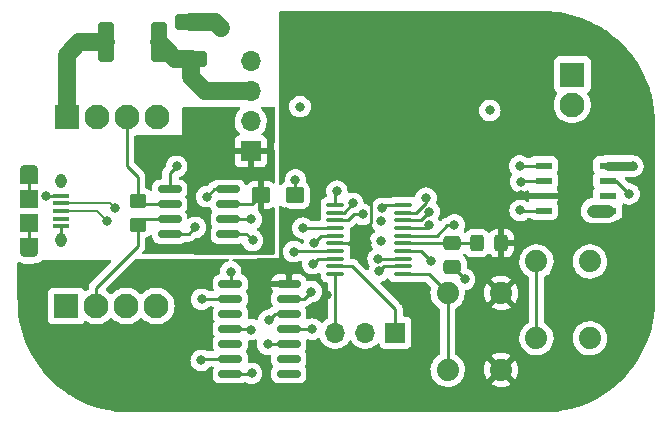
<source format=gbr>
%TF.GenerationSoftware,KiCad,Pcbnew,6.0.11-2627ca5db0~126~ubuntu22.04.1*%
%TF.CreationDate,2023-03-05T23:39:48-05:00*%
%TF.ProjectId,canbus-kline-bridge,63616e62-7573-42d6-9b6c-696e652d6272,1.0*%
%TF.SameCoordinates,Original*%
%TF.FileFunction,Copper,L1,Top*%
%TF.FilePolarity,Positive*%
%FSLAX46Y46*%
G04 Gerber Fmt 4.6, Leading zero omitted, Abs format (unit mm)*
G04 Created by KiCad (PCBNEW 6.0.11-2627ca5db0~126~ubuntu22.04.1) date 2023-03-05 23:39:48*
%MOMM*%
%LPD*%
G01*
G04 APERTURE LIST*
G04 Aperture macros list*
%AMRoundRect*
0 Rectangle with rounded corners*
0 $1 Rounding radius*
0 $2 $3 $4 $5 $6 $7 $8 $9 X,Y pos of 4 corners*
0 Add a 4 corners polygon primitive as box body*
4,1,4,$2,$3,$4,$5,$6,$7,$8,$9,$2,$3,0*
0 Add four circle primitives for the rounded corners*
1,1,$1+$1,$2,$3*
1,1,$1+$1,$4,$5*
1,1,$1+$1,$6,$7*
1,1,$1+$1,$8,$9*
0 Add four rect primitives between the rounded corners*
20,1,$1+$1,$2,$3,$4,$5,0*
20,1,$1+$1,$4,$5,$6,$7,0*
20,1,$1+$1,$6,$7,$8,$9,0*
20,1,$1+$1,$8,$9,$2,$3,0*%
G04 Aperture macros list end*
%TA.AperFunction,SMDPad,CuDef*%
%ADD10RoundRect,0.150000X-0.825000X-0.150000X0.825000X-0.150000X0.825000X0.150000X-0.825000X0.150000X0*%
%TD*%
%TA.AperFunction,SMDPad,CuDef*%
%ADD11R,1.460500X0.533400*%
%TD*%
%TA.AperFunction,ComponentPad*%
%ADD12R,1.700000X1.700000*%
%TD*%
%TA.AperFunction,ComponentPad*%
%ADD13O,1.700000X1.700000*%
%TD*%
%TA.AperFunction,ComponentPad*%
%ADD14R,2.100000X2.100000*%
%TD*%
%TA.AperFunction,ComponentPad*%
%ADD15C,2.100000*%
%TD*%
%TA.AperFunction,SMDPad,CuDef*%
%ADD16RoundRect,0.250000X0.450000X-0.350000X0.450000X0.350000X-0.450000X0.350000X-0.450000X-0.350000X0*%
%TD*%
%TA.AperFunction,SMDPad,CuDef*%
%ADD17RoundRect,0.250000X-0.475000X0.337500X-0.475000X-0.337500X0.475000X-0.337500X0.475000X0.337500X0*%
%TD*%
%TA.AperFunction,ComponentPad*%
%ADD18C,1.879600*%
%TD*%
%TA.AperFunction,SMDPad,CuDef*%
%ADD19RoundRect,0.250000X-0.400000X-1.450000X0.400000X-1.450000X0.400000X1.450000X-0.400000X1.450000X0*%
%TD*%
%TA.AperFunction,SMDPad,CuDef*%
%ADD20RoundRect,0.250000X-0.537500X-0.425000X0.537500X-0.425000X0.537500X0.425000X-0.537500X0.425000X0*%
%TD*%
%TA.AperFunction,SMDPad,CuDef*%
%ADD21RoundRect,0.250000X1.100000X-0.412500X1.100000X0.412500X-1.100000X0.412500X-1.100000X-0.412500X0*%
%TD*%
%TA.AperFunction,SMDPad,CuDef*%
%ADD22RoundRect,0.100000X0.637500X0.100000X-0.637500X0.100000X-0.637500X-0.100000X0.637500X-0.100000X0*%
%TD*%
%TA.AperFunction,SMDPad,CuDef*%
%ADD23R,1.350000X0.400000*%
%TD*%
%TA.AperFunction,SMDPad,CuDef*%
%ADD24R,1.550000X1.500000*%
%TD*%
%TA.AperFunction,SMDPad,CuDef*%
%ADD25R,1.550000X1.200000*%
%TD*%
%TA.AperFunction,ComponentPad*%
%ADD26O,0.950000X1.250000*%
%TD*%
%TA.AperFunction,ComponentPad*%
%ADD27O,1.550000X0.890000*%
%TD*%
%TA.AperFunction,SMDPad,CuDef*%
%ADD28RoundRect,0.250000X-0.325000X-0.450000X0.325000X-0.450000X0.325000X0.450000X-0.325000X0.450000X0*%
%TD*%
%TA.AperFunction,SMDPad,CuDef*%
%ADD29RoundRect,0.150000X0.825000X0.150000X-0.825000X0.150000X-0.825000X-0.150000X0.825000X-0.150000X0*%
%TD*%
%TA.AperFunction,ViaPad*%
%ADD30C,0.800000*%
%TD*%
%TA.AperFunction,Conductor*%
%ADD31C,0.250000*%
%TD*%
%TA.AperFunction,Conductor*%
%ADD32C,0.800000*%
%TD*%
%TA.AperFunction,Conductor*%
%ADD33C,1.100000*%
%TD*%
%TA.AperFunction,Conductor*%
%ADD34C,1.500000*%
%TD*%
%TA.AperFunction,Conductor*%
%ADD35C,0.200000*%
%TD*%
G04 APERTURE END LIST*
D10*
%TO.P,U7,1,TXCAN*%
%TO.N,CAN_TX*%
X73520000Y-92230000D03*
%TO.P,U7,2,RXCAN*%
%TO.N,CAN_RX*%
X73520000Y-93500000D03*
%TO.P,U7,3,CLKO/SOF*%
%TO.N,unconnected-(U7-Pad3)*%
X73520000Y-94770000D03*
%TO.P,U7,4,~{INT}*%
%TO.N,~{CAN_INT}*%
X73520000Y-96040000D03*
%TO.P,U7,5,OSC2*%
%TO.N,unconnected-(U7-Pad5)*%
X73520000Y-97310000D03*
%TO.P,U7,6,OSC1*%
%TO.N,Net-(U7-Pad6)*%
X73520000Y-98580000D03*
%TO.P,U7,7,VSS*%
%TO.N,GND*%
X73520000Y-99850000D03*
%TO.P,U7,8,~{INT1}/GPIO1*%
%TO.N,unconnected-(U7-Pad8)*%
X78470000Y-99850000D03*
%TO.P,U7,9,~{INT0}/GPIO0/XSTBY*%
%TO.N,unconnected-(U7-Pad9)*%
X78470000Y-98580000D03*
%TO.P,U7,10,SCK*%
%TO.N,SCK*%
X78470000Y-97310000D03*
%TO.P,U7,11,SDI*%
%TO.N,MOSI*%
X78470000Y-96040000D03*
%TO.P,U7,12,SDO*%
%TO.N,MISO*%
X78470000Y-94770000D03*
%TO.P,U7,13,nCS*%
%TO.N,~{SPI_SS}*%
X78470000Y-93500000D03*
%TO.P,U7,14,VDD*%
%TO.N,+3V3*%
X78470000Y-92230000D03*
%TD*%
D11*
%TO.P,U5,1,VBB*%
%TO.N,/VBB*%
X105484150Y-86015000D03*
%TO.P,U5,2,NC*%
%TO.N,unconnected-(U5-Pad2)*%
X105484150Y-84745000D03*
%TO.P,U5,3,GND*%
%TO.N,GND*%
X105484150Y-83475000D03*
%TO.P,U5,4,ISO*%
%TO.N,ISO_K_LINE*%
X105484150Y-82205000D03*
%TO.P,U5,5,TX*%
%TO.N,K_LINE_TX*%
X100035850Y-82205000D03*
%TO.P,U5,6,RX*%
%TO.N,K_LINE_RX*%
X100035850Y-83475000D03*
%TO.P,U5,7,VDD*%
%TO.N,+3V3*%
X100035850Y-84745000D03*
%TO.P,U5,8,CEN*%
%TO.N,K_LINE_EN*%
X100035850Y-86015000D03*
%TD*%
D12*
%TO.P,U3,1,Vout*%
%TO.N,+5V*%
X75247300Y-81002600D03*
D13*
%TO.P,U3,2,GND*%
%TO.N,GND*%
X75247300Y-78462600D03*
%TO.P,U3,3,Vin*%
%TO.N,+12V*%
X75247300Y-75922600D03*
%TO.P,U3,4,EN*%
%TO.N,unconnected-(U3-Pad4)*%
X75247300Y-73382600D03*
%TD*%
D14*
%TO.P,J6,1,Pin_1*%
%TO.N,ISO_K_LINE*%
X102470000Y-74520000D03*
D15*
%TO.P,J6,2,Pin_2*%
%TO.N,GND*%
X102470000Y-77060000D03*
%TD*%
D14*
%TO.P,J5,1,Pin_1*%
%TO.N,+BATT*%
X59625000Y-94100000D03*
D15*
%TO.P,J5,2,Pin_2*%
%TO.N,CANH*%
X62165000Y-94100000D03*
%TO.P,J5,3,Pin_3*%
%TO.N,CANL*%
X64705000Y-94100000D03*
%TO.P,J5,4,Pin_4*%
%TO.N,GND*%
X67245000Y-94100000D03*
%TD*%
D12*
%TO.P,J2,1,Pin_1*%
%TO.N,SWDIO*%
X87490000Y-96350000D03*
D13*
%TO.P,J2,2,Pin_2*%
%TO.N,GND*%
X84950000Y-96350000D03*
%TO.P,J2,3,Pin_3*%
%TO.N,SWDCLK*%
X82410000Y-96350000D03*
%TD*%
D16*
%TO.P,R10,1*%
%TO.N,CANH*%
X65700000Y-87200000D03*
%TO.P,R10,2*%
%TO.N,CANL*%
X65700000Y-85200000D03*
%TD*%
D17*
%TO.P,C3,1*%
%TO.N,/VDDA*%
X92325000Y-88762500D03*
%TO.P,C3,2*%
%TO.N,GND*%
X92325000Y-90837500D03*
%TD*%
D18*
%TO.P,S1,1,1*%
%TO.N,+3V3*%
X96435600Y-92998800D03*
%TO.P,S1,2,1*%
X96435600Y-99501200D03*
%TO.P,S1,3,2*%
%TO.N,Net-(R1-Pad1)*%
X91914400Y-92998800D03*
%TO.P,S1,4,2*%
%TO.N,/Net-(R1-Pad1)*%
X91914400Y-99501200D03*
%TD*%
D19*
%TO.P,F1,1*%
%TO.N,+BATT*%
X63000000Y-71775000D03*
%TO.P,F1,2*%
%TO.N,+12V*%
X67450000Y-71775000D03*
%TD*%
D20*
%TO.P,C6,1*%
%TO.N,+5V*%
X76100000Y-84725000D03*
%TO.P,C6,2*%
%TO.N,GND*%
X78975000Y-84725000D03*
%TD*%
D14*
%TO.P,J4,1,Pin_1*%
%TO.N,+BATT*%
X59660000Y-78075000D03*
D15*
%TO.P,J4,2,Pin_2*%
%TO.N,CANH*%
X62200000Y-78075000D03*
%TO.P,J4,3,Pin_3*%
%TO.N,CANL*%
X64740000Y-78075000D03*
%TO.P,J4,4,Pin_4*%
%TO.N,GND*%
X67280000Y-78075000D03*
%TD*%
D21*
%TO.P,C5,1*%
%TO.N,+12V*%
X70225000Y-73175000D03*
%TO.P,C5,2*%
%TO.N,GND*%
X70225000Y-70050000D03*
%TD*%
D22*
%TO.P,U2,1,PB8*%
%TO.N,Net-(R1-Pad1)*%
X88125000Y-91400000D03*
%TO.P,U2,2,PF0*%
%TO.N,SDA*%
X88125000Y-90750000D03*
%TO.P,U2,3,PF1*%
%TO.N,SCL*%
X88125000Y-90100000D03*
%TO.P,U2,4,NRST*%
%TO.N,~{RESET}*%
X88125000Y-89450000D03*
%TO.P,U2,5,VDDA*%
%TO.N,/VDDA*%
X88125000Y-88800000D03*
%TO.P,U2,6,PA0*%
%TO.N,K_LINE_EN*%
X88125000Y-88150000D03*
%TO.P,U2,7,PA1*%
%TO.N,~{CAN_INT}*%
X88125000Y-87500000D03*
%TO.P,U2,8,PA2*%
%TO.N,K_LINE_TX*%
X88125000Y-86850000D03*
%TO.P,U2,9,PA3*%
%TO.N,K_LINE_RX*%
X88125000Y-86200000D03*
%TO.P,U2,10,PA4*%
%TO.N,~{SPI_SS}*%
X88125000Y-85550000D03*
%TO.P,U2,11,PA5*%
%TO.N,SCK*%
X82400000Y-85550000D03*
%TO.P,U2,12,PA6*%
%TO.N,MISO*%
X82400000Y-86200000D03*
%TO.P,U2,13,PA7*%
%TO.N,MOSI*%
X82400000Y-86850000D03*
%TO.P,U2,14,PB1*%
%TO.N,CAN_STBY*%
X82400000Y-87500000D03*
%TO.P,U2,15,VSS*%
%TO.N,GND*%
X82400000Y-88150000D03*
%TO.P,U2,16,VDD*%
%TO.N,+3V3*%
X82400000Y-88800000D03*
%TO.P,U2,17,PA9/PA11*%
%TO.N,USB_D-*%
X82400000Y-89450000D03*
%TO.P,U2,18,PA10/PA12*%
%TO.N,USB_D+*%
X82400000Y-90100000D03*
%TO.P,U2,19,PA13*%
%TO.N,SWDIO*%
X82400000Y-90750000D03*
%TO.P,U2,20,PA14*%
%TO.N,SWDCLK*%
X82400000Y-91400000D03*
%TD*%
D18*
%TO.P,S2,1,1*%
%TO.N,GND*%
X103960600Y-90323800D03*
%TO.P,S2,2,1*%
X103960600Y-96826200D03*
%TO.P,S2,3,2*%
%TO.N,~{RESET}*%
X99439400Y-90323800D03*
%TO.P,S2,4,2*%
X99439400Y-96826200D03*
%TD*%
D23*
%TO.P,J1,1,VBUS*%
%TO.N,VBUS*%
X59210000Y-84750000D03*
%TO.P,J1,2,D-*%
%TO.N,USB_D-*%
X59210000Y-85400000D03*
%TO.P,J1,3,D+*%
%TO.N,USB_D+*%
X59210000Y-86050000D03*
%TO.P,J1,4,ID*%
%TO.N,unconnected-(J1-Pad4)*%
X59210000Y-86700000D03*
%TO.P,J1,5,GND*%
%TO.N,GND*%
X59210000Y-87350000D03*
D24*
%TO.P,J1,6,Shield*%
X56510000Y-87050000D03*
X56510000Y-85050000D03*
D25*
X56510000Y-88950000D03*
D26*
X59210000Y-83550000D03*
D27*
X56510000Y-82550000D03*
X56510000Y-89550000D03*
D25*
X56510000Y-83150000D03*
D26*
X59210000Y-88550000D03*
%TD*%
D28*
%TO.P,FB1,1*%
%TO.N,/VDDA*%
X94400000Y-88775000D03*
%TO.P,FB1,2*%
%TO.N,+3V3*%
X96450000Y-88775000D03*
%TD*%
D29*
%TO.P,U4,1,TXD*%
%TO.N,CAN_TX*%
X73325000Y-88015000D03*
%TO.P,U4,2,VSS*%
%TO.N,GND*%
X73325000Y-86745000D03*
%TO.P,U4,3,VDD*%
%TO.N,+5V*%
X73325000Y-85475000D03*
%TO.P,U4,4,RXD*%
%TO.N,CAN_RX*%
X73325000Y-84205000D03*
%TO.P,U4,5,Vio*%
%TO.N,+3V3*%
X68375000Y-84205000D03*
%TO.P,U4,6,CANL*%
%TO.N,CANL*%
X68375000Y-85475000D03*
%TO.P,U4,7,CANH*%
%TO.N,CANH*%
X68375000Y-86745000D03*
%TO.P,U4,8,STBY*%
%TO.N,CAN_STBY*%
X68375000Y-88015000D03*
%TD*%
D30*
%TO.N,~{CAN_INT}*%
X90380000Y-87210000D03*
%TO.N,+3V3*%
X75590000Y-98380000D03*
%TO.N,~{CAN_INT}*%
X75250000Y-96090000D03*
%TO.N,MOSI*%
X84730000Y-86350000D03*
%TO.N,MISO*%
X83900000Y-85410000D03*
%TO.N,SCK*%
X82540000Y-84380000D03*
%TO.N,~{SPI_SS}*%
X86370000Y-85830000D03*
%TO.N,SCK*%
X76670000Y-97330000D03*
%TO.N,MOSI*%
X80450000Y-96050000D03*
%TO.N,MISO*%
X76780000Y-95300000D03*
%TO.N,+3V3*%
X78450000Y-91209500D03*
%TO.N,~{SPI_SS}*%
X80380000Y-92890000D03*
%TO.N,CAN_TX*%
X73550000Y-91209500D03*
%TO.N,CAN_RX*%
X71090000Y-93530000D03*
%TO.N,GND*%
X75320000Y-99800000D03*
%TO.N,+3V3*%
X69070000Y-101470000D03*
%TO.N,Net-(U7-Pad6)*%
X71060000Y-98700000D03*
%TO.N,+3V3*%
X81674500Y-93180000D03*
X88160000Y-93710000D03*
%TO.N,SCL*%
X86311389Y-86913209D03*
%TO.N,SDA*%
X86260000Y-88580000D03*
%TO.N,SCL*%
X86030000Y-90090000D03*
%TO.N,SDA*%
X86120000Y-91150000D03*
%TO.N,+3V3*%
X86010000Y-84250000D03*
%TO.N,ISO_K_LINE*%
X107600000Y-82260000D03*
%TO.N,GND*%
X107270000Y-84610000D03*
%TO.N,/VBB*%
X95490000Y-77540000D03*
%TO.N,+3V3*%
X98100000Y-84720000D03*
%TO.N,/VBB*%
X104180000Y-86070000D03*
%TO.N,K_LINE_EN*%
X98060000Y-86010000D03*
%TO.N,K_LINE_TX*%
X98030000Y-82240000D03*
%TO.N,K_LINE_RX*%
X98100000Y-83560000D03*
%TO.N,K_LINE_EN*%
X92490000Y-87240000D03*
%TO.N,+12V*%
X79415000Y-77215000D03*
%TO.N,GND*%
X80640000Y-88725500D03*
X72725000Y-70575000D03*
X93350000Y-91850000D03*
X79030000Y-83430000D03*
X75300000Y-86775000D03*
%TO.N,+3V3*%
X78150000Y-80600000D03*
X85100000Y-88800000D03*
X78230000Y-86120000D03*
X68975000Y-82275000D03*
%TO.N,VBUS*%
X57884502Y-84775000D03*
%TO.N,USB_D-*%
X63750000Y-85825000D03*
%TO.N,USB_D+*%
X63050000Y-86875000D03*
%TO.N,CAN_RX*%
X71525000Y-84850000D03*
%TO.N,USB_D-*%
X78900000Y-89500000D03*
%TO.N,CAN_TX*%
X75400000Y-88550000D03*
%TO.N,USB_D+*%
X80490000Y-90510000D03*
%TO.N,CAN_STBY*%
X70550000Y-87450000D03*
X79650000Y-87500000D03*
%TO.N,K_LINE_TX*%
X90357299Y-86117299D03*
%TO.N,K_LINE_RX*%
X90090000Y-84970000D03*
%TO.N,~{RESET}*%
X90475000Y-90300000D03*
%TD*%
D31*
%TO.N,~{CAN_INT}*%
X90090000Y-87500000D02*
X90380000Y-87210000D01*
X88125000Y-87500000D02*
X90090000Y-87500000D01*
%TO.N,K_LINE_EN*%
X92490000Y-87240000D02*
X91900000Y-87240000D01*
X91900000Y-87240000D02*
X90990000Y-88150000D01*
X90990000Y-88150000D02*
X88125000Y-88150000D01*
%TO.N,K_LINE_TX*%
X90357299Y-86117299D02*
X89624598Y-86850000D01*
X89624598Y-86850000D02*
X88125000Y-86850000D01*
%TO.N,K_LINE_RX*%
X90090000Y-84970000D02*
X90090000Y-85360000D01*
X90090000Y-85360000D02*
X89250000Y-86200000D01*
X89250000Y-86200000D02*
X88125000Y-86200000D01*
%TO.N,~{CAN_INT}*%
X75200000Y-96040000D02*
X75250000Y-96090000D01*
X73520000Y-96040000D02*
X75200000Y-96040000D01*
%TO.N,CAN_TX*%
X73550000Y-91209500D02*
X73550000Y-92200000D01*
X73550000Y-92200000D02*
X73520000Y-92230000D01*
%TO.N,GND*%
X80640000Y-88725500D02*
X81215500Y-88150000D01*
X81215500Y-88150000D02*
X82400000Y-88150000D01*
X79030000Y-83430000D02*
X78975000Y-83485000D01*
X78975000Y-83485000D02*
X78975000Y-84725000D01*
%TO.N,+3V3*%
X85455000Y-84720305D02*
X85427347Y-84692652D01*
X85455000Y-87025000D02*
X85455000Y-84720305D01*
X85410000Y-87070000D02*
X85455000Y-87025000D01*
X84730000Y-87510000D02*
X84970000Y-87510000D01*
X84970000Y-87510000D02*
X85410000Y-87070000D01*
%TO.N,USB_D+*%
X80490000Y-90510000D02*
X80900000Y-90100000D01*
X80900000Y-90100000D02*
X82400000Y-90100000D01*
%TO.N,USB_D-*%
X78900000Y-89500000D02*
X78950000Y-89450000D01*
X78950000Y-89450000D02*
X82400000Y-89450000D01*
%TO.N,MOSI*%
X83985305Y-86350000D02*
X84730000Y-86350000D01*
X83485305Y-86850000D02*
X83985305Y-86350000D01*
X82400000Y-86850000D02*
X83485305Y-86850000D01*
%TO.N,MISO*%
X83110000Y-86200000D02*
X83900000Y-85410000D01*
X82400000Y-86200000D02*
X83110000Y-86200000D01*
%TO.N,SCK*%
X82400000Y-84520000D02*
X82540000Y-84380000D01*
X82400000Y-85550000D02*
X82400000Y-84520000D01*
%TO.N,~{SPI_SS}*%
X86650000Y-85550000D02*
X86370000Y-85830000D01*
X88125000Y-85550000D02*
X86650000Y-85550000D01*
%TO.N,SCK*%
X76690000Y-97310000D02*
X76670000Y-97330000D01*
X78470000Y-97310000D02*
X76690000Y-97310000D01*
%TO.N,MOSI*%
X78470000Y-96040000D02*
X80440000Y-96040000D01*
X80440000Y-96040000D02*
X80450000Y-96050000D01*
%TO.N,MISO*%
X77310000Y-94770000D02*
X76780000Y-95300000D01*
X78470000Y-94770000D02*
X77310000Y-94770000D01*
%TO.N,+3V3*%
X78470000Y-91229500D02*
X78450000Y-91209500D01*
X78470000Y-92230000D02*
X78470000Y-91229500D01*
%TO.N,~{SPI_SS}*%
X80380000Y-92890000D02*
X79770000Y-93500000D01*
X79770000Y-93500000D02*
X78470000Y-93500000D01*
%TO.N,CAN_RX*%
X71120000Y-93500000D02*
X71090000Y-93530000D01*
X73520000Y-93500000D02*
X71120000Y-93500000D01*
%TO.N,GND*%
X75270000Y-99850000D02*
X75320000Y-99800000D01*
X73520000Y-99850000D02*
X75270000Y-99850000D01*
%TO.N,Net-(U7-Pad6)*%
X71180000Y-98580000D02*
X71060000Y-98700000D01*
X73520000Y-98580000D02*
X71180000Y-98580000D01*
%TO.N,SCL*%
X86040000Y-90100000D02*
X86030000Y-90090000D01*
X88125000Y-90100000D02*
X86040000Y-90100000D01*
%TO.N,SDA*%
X86520000Y-90750000D02*
X86120000Y-91150000D01*
X88125000Y-90750000D02*
X86520000Y-90750000D01*
D32*
%TO.N,ISO_K_LINE*%
X107600000Y-82260000D02*
X105539150Y-82260000D01*
X105539150Y-82260000D02*
X105484150Y-82205000D01*
D31*
%TO.N,GND*%
X106135000Y-83475000D02*
X107270000Y-84610000D01*
X105484150Y-83475000D02*
X106135000Y-83475000D01*
%TO.N,+3V3*%
X98125000Y-84745000D02*
X98100000Y-84720000D01*
X100035850Y-84745000D02*
X98125000Y-84745000D01*
%TO.N,/VBB*%
X104235000Y-86015000D02*
X104180000Y-86070000D01*
D33*
X105484150Y-86015000D02*
X104235000Y-86015000D01*
D31*
%TO.N,K_LINE_EN*%
X98065000Y-86015000D02*
X98060000Y-86010000D01*
X100035850Y-86015000D02*
X98065000Y-86015000D01*
%TO.N,K_LINE_TX*%
X98065000Y-82205000D02*
X98030000Y-82240000D01*
X100035850Y-82205000D02*
X98065000Y-82205000D01*
%TO.N,K_LINE_RX*%
X98185000Y-83475000D02*
X98100000Y-83560000D01*
X100035850Y-83475000D02*
X98185000Y-83475000D01*
D34*
%TO.N,GND*%
X70225000Y-70050000D02*
X72200000Y-70050000D01*
D31*
X75300000Y-86775000D02*
X73355000Y-86775000D01*
X92337500Y-90837500D02*
X93350000Y-91850000D01*
D34*
X72200000Y-70050000D02*
X72725000Y-70575000D01*
D31*
X73355000Y-86775000D02*
X73325000Y-86745000D01*
X92325000Y-90837500D02*
X92337500Y-90837500D01*
X56510000Y-87050000D02*
X56510000Y-89550000D01*
X56510000Y-85050000D02*
X56510000Y-82550000D01*
X59210000Y-87350000D02*
X59210000Y-88550000D01*
%TO.N,+3V3*%
X68375000Y-82875000D02*
X68975000Y-82275000D01*
X68375000Y-84205000D02*
X68375000Y-82875000D01*
X82400000Y-88800000D02*
X84700000Y-88800000D01*
X84700000Y-88800000D02*
X85100000Y-88800000D01*
D34*
%TO.N,+12V*%
X71397600Y-75922600D02*
X75247300Y-75922600D01*
X67450000Y-71775000D02*
X68850000Y-73175000D01*
X68850000Y-73175000D02*
X70225000Y-73175000D01*
X70225000Y-74750000D02*
X71397600Y-75922600D01*
X70225000Y-73175000D02*
X70225000Y-74750000D01*
D31*
%TO.N,+5V*%
X73325000Y-85475000D02*
X75350000Y-85475000D01*
X75350000Y-85475000D02*
X76100000Y-84725000D01*
%TO.N,+BATT*%
X59625000Y-78110000D02*
X59660000Y-78075000D01*
D34*
X59660000Y-72840000D02*
X60725000Y-71775000D01*
X59660000Y-78075000D02*
X59660000Y-72840000D01*
X60725000Y-71775000D02*
X63000000Y-71775000D01*
D31*
%TO.N,VBUS*%
X57909502Y-84750000D02*
X57884502Y-84775000D01*
X59210000Y-84750000D02*
X57909502Y-84750000D01*
D35*
%TO.N,USB_D-*%
X59210000Y-85400000D02*
X63325000Y-85400000D01*
X63325000Y-85400000D02*
X63750000Y-85825000D01*
%TO.N,USB_D+*%
X62225000Y-86050000D02*
X63050000Y-86875000D01*
X59210000Y-86050000D02*
X62225000Y-86050000D01*
D31*
%TO.N,CANH*%
X65700000Y-87200000D02*
X65700000Y-89000000D01*
X65700000Y-89000000D02*
X62165000Y-92535000D01*
X66155000Y-86745000D02*
X65700000Y-87200000D01*
X68375000Y-86745000D02*
X66155000Y-86745000D01*
X62165000Y-92535000D02*
X62165000Y-94100000D01*
%TO.N,CANL*%
X64740000Y-82240000D02*
X64740000Y-78075000D01*
X65700000Y-83200000D02*
X64740000Y-82240000D01*
X65700000Y-85200000D02*
X65700000Y-83200000D01*
X68375000Y-85475000D02*
X65975000Y-85475000D01*
X65975000Y-85475000D02*
X65700000Y-85200000D01*
%TO.N,CAN_RX*%
X73325000Y-84205000D02*
X72170000Y-84205000D01*
X72170000Y-84205000D02*
X71525000Y-84850000D01*
%TO.N,CAN_TX*%
X74865000Y-88015000D02*
X75400000Y-88550000D01*
X73325000Y-88015000D02*
X74865000Y-88015000D01*
%TO.N,Net-(R1-Pad1)*%
X88125000Y-91400000D02*
X90315600Y-91400000D01*
X91914400Y-92998800D02*
X91914400Y-99501200D01*
X90315600Y-91400000D02*
X91914400Y-92998800D01*
%TO.N,CAN_STBY*%
X68375000Y-88015000D02*
X69985000Y-88015000D01*
X69985000Y-88015000D02*
X70550000Y-87450000D01*
X79625000Y-87525000D02*
X79650000Y-87500000D01*
X82400000Y-87500000D02*
X79650000Y-87500000D01*
%TO.N,SWDIO*%
X82400000Y-90750000D02*
X83850000Y-90750000D01*
X83850000Y-90750000D02*
X87490000Y-94390000D01*
X87490000Y-94390000D02*
X87490000Y-96350000D01*
%TO.N,SWDCLK*%
X82400000Y-91400000D02*
X82410000Y-91410000D01*
X82410000Y-91410000D02*
X82410000Y-96350000D01*
%TO.N,~{RESET}*%
X89625000Y-89450000D02*
X90475000Y-90300000D01*
X99439400Y-90323800D02*
X99439400Y-96826200D01*
X88125000Y-89450000D02*
X89625000Y-89450000D01*
%TO.N,/VDDA*%
X92287500Y-88800000D02*
X92325000Y-88762500D01*
X88125000Y-88800000D02*
X92287500Y-88800000D01*
X94400000Y-88775000D02*
X92337500Y-88775000D01*
X92337500Y-88775000D02*
X92325000Y-88762500D01*
%TD*%
%TA.AperFunction,Conductor*%
%TO.N,+5V*%
G36*
X77266451Y-77245371D02*
G01*
X77313281Y-77298733D01*
X77325000Y-77351797D01*
X77325000Y-80181961D01*
X77315143Y-80228337D01*
X77315473Y-80228444D01*
X77256458Y-80410072D01*
X77236496Y-80600000D01*
X77256458Y-80789928D01*
X77314454Y-80968420D01*
X77315473Y-80971556D01*
X77315143Y-80971663D01*
X77325000Y-81018039D01*
X77325000Y-83611515D01*
X77304998Y-83679636D01*
X77251342Y-83726129D01*
X77181068Y-83736233D01*
X77120908Y-83710397D01*
X77104260Y-83697249D01*
X76966257Y-83612184D01*
X76953076Y-83606037D01*
X76798790Y-83554862D01*
X76785414Y-83551995D01*
X76691062Y-83542328D01*
X76684645Y-83542000D01*
X76372115Y-83542000D01*
X76356876Y-83546475D01*
X76355671Y-83547865D01*
X76354000Y-83555548D01*
X76354000Y-85889884D01*
X76358475Y-85905123D01*
X76359865Y-85906328D01*
X76367548Y-85907999D01*
X76684595Y-85907999D01*
X76691114Y-85907662D01*
X76786706Y-85897743D01*
X76800100Y-85894851D01*
X76954284Y-85843412D01*
X76967462Y-85837239D01*
X77105312Y-85751934D01*
X77120738Y-85739708D01*
X77186548Y-85713072D01*
X77256312Y-85726244D01*
X77307880Y-85775042D01*
X77325000Y-85838455D01*
X77325000Y-86032484D01*
X77324310Y-86045654D01*
X77316496Y-86120000D01*
X77317186Y-86126565D01*
X77324310Y-86194346D01*
X77325000Y-86207516D01*
X77325000Y-89623813D01*
X77304998Y-89691934D01*
X77251342Y-89738427D01*
X77198813Y-89749813D01*
X74789444Y-89746244D01*
X66166438Y-89733469D01*
X66098348Y-89713366D01*
X66051935Y-89659641D01*
X66041935Y-89589353D01*
X66071524Y-89524816D01*
X66077531Y-89518374D01*
X66092253Y-89503652D01*
X66100539Y-89496112D01*
X66107018Y-89492000D01*
X66153644Y-89442348D01*
X66156398Y-89439507D01*
X66176135Y-89419770D01*
X66178615Y-89416573D01*
X66186320Y-89407551D01*
X66211159Y-89381100D01*
X66216586Y-89375321D01*
X66220405Y-89368375D01*
X66220407Y-89368372D01*
X66226348Y-89357566D01*
X66237199Y-89341047D01*
X66244758Y-89331301D01*
X66249614Y-89325041D01*
X66252759Y-89317772D01*
X66252762Y-89317768D01*
X66267174Y-89284463D01*
X66272391Y-89273813D01*
X66293695Y-89235060D01*
X66298733Y-89215437D01*
X66305137Y-89196734D01*
X66310033Y-89185420D01*
X66310033Y-89185419D01*
X66313181Y-89178145D01*
X66314420Y-89170322D01*
X66314423Y-89170312D01*
X66320099Y-89134476D01*
X66322505Y-89122856D01*
X66331528Y-89087711D01*
X66331528Y-89087710D01*
X66333500Y-89080030D01*
X66333500Y-89059776D01*
X66335051Y-89040065D01*
X66336980Y-89027886D01*
X66338220Y-89020057D01*
X66334059Y-88976038D01*
X66333500Y-88964181D01*
X66333500Y-88379197D01*
X66353502Y-88311076D01*
X66407158Y-88264583D01*
X66419623Y-88259674D01*
X66467002Y-88243867D01*
X66467004Y-88243866D01*
X66473946Y-88241550D01*
X66490184Y-88231502D01*
X66618120Y-88152332D01*
X66624348Y-88148478D01*
X66629521Y-88143296D01*
X66629526Y-88143292D01*
X66676327Y-88096409D01*
X66738609Y-88062329D01*
X66809429Y-88067332D01*
X66866302Y-88109829D01*
X66891171Y-88176327D01*
X66891500Y-88185426D01*
X66891500Y-88231502D01*
X66894438Y-88268831D01*
X66940855Y-88428601D01*
X66948677Y-88441827D01*
X67021509Y-88564980D01*
X67021511Y-88564983D01*
X67025547Y-88571807D01*
X67143193Y-88689453D01*
X67150017Y-88693489D01*
X67150020Y-88693491D01*
X67217444Y-88733365D01*
X67286399Y-88774145D01*
X67294010Y-88776356D01*
X67294012Y-88776357D01*
X67346231Y-88791528D01*
X67446169Y-88820562D01*
X67452574Y-88821066D01*
X67452579Y-88821067D01*
X67481042Y-88823307D01*
X67481050Y-88823307D01*
X67483498Y-88823500D01*
X69266502Y-88823500D01*
X69268950Y-88823307D01*
X69268958Y-88823307D01*
X69297421Y-88821067D01*
X69297426Y-88821066D01*
X69303831Y-88820562D01*
X69403769Y-88791528D01*
X69455988Y-88776357D01*
X69455990Y-88776356D01*
X69463601Y-88774145D01*
X69532556Y-88733365D01*
X69599980Y-88693491D01*
X69599983Y-88693489D01*
X69606807Y-88689453D01*
X69612416Y-88683844D01*
X69618675Y-88678989D01*
X69619844Y-88680496D01*
X69673167Y-88651379D01*
X69699950Y-88648500D01*
X69906233Y-88648500D01*
X69917416Y-88649027D01*
X69924909Y-88650702D01*
X69932835Y-88650453D01*
X69932836Y-88650453D01*
X69992986Y-88648562D01*
X69996945Y-88648500D01*
X70024856Y-88648500D01*
X70028791Y-88648003D01*
X70028856Y-88647995D01*
X70040693Y-88647062D01*
X70072951Y-88646048D01*
X70076970Y-88645922D01*
X70084889Y-88645673D01*
X70104343Y-88640021D01*
X70123700Y-88636013D01*
X70135930Y-88634468D01*
X70135931Y-88634468D01*
X70143797Y-88633474D01*
X70151168Y-88630555D01*
X70151170Y-88630555D01*
X70184912Y-88617196D01*
X70196142Y-88613351D01*
X70230983Y-88603229D01*
X70230984Y-88603229D01*
X70238593Y-88601018D01*
X70245412Y-88596985D01*
X70245417Y-88596983D01*
X70256028Y-88590707D01*
X70273776Y-88582012D01*
X70292617Y-88574552D01*
X70328387Y-88548564D01*
X70338307Y-88542048D01*
X70369535Y-88523580D01*
X70369538Y-88523578D01*
X70376362Y-88519542D01*
X70390683Y-88505221D01*
X70405717Y-88492380D01*
X70415694Y-88485131D01*
X70422107Y-88480472D01*
X70450298Y-88446395D01*
X70458288Y-88437616D01*
X70500499Y-88395405D01*
X70562811Y-88361379D01*
X70589594Y-88358500D01*
X70645487Y-88358500D01*
X70651939Y-88357128D01*
X70651944Y-88357128D01*
X70738888Y-88338647D01*
X70832288Y-88318794D01*
X70849623Y-88311076D01*
X71000722Y-88243803D01*
X71000724Y-88243802D01*
X71006752Y-88241118D01*
X71161253Y-88128866D01*
X71178394Y-88109829D01*
X71284621Y-87991852D01*
X71284622Y-87991851D01*
X71289040Y-87986944D01*
X71384527Y-87821556D01*
X71443542Y-87639928D01*
X71444282Y-87632893D01*
X71462814Y-87456565D01*
X71463504Y-87450000D01*
X71448030Y-87302775D01*
X71444232Y-87266635D01*
X71444232Y-87266633D01*
X71443542Y-87260072D01*
X71384527Y-87078444D01*
X71289040Y-86913056D01*
X71260686Y-86881565D01*
X71165675Y-86776045D01*
X71165674Y-86776044D01*
X71161253Y-86771134D01*
X71047673Y-86688613D01*
X71012094Y-86662763D01*
X71012093Y-86662762D01*
X71006752Y-86658882D01*
X71000724Y-86656198D01*
X71000722Y-86656197D01*
X70838319Y-86583891D01*
X70838318Y-86583891D01*
X70832288Y-86581206D01*
X70738888Y-86561353D01*
X70651944Y-86542872D01*
X70651939Y-86542872D01*
X70645487Y-86541500D01*
X70454513Y-86541500D01*
X70448061Y-86542872D01*
X70448056Y-86542872D01*
X70361112Y-86561353D01*
X70267712Y-86581206D01*
X70261682Y-86583891D01*
X70261681Y-86583891D01*
X70099278Y-86656197D01*
X70099276Y-86656198D01*
X70093248Y-86658882D01*
X70058559Y-86684085D01*
X69991694Y-86707942D01*
X69922543Y-86691862D01*
X69873062Y-86640949D01*
X69858500Y-86582148D01*
X69858500Y-86528498D01*
X69857413Y-86514687D01*
X69856067Y-86497579D01*
X69856066Y-86497574D01*
X69855562Y-86491169D01*
X69818019Y-86361944D01*
X69811357Y-86339012D01*
X69811356Y-86339010D01*
X69809145Y-86331399D01*
X69724453Y-86188193D01*
X69721771Y-86185511D01*
X69696498Y-86121139D01*
X69710400Y-86051516D01*
X69720572Y-86035688D01*
X69724453Y-86031807D01*
X69809145Y-85888601D01*
X69811415Y-85880790D01*
X69839418Y-85784399D01*
X69855562Y-85728831D01*
X69856564Y-85716109D01*
X69858307Y-85693958D01*
X69858307Y-85693950D01*
X69858500Y-85691502D01*
X69858500Y-85258498D01*
X69855562Y-85221169D01*
X69809145Y-85061399D01*
X69724453Y-84918193D01*
X69721771Y-84915511D01*
X69696498Y-84851139D01*
X69696725Y-84850000D01*
X70611496Y-84850000D01*
X70612186Y-84856565D01*
X70628372Y-85010562D01*
X70631458Y-85039928D01*
X70690473Y-85221556D01*
X70693776Y-85227278D01*
X70693777Y-85227279D01*
X70727686Y-85286010D01*
X70785960Y-85386944D01*
X70790378Y-85391851D01*
X70790379Y-85391852D01*
X70834753Y-85441134D01*
X70913747Y-85528866D01*
X71068248Y-85641118D01*
X71074276Y-85643802D01*
X71074278Y-85643803D01*
X71186929Y-85693958D01*
X71242712Y-85718794D01*
X71336113Y-85738647D01*
X71423056Y-85757128D01*
X71423061Y-85757128D01*
X71429513Y-85758500D01*
X71620487Y-85758500D01*
X71626939Y-85757128D01*
X71626944Y-85757128D01*
X71708896Y-85739708D01*
X71725494Y-85736180D01*
X71796284Y-85741582D01*
X71852916Y-85784399D01*
X71872687Y-85824273D01*
X71889107Y-85880790D01*
X71895352Y-85895221D01*
X71971911Y-86024677D01*
X71977871Y-86032360D01*
X72003820Y-86098444D01*
X71989922Y-86168067D01*
X71979579Y-86184161D01*
X71975547Y-86188193D01*
X71890855Y-86331399D01*
X71888644Y-86339010D01*
X71888643Y-86339012D01*
X71881981Y-86361944D01*
X71844438Y-86491169D01*
X71843934Y-86497574D01*
X71843933Y-86497579D01*
X71842587Y-86514687D01*
X71841500Y-86528498D01*
X71841500Y-86961502D01*
X71841693Y-86963950D01*
X71841693Y-86963958D01*
X71842264Y-86971206D01*
X71844438Y-86998831D01*
X71869393Y-87084729D01*
X71887356Y-87146556D01*
X71890855Y-87158601D01*
X71975547Y-87301807D01*
X71978229Y-87304489D01*
X72003502Y-87368861D01*
X71989600Y-87438484D01*
X71979428Y-87454312D01*
X71975547Y-87458193D01*
X71890855Y-87601399D01*
X71844438Y-87761169D01*
X71841500Y-87798498D01*
X71841500Y-88231502D01*
X71844438Y-88268831D01*
X71890855Y-88428601D01*
X71898677Y-88441827D01*
X71971509Y-88564980D01*
X71971511Y-88564983D01*
X71975547Y-88571807D01*
X72093193Y-88689453D01*
X72100017Y-88693489D01*
X72100020Y-88693491D01*
X72167444Y-88733365D01*
X72236399Y-88774145D01*
X72244010Y-88776356D01*
X72244012Y-88776357D01*
X72296231Y-88791528D01*
X72396169Y-88820562D01*
X72402574Y-88821066D01*
X72402579Y-88821067D01*
X72431042Y-88823307D01*
X72431050Y-88823307D01*
X72433498Y-88823500D01*
X74216502Y-88823500D01*
X74218950Y-88823307D01*
X74218958Y-88823307D01*
X74247421Y-88821067D01*
X74247426Y-88821066D01*
X74253831Y-88820562D01*
X74260003Y-88818769D01*
X74260008Y-88818768D01*
X74325149Y-88799843D01*
X74391355Y-88780608D01*
X74462349Y-88780811D01*
X74521966Y-88819365D01*
X74546339Y-88862668D01*
X74565473Y-88921556D01*
X74660960Y-89086944D01*
X74788747Y-89228866D01*
X74887843Y-89300864D01*
X74911110Y-89317768D01*
X74943248Y-89341118D01*
X74949276Y-89343802D01*
X74949278Y-89343803D01*
X75111681Y-89416109D01*
X75117712Y-89418794D01*
X75211112Y-89438647D01*
X75298056Y-89457128D01*
X75298061Y-89457128D01*
X75304513Y-89458500D01*
X75495487Y-89458500D01*
X75501939Y-89457128D01*
X75501944Y-89457128D01*
X75588888Y-89438647D01*
X75682288Y-89418794D01*
X75688319Y-89416109D01*
X75850722Y-89343803D01*
X75850724Y-89343802D01*
X75856752Y-89341118D01*
X75888891Y-89317768D01*
X75912157Y-89300864D01*
X76011253Y-89228866D01*
X76139040Y-89086944D01*
X76234527Y-88921556D01*
X76293542Y-88739928D01*
X76299273Y-88685406D01*
X76312814Y-88556565D01*
X76313504Y-88550000D01*
X76300745Y-88428601D01*
X76294232Y-88366635D01*
X76294232Y-88366633D01*
X76293542Y-88360072D01*
X76234527Y-88178444D01*
X76139040Y-88013056D01*
X76019395Y-87880176D01*
X76015675Y-87876045D01*
X76015674Y-87876044D01*
X76011253Y-87871134D01*
X75888747Y-87782128D01*
X75862094Y-87762763D01*
X75862093Y-87762762D01*
X75856752Y-87758882D01*
X75829613Y-87746799D01*
X75775517Y-87700820D01*
X75754867Y-87632893D01*
X75774218Y-87564585D01*
X75806800Y-87529756D01*
X75905297Y-87458193D01*
X75911253Y-87453866D01*
X76039040Y-87311944D01*
X76134527Y-87146556D01*
X76193542Y-86964928D01*
X76213504Y-86775000D01*
X76204766Y-86691862D01*
X76194232Y-86591635D01*
X76194232Y-86591633D01*
X76193542Y-86585072D01*
X76134527Y-86403444D01*
X76039040Y-86238056D01*
X75999684Y-86194346D01*
X75915675Y-86101045D01*
X75915674Y-86101044D01*
X75911253Y-86096134D01*
X75878093Y-86072041D01*
X75834739Y-86015820D01*
X75828664Y-85945084D01*
X75840003Y-85922020D01*
X75846000Y-85894452D01*
X75846000Y-83560116D01*
X75841525Y-83544877D01*
X75840135Y-83543672D01*
X75832452Y-83542001D01*
X75515405Y-83542001D01*
X75508886Y-83542338D01*
X75413294Y-83552257D01*
X75399900Y-83555149D01*
X75245716Y-83606588D01*
X75232538Y-83612761D01*
X75094693Y-83698063D01*
X75083292Y-83707099D01*
X74963590Y-83827009D01*
X74961681Y-83825103D01*
X74913976Y-83858925D01*
X74843053Y-83862156D01*
X74781641Y-83826531D01*
X74759711Y-83793347D01*
X74759145Y-83791399D01*
X74751323Y-83778172D01*
X74678491Y-83655020D01*
X74678489Y-83655017D01*
X74674453Y-83648193D01*
X74556807Y-83530547D01*
X74549983Y-83526511D01*
X74549980Y-83526509D01*
X74420427Y-83449892D01*
X74420428Y-83449892D01*
X74413601Y-83445855D01*
X74405990Y-83443644D01*
X74405988Y-83443643D01*
X74343541Y-83425501D01*
X74253831Y-83399438D01*
X74247426Y-83398934D01*
X74247421Y-83398933D01*
X74218958Y-83396693D01*
X74218950Y-83396693D01*
X74216502Y-83396500D01*
X72433498Y-83396500D01*
X72431050Y-83396693D01*
X72431042Y-83396693D01*
X72402579Y-83398933D01*
X72402574Y-83398934D01*
X72396169Y-83399438D01*
X72306459Y-83425501D01*
X72244012Y-83443643D01*
X72244010Y-83443644D01*
X72236399Y-83445855D01*
X72229572Y-83449892D01*
X72229573Y-83449892D01*
X72100020Y-83526509D01*
X72100017Y-83526511D01*
X72093193Y-83530547D01*
X72069194Y-83554546D01*
X72013675Y-83586214D01*
X72011203Y-83586526D01*
X72003834Y-83589443D01*
X72003832Y-83589444D01*
X71970092Y-83602802D01*
X71958865Y-83606646D01*
X71916407Y-83618982D01*
X71909581Y-83623019D01*
X71898972Y-83629293D01*
X71881224Y-83637988D01*
X71862383Y-83645448D01*
X71855967Y-83650110D01*
X71855966Y-83650110D01*
X71826613Y-83671436D01*
X71816693Y-83677952D01*
X71785465Y-83696420D01*
X71785462Y-83696422D01*
X71778638Y-83700458D01*
X71764317Y-83714779D01*
X71749284Y-83727619D01*
X71732893Y-83739528D01*
X71727840Y-83745636D01*
X71704708Y-83773598D01*
X71696718Y-83782378D01*
X71574501Y-83904595D01*
X71512189Y-83938621D01*
X71485406Y-83941500D01*
X71429513Y-83941500D01*
X71423061Y-83942872D01*
X71423056Y-83942872D01*
X71336113Y-83961353D01*
X71242712Y-83981206D01*
X71236682Y-83983891D01*
X71236681Y-83983891D01*
X71074278Y-84056197D01*
X71074276Y-84056198D01*
X71068248Y-84058882D01*
X70913747Y-84171134D01*
X70909326Y-84176044D01*
X70909325Y-84176045D01*
X70813267Y-84282729D01*
X70785960Y-84313056D01*
X70749820Y-84375652D01*
X70701797Y-84458831D01*
X70690473Y-84478444D01*
X70631458Y-84660072D01*
X70630768Y-84666633D01*
X70630768Y-84666635D01*
X70617644Y-84791502D01*
X70611496Y-84850000D01*
X69696725Y-84850000D01*
X69710400Y-84781516D01*
X69720572Y-84765688D01*
X69724453Y-84761807D01*
X69809145Y-84618601D01*
X69855562Y-84458831D01*
X69858500Y-84421502D01*
X69858500Y-83988498D01*
X69858307Y-83986042D01*
X69856067Y-83957579D01*
X69856066Y-83957574D01*
X69855562Y-83951169D01*
X69809145Y-83791399D01*
X69771426Y-83727620D01*
X69728491Y-83655020D01*
X69728489Y-83655017D01*
X69724453Y-83648193D01*
X69606807Y-83530547D01*
X69599983Y-83526511D01*
X69599980Y-83526509D01*
X69470427Y-83449892D01*
X69470428Y-83449892D01*
X69463601Y-83445855D01*
X69455990Y-83443644D01*
X69455988Y-83443643D01*
X69393541Y-83425501D01*
X69303831Y-83399438D01*
X69297426Y-83398934D01*
X69297421Y-83398933D01*
X69268956Y-83396693D01*
X69268952Y-83396693D01*
X69266502Y-83396500D01*
X69264029Y-83396500D01*
X69262166Y-83396427D01*
X69194881Y-83373773D01*
X69150525Y-83318337D01*
X69143181Y-83247722D01*
X69175181Y-83184345D01*
X69240901Y-83147278D01*
X69250826Y-83145168D01*
X69250830Y-83145167D01*
X69257288Y-83143794D01*
X69337616Y-83108030D01*
X69425722Y-83068803D01*
X69425724Y-83068802D01*
X69431752Y-83066118D01*
X69438384Y-83061300D01*
X69538091Y-82988858D01*
X69586253Y-82953866D01*
X69592969Y-82946407D01*
X69709621Y-82816852D01*
X69709622Y-82816851D01*
X69714040Y-82811944D01*
X69802018Y-82659562D01*
X69806223Y-82652279D01*
X69806224Y-82652278D01*
X69809527Y-82646556D01*
X69868542Y-82464928D01*
X69871785Y-82434079D01*
X69887814Y-82281565D01*
X69888504Y-82275000D01*
X69868542Y-82085072D01*
X69809527Y-81903444D01*
X69805962Y-81897269D01*
X73889301Y-81897269D01*
X73889671Y-81904090D01*
X73895195Y-81954952D01*
X73898821Y-81970204D01*
X73943976Y-82090654D01*
X73952514Y-82106249D01*
X74029015Y-82208324D01*
X74041576Y-82220885D01*
X74143651Y-82297386D01*
X74159246Y-82305924D01*
X74279694Y-82351078D01*
X74294949Y-82354705D01*
X74345814Y-82360231D01*
X74352628Y-82360600D01*
X74975185Y-82360600D01*
X74990424Y-82356125D01*
X74991629Y-82354735D01*
X74993300Y-82347052D01*
X74993300Y-82342484D01*
X75501300Y-82342484D01*
X75505775Y-82357723D01*
X75507165Y-82358928D01*
X75514848Y-82360599D01*
X76141969Y-82360599D01*
X76148790Y-82360229D01*
X76199652Y-82354705D01*
X76214904Y-82351079D01*
X76335354Y-82305924D01*
X76350949Y-82297386D01*
X76453024Y-82220885D01*
X76465585Y-82208324D01*
X76542086Y-82106249D01*
X76550624Y-82090654D01*
X76595778Y-81970206D01*
X76599405Y-81954951D01*
X76604931Y-81904086D01*
X76605300Y-81897272D01*
X76605300Y-81274715D01*
X76600825Y-81259476D01*
X76599435Y-81258271D01*
X76591752Y-81256600D01*
X75519415Y-81256600D01*
X75504176Y-81261075D01*
X75502971Y-81262465D01*
X75501300Y-81270148D01*
X75501300Y-82342484D01*
X74993300Y-82342484D01*
X74993300Y-81274715D01*
X74988825Y-81259476D01*
X74987435Y-81258271D01*
X74979752Y-81256600D01*
X73907416Y-81256600D01*
X73892177Y-81261075D01*
X73890972Y-81262465D01*
X73889301Y-81270148D01*
X73889301Y-81897269D01*
X69805962Y-81897269D01*
X69714040Y-81738056D01*
X69586253Y-81596134D01*
X69431752Y-81483882D01*
X69425724Y-81481198D01*
X69425722Y-81481197D01*
X69263319Y-81408891D01*
X69263318Y-81408891D01*
X69257288Y-81406206D01*
X69163888Y-81386353D01*
X69076944Y-81367872D01*
X69076939Y-81367872D01*
X69070487Y-81366500D01*
X68879513Y-81366500D01*
X68873061Y-81367872D01*
X68873056Y-81367872D01*
X68786112Y-81386353D01*
X68692712Y-81406206D01*
X68686682Y-81408891D01*
X68686681Y-81408891D01*
X68524278Y-81481197D01*
X68524276Y-81481198D01*
X68518248Y-81483882D01*
X68363747Y-81596134D01*
X68235960Y-81738056D01*
X68140473Y-81903444D01*
X68081458Y-82085072D01*
X68080768Y-82091633D01*
X68080768Y-82091635D01*
X68064093Y-82250292D01*
X68037080Y-82315949D01*
X68027878Y-82326217D01*
X67982747Y-82371348D01*
X67974461Y-82378888D01*
X67967982Y-82383000D01*
X67962557Y-82388777D01*
X67921357Y-82432651D01*
X67918602Y-82435493D01*
X67898865Y-82455230D01*
X67896385Y-82458427D01*
X67888682Y-82467447D01*
X67858414Y-82499679D01*
X67854595Y-82506625D01*
X67854593Y-82506628D01*
X67848652Y-82517434D01*
X67837801Y-82533953D01*
X67825386Y-82549959D01*
X67822241Y-82557228D01*
X67822238Y-82557232D01*
X67807826Y-82590537D01*
X67802609Y-82601187D01*
X67781305Y-82639940D01*
X67779334Y-82647615D01*
X67779334Y-82647616D01*
X67776267Y-82659562D01*
X67769863Y-82678266D01*
X67761819Y-82696855D01*
X67760580Y-82704678D01*
X67760577Y-82704688D01*
X67754901Y-82740524D01*
X67752495Y-82752144D01*
X67743472Y-82787289D01*
X67741500Y-82794970D01*
X67741500Y-82815224D01*
X67739949Y-82834934D01*
X67736780Y-82854943D01*
X67737526Y-82862835D01*
X67740941Y-82898961D01*
X67741500Y-82910819D01*
X67741500Y-83270500D01*
X67721498Y-83338621D01*
X67667842Y-83385114D01*
X67615500Y-83396500D01*
X67483498Y-83396500D01*
X67481050Y-83396693D01*
X67481042Y-83396693D01*
X67452579Y-83398933D01*
X67452574Y-83398934D01*
X67446169Y-83399438D01*
X67356459Y-83425501D01*
X67294012Y-83443643D01*
X67294010Y-83443644D01*
X67286399Y-83445855D01*
X67279572Y-83449892D01*
X67279573Y-83449892D01*
X67150020Y-83526509D01*
X67150017Y-83526511D01*
X67143193Y-83530547D01*
X67025547Y-83648193D01*
X67021511Y-83655017D01*
X67021509Y-83655020D01*
X66978574Y-83727620D01*
X66940855Y-83791399D01*
X66894438Y-83951169D01*
X66893934Y-83957574D01*
X66893933Y-83957579D01*
X66891693Y-83986042D01*
X66891500Y-83988498D01*
X66891500Y-84214608D01*
X66871498Y-84282729D01*
X66817842Y-84329222D01*
X66747568Y-84339326D01*
X66682988Y-84309832D01*
X66676483Y-84303781D01*
X66628488Y-84255870D01*
X66628483Y-84255866D01*
X66623303Y-84250695D01*
X66617072Y-84246854D01*
X66478968Y-84161725D01*
X66478966Y-84161724D01*
X66472738Y-84157885D01*
X66419832Y-84140337D01*
X66361473Y-84099906D01*
X66334236Y-84034342D01*
X66333500Y-84020744D01*
X66333500Y-83278767D01*
X66334027Y-83267584D01*
X66335702Y-83260091D01*
X66333562Y-83192014D01*
X66333500Y-83188055D01*
X66333500Y-83160144D01*
X66332995Y-83156144D01*
X66332062Y-83144301D01*
X66330922Y-83108030D01*
X66330673Y-83100111D01*
X66325021Y-83080657D01*
X66321013Y-83061300D01*
X66319468Y-83049070D01*
X66319468Y-83049069D01*
X66318474Y-83041203D01*
X66315555Y-83033830D01*
X66302196Y-83000088D01*
X66298351Y-82988858D01*
X66288229Y-82954017D01*
X66288229Y-82954016D01*
X66286018Y-82946407D01*
X66281985Y-82939588D01*
X66281983Y-82939583D01*
X66275707Y-82928972D01*
X66267012Y-82911224D01*
X66259552Y-82892383D01*
X66238085Y-82862835D01*
X66233564Y-82856613D01*
X66227048Y-82846693D01*
X66208580Y-82815465D01*
X66208578Y-82815462D01*
X66204542Y-82808638D01*
X66190221Y-82794317D01*
X66177380Y-82779283D01*
X66170131Y-82769306D01*
X66165472Y-82762893D01*
X66159368Y-82757843D01*
X66159363Y-82757838D01*
X66131402Y-82734707D01*
X66122621Y-82726717D01*
X65410404Y-82014499D01*
X65376379Y-81952187D01*
X65373500Y-81925404D01*
X65373500Y-79783874D01*
X65393502Y-79715753D01*
X65447158Y-79669260D01*
X65498436Y-79657878D01*
X67353689Y-79642244D01*
X69381887Y-79625153D01*
X69381888Y-79625153D01*
X69400000Y-79625000D01*
X69400000Y-77400207D01*
X69420002Y-77332086D01*
X69473658Y-77285593D01*
X69525205Y-77274210D01*
X70018557Y-77271097D01*
X74236713Y-77244485D01*
X74304959Y-77264056D01*
X74351789Y-77317418D01*
X74362336Y-77387626D01*
X74328603Y-77457532D01*
X74187929Y-77604738D01*
X74062043Y-77789280D01*
X73967988Y-77991905D01*
X73908289Y-78207170D01*
X73884551Y-78429295D01*
X73884848Y-78434448D01*
X73884848Y-78434451D01*
X73890311Y-78529190D01*
X73897410Y-78652315D01*
X73898547Y-78657361D01*
X73898548Y-78657367D01*
X73918419Y-78745539D01*
X73946522Y-78870239D01*
X74030566Y-79077216D01*
X74147287Y-79267688D01*
X74293550Y-79436538D01*
X74297525Y-79439838D01*
X74297531Y-79439844D01*
X74302725Y-79444156D01*
X74342359Y-79503060D01*
X74343855Y-79574041D01*
X74306739Y-79634562D01*
X74266468Y-79659080D01*
X74159246Y-79699276D01*
X74143651Y-79707814D01*
X74041576Y-79784315D01*
X74029015Y-79796876D01*
X73952514Y-79898951D01*
X73943976Y-79914546D01*
X73898822Y-80034994D01*
X73895195Y-80050249D01*
X73889669Y-80101114D01*
X73889300Y-80107928D01*
X73889300Y-80730485D01*
X73893775Y-80745724D01*
X73895165Y-80746929D01*
X73902848Y-80748600D01*
X76587184Y-80748600D01*
X76602423Y-80744125D01*
X76603628Y-80742735D01*
X76605299Y-80735052D01*
X76605299Y-80107931D01*
X76604929Y-80101110D01*
X76599405Y-80050248D01*
X76595779Y-80034996D01*
X76550624Y-79914546D01*
X76542086Y-79898951D01*
X76465585Y-79796876D01*
X76453024Y-79784315D01*
X76350949Y-79707814D01*
X76335354Y-79699276D01*
X76225113Y-79657948D01*
X76168349Y-79615306D01*
X76143649Y-79548745D01*
X76158857Y-79479396D01*
X76180404Y-79450715D01*
X76281730Y-79349744D01*
X76281740Y-79349732D01*
X76285396Y-79346089D01*
X76344894Y-79263289D01*
X76412735Y-79168877D01*
X76415753Y-79164677D01*
X76454432Y-79086417D01*
X76512436Y-78969053D01*
X76512437Y-78969051D01*
X76514730Y-78964411D01*
X76579670Y-78750669D01*
X76608829Y-78529190D01*
X76610456Y-78462600D01*
X76592152Y-78239961D01*
X76537731Y-78023302D01*
X76448654Y-77818440D01*
X76327314Y-77630877D01*
X76176970Y-77465651D01*
X76165641Y-77456704D01*
X76124581Y-77398787D01*
X76121350Y-77327864D01*
X76156976Y-77266453D01*
X76220147Y-77234052D01*
X76242941Y-77231827D01*
X77198205Y-77225800D01*
X77266451Y-77245371D01*
G37*
%TD.AperFunction*%
%TD*%
%TA.AperFunction,Conductor*%
%TO.N,+3V3*%
G36*
X99961286Y-69127468D02*
G01*
X99976119Y-69129778D01*
X99976123Y-69129778D01*
X99984992Y-69131159D01*
X99993894Y-69129995D01*
X99993896Y-69129995D01*
X100001692Y-69128975D01*
X100008105Y-69128137D01*
X100028397Y-69127135D01*
X100583286Y-69144573D01*
X100591185Y-69145070D01*
X101001408Y-69183847D01*
X101176931Y-69200439D01*
X101184770Y-69201429D01*
X101431794Y-69240554D01*
X101765900Y-69293471D01*
X101773656Y-69294950D01*
X102347874Y-69423304D01*
X102355495Y-69425261D01*
X102920514Y-69589414D01*
X102928017Y-69591852D01*
X103043561Y-69633450D01*
X103481597Y-69791153D01*
X103488956Y-69794067D01*
X104028916Y-70027727D01*
X104036064Y-70031090D01*
X104513980Y-70274600D01*
X104560317Y-70298210D01*
X104567253Y-70302024D01*
X105073667Y-70601517D01*
X105080335Y-70605748D01*
X105289876Y-70748152D01*
X105566950Y-70936451D01*
X105573354Y-70941103D01*
X106038271Y-71301729D01*
X106044340Y-71306751D01*
X106277473Y-71512285D01*
X106485676Y-71695841D01*
X106491446Y-71701259D01*
X106907479Y-72117291D01*
X106912898Y-72123062D01*
X107301974Y-72564382D01*
X107307020Y-72570481D01*
X107338136Y-72610595D01*
X107615565Y-72968255D01*
X107667629Y-73035376D01*
X107672276Y-73041772D01*
X107752597Y-73159961D01*
X108002989Y-73528401D01*
X108007230Y-73535085D01*
X108306714Y-74041483D01*
X108310528Y-74048419D01*
X108577648Y-74572672D01*
X108581004Y-74579804D01*
X108814679Y-75119795D01*
X108817581Y-75127123D01*
X109016742Y-75680316D01*
X109016883Y-75680707D01*
X109019325Y-75688223D01*
X109087418Y-75922600D01*
X109183472Y-76253219D01*
X109185440Y-76260886D01*
X109313787Y-76835076D01*
X109315270Y-76842844D01*
X109403256Y-77398365D01*
X109407309Y-77423957D01*
X109408300Y-77431801D01*
X109422335Y-77580271D01*
X109463670Y-78017550D01*
X109464167Y-78025450D01*
X109481366Y-78572749D01*
X109479928Y-78596089D01*
X109477577Y-78611192D01*
X109478741Y-78620094D01*
X109478741Y-78620096D01*
X109481704Y-78642751D01*
X109482768Y-78659089D01*
X109482768Y-93568101D01*
X109481268Y-93587486D01*
X109478958Y-93602319D01*
X109478958Y-93602323D01*
X109477577Y-93611192D01*
X109478741Y-93620094D01*
X109478741Y-93620096D01*
X109479218Y-93623744D01*
X109480379Y-93632617D01*
X109480599Y-93634302D01*
X109481601Y-93654597D01*
X109464163Y-94209486D01*
X109463666Y-94217385D01*
X109441669Y-94450091D01*
X109412086Y-94763056D01*
X109408298Y-94803125D01*
X109407307Y-94810970D01*
X109372615Y-95030008D01*
X109315265Y-95392100D01*
X109313786Y-95399856D01*
X109185432Y-95974073D01*
X109183475Y-95981694D01*
X109021598Y-96538882D01*
X109019326Y-96546701D01*
X109016884Y-96554217D01*
X108954007Y-96728866D01*
X108817583Y-97107797D01*
X108814669Y-97115156D01*
X108581009Y-97655116D01*
X108577646Y-97662264D01*
X108390263Y-98030022D01*
X108310531Y-98186504D01*
X108306718Y-98193440D01*
X108007221Y-98699863D01*
X108002979Y-98706547D01*
X107851233Y-98929834D01*
X107709917Y-99137775D01*
X107672279Y-99193157D01*
X107667632Y-99199553D01*
X107307007Y-99664469D01*
X107301985Y-99670538D01*
X106979627Y-100036182D01*
X106912888Y-100111882D01*
X106907469Y-100117652D01*
X106491452Y-100533669D01*
X106485683Y-100539087D01*
X106044338Y-100928185D01*
X106038269Y-100933207D01*
X105885778Y-101051491D01*
X105573360Y-101293827D01*
X105566957Y-101298479D01*
X105080347Y-101629179D01*
X105073663Y-101633421D01*
X104567240Y-101932918D01*
X104560306Y-101936730D01*
X104036064Y-102203846D01*
X104028916Y-102207209D01*
X103488956Y-102440869D01*
X103481597Y-102443783D01*
X103204813Y-102543431D01*
X102928017Y-102643084D01*
X102920513Y-102645522D01*
X102355494Y-102809675D01*
X102347873Y-102811632D01*
X101773656Y-102939986D01*
X101765900Y-102941465D01*
X101431794Y-102994382D01*
X101184770Y-103033507D01*
X101176931Y-103034497D01*
X101011993Y-103050088D01*
X100591185Y-103089866D01*
X100583286Y-103090363D01*
X100035968Y-103107563D01*
X100012626Y-103106125D01*
X100006418Y-103105158D01*
X100006413Y-103105158D01*
X99997544Y-103103777D01*
X99988642Y-103104941D01*
X99988640Y-103104941D01*
X99974434Y-103106799D01*
X99965982Y-103107904D01*
X99949647Y-103108968D01*
X65040635Y-103108968D01*
X65021250Y-103107468D01*
X65006417Y-103105158D01*
X65006413Y-103105158D01*
X64997544Y-103103777D01*
X64988642Y-103104941D01*
X64988640Y-103104941D01*
X64980844Y-103105961D01*
X64974431Y-103106799D01*
X64954139Y-103107801D01*
X64399250Y-103090363D01*
X64391350Y-103089866D01*
X64054857Y-103058058D01*
X63805603Y-103034496D01*
X63797767Y-103033506D01*
X63216645Y-102941466D01*
X63208877Y-102939983D01*
X62634687Y-102811636D01*
X62627020Y-102809668D01*
X62356581Y-102731098D01*
X62062024Y-102645521D01*
X62054521Y-102643083D01*
X61500925Y-102443777D01*
X61493597Y-102440875D01*
X60953606Y-102207200D01*
X60946474Y-102203844D01*
X60422233Y-101936730D01*
X60415297Y-101932917D01*
X60347544Y-101892848D01*
X59908859Y-101633411D01*
X59902207Y-101629189D01*
X59415574Y-101298473D01*
X59409185Y-101293831D01*
X58944269Y-100933206D01*
X58938200Y-100928184D01*
X58496856Y-100539087D01*
X58491086Y-100533668D01*
X58075069Y-100117651D01*
X58069650Y-100111881D01*
X57680567Y-99670552D01*
X57675521Y-99664453D01*
X57453997Y-99378866D01*
X57314907Y-99199552D01*
X57310260Y-99193155D01*
X56979560Y-98706544D01*
X56975318Y-98699861D01*
X56675821Y-98193439D01*
X56672008Y-98186503D01*
X56586788Y-98019249D01*
X56404894Y-97662263D01*
X56401538Y-97655131D01*
X56167864Y-97115141D01*
X56164962Y-97107811D01*
X55965655Y-96554215D01*
X55963217Y-96546712D01*
X55856695Y-96180062D01*
X55799071Y-95981717D01*
X55797103Y-95974050D01*
X55668756Y-95399860D01*
X55667272Y-95392085D01*
X55665720Y-95382285D01*
X55575233Y-94810969D01*
X55574242Y-94803125D01*
X55570455Y-94763056D01*
X55539645Y-94437128D01*
X55518874Y-94217386D01*
X55518377Y-94209486D01*
X55501176Y-93662149D01*
X55502614Y-93638805D01*
X55503578Y-93632617D01*
X55503578Y-93632612D01*
X55504959Y-93623744D01*
X55500832Y-93592182D01*
X55499768Y-93575847D01*
X55499768Y-90479761D01*
X55519770Y-90411640D01*
X55573426Y-90365147D01*
X55643700Y-90355043D01*
X55698038Y-90376548D01*
X55712427Y-90386623D01*
X55890204Y-90463554D01*
X55936300Y-90473184D01*
X56075073Y-90502176D01*
X56075077Y-90502176D01*
X56079818Y-90503167D01*
X56086172Y-90503500D01*
X56888408Y-90503500D01*
X56934161Y-90498853D01*
X57026368Y-90489487D01*
X57026370Y-90489487D01*
X57032716Y-90488842D01*
X57217561Y-90430915D01*
X57386982Y-90337003D01*
X57391824Y-90332853D01*
X57391831Y-90332848D01*
X57487901Y-90250506D01*
X57552640Y-90221362D01*
X57568826Y-90220179D01*
X63327466Y-90171377D01*
X63395753Y-90190801D01*
X63442699Y-90244060D01*
X63453398Y-90314246D01*
X63424453Y-90379075D01*
X63417628Y-90386467D01*
X61772747Y-92031348D01*
X61764461Y-92038888D01*
X61757982Y-92043000D01*
X61752557Y-92048777D01*
X61711357Y-92092651D01*
X61708602Y-92095493D01*
X61688865Y-92115230D01*
X61686385Y-92118427D01*
X61678682Y-92127447D01*
X61648414Y-92159679D01*
X61644595Y-92166625D01*
X61644593Y-92166628D01*
X61638652Y-92177434D01*
X61627801Y-92193953D01*
X61615386Y-92209959D01*
X61612241Y-92217228D01*
X61612238Y-92217232D01*
X61597826Y-92250537D01*
X61592609Y-92261187D01*
X61571305Y-92299940D01*
X61569334Y-92307615D01*
X61569334Y-92307616D01*
X61566267Y-92319562D01*
X61559863Y-92338266D01*
X61551819Y-92356855D01*
X61550580Y-92364678D01*
X61550577Y-92364688D01*
X61544901Y-92400524D01*
X61542495Y-92412144D01*
X61531500Y-92454970D01*
X61531500Y-92475224D01*
X61529949Y-92494934D01*
X61526780Y-92514943D01*
X61527526Y-92522835D01*
X61530941Y-92558961D01*
X61531500Y-92570819D01*
X61531500Y-92591454D01*
X61511498Y-92659575D01*
X61462703Y-92703721D01*
X61459846Y-92705177D01*
X61455268Y-92707073D01*
X61451044Y-92709662D01*
X61451043Y-92709662D01*
X61277788Y-92815832D01*
X61209255Y-92834370D01*
X61141578Y-92812913D01*
X61111128Y-92783965D01*
X61090042Y-92755830D01*
X61038261Y-92686739D01*
X60921705Y-92599385D01*
X60785316Y-92548255D01*
X60723134Y-92541500D01*
X58526866Y-92541500D01*
X58464684Y-92548255D01*
X58328295Y-92599385D01*
X58211739Y-92686739D01*
X58124385Y-92803295D01*
X58073255Y-92939684D01*
X58066500Y-93001866D01*
X58066500Y-95198134D01*
X58073255Y-95260316D01*
X58124385Y-95396705D01*
X58211739Y-95513261D01*
X58328295Y-95600615D01*
X58464684Y-95651745D01*
X58526866Y-95658500D01*
X60723134Y-95658500D01*
X60785316Y-95651745D01*
X60921705Y-95600615D01*
X61038261Y-95513261D01*
X61111128Y-95416035D01*
X61167988Y-95373521D01*
X61238806Y-95368496D01*
X61277788Y-95384168D01*
X61303395Y-95399860D01*
X61455268Y-95492927D01*
X61599967Y-95552864D01*
X61677335Y-95584911D01*
X61677337Y-95584912D01*
X61681908Y-95586805D01*
X61716997Y-95595229D01*
X61915630Y-95642917D01*
X61915636Y-95642918D01*
X61920443Y-95644072D01*
X62165000Y-95663319D01*
X62409557Y-95644072D01*
X62414364Y-95642918D01*
X62414370Y-95642917D01*
X62613003Y-95595229D01*
X62648092Y-95586805D01*
X62652663Y-95584912D01*
X62652665Y-95584911D01*
X62730033Y-95552864D01*
X62874732Y-95492927D01*
X63026605Y-95399860D01*
X63079670Y-95367342D01*
X63079673Y-95367340D01*
X63083896Y-95364752D01*
X63101347Y-95349848D01*
X63266677Y-95208641D01*
X63270433Y-95205433D01*
X63280097Y-95194118D01*
X63339189Y-95124931D01*
X63398640Y-95086122D01*
X63469635Y-95085616D01*
X63530811Y-95124931D01*
X63589903Y-95194118D01*
X63599567Y-95205433D01*
X63603323Y-95208641D01*
X63768654Y-95349848D01*
X63786104Y-95364752D01*
X63790327Y-95367340D01*
X63790330Y-95367342D01*
X63843395Y-95399860D01*
X63995268Y-95492927D01*
X64139967Y-95552864D01*
X64217335Y-95584911D01*
X64217337Y-95584912D01*
X64221908Y-95586805D01*
X64256997Y-95595229D01*
X64455630Y-95642917D01*
X64455636Y-95642918D01*
X64460443Y-95644072D01*
X64705000Y-95663319D01*
X64949557Y-95644072D01*
X64954364Y-95642918D01*
X64954370Y-95642917D01*
X65153003Y-95595229D01*
X65188092Y-95586805D01*
X65192663Y-95584912D01*
X65192665Y-95584911D01*
X65270033Y-95552864D01*
X65414732Y-95492927D01*
X65566605Y-95399860D01*
X65619670Y-95367342D01*
X65619673Y-95367340D01*
X65623896Y-95364752D01*
X65641347Y-95349848D01*
X65806677Y-95208641D01*
X65810433Y-95205433D01*
X65820097Y-95194118D01*
X65879189Y-95124931D01*
X65938640Y-95086122D01*
X66009635Y-95085616D01*
X66070811Y-95124931D01*
X66129903Y-95194118D01*
X66139567Y-95205433D01*
X66143323Y-95208641D01*
X66308654Y-95349848D01*
X66326104Y-95364752D01*
X66330327Y-95367340D01*
X66330330Y-95367342D01*
X66383395Y-95399860D01*
X66535268Y-95492927D01*
X66679967Y-95552864D01*
X66757335Y-95584911D01*
X66757337Y-95584912D01*
X66761908Y-95586805D01*
X66796997Y-95595229D01*
X66995630Y-95642917D01*
X66995636Y-95642918D01*
X67000443Y-95644072D01*
X67245000Y-95663319D01*
X67489557Y-95644072D01*
X67494364Y-95642918D01*
X67494370Y-95642917D01*
X67693003Y-95595229D01*
X67728092Y-95586805D01*
X67732663Y-95584912D01*
X67732665Y-95584911D01*
X67810033Y-95552864D01*
X67954732Y-95492927D01*
X68106605Y-95399860D01*
X68159670Y-95367342D01*
X68159673Y-95367340D01*
X68163896Y-95364752D01*
X68181347Y-95349848D01*
X68346677Y-95208641D01*
X68350433Y-95205433D01*
X68360097Y-95194118D01*
X68506535Y-95022663D01*
X68506537Y-95022660D01*
X68509752Y-95018896D01*
X68522924Y-94997402D01*
X68568688Y-94922721D01*
X68637927Y-94809732D01*
X68714013Y-94626045D01*
X68729911Y-94587665D01*
X68729912Y-94587663D01*
X68731805Y-94583092D01*
X68761372Y-94459938D01*
X68787917Y-94349370D01*
X68787918Y-94349364D01*
X68789072Y-94344557D01*
X68808319Y-94100000D01*
X68789072Y-93855443D01*
X68784262Y-93835405D01*
X68740853Y-93654597D01*
X68731805Y-93616908D01*
X68729438Y-93611192D01*
X68657707Y-93438021D01*
X68637927Y-93390268D01*
X68521978Y-93201055D01*
X68512342Y-93185330D01*
X68512340Y-93185327D01*
X68509752Y-93181104D01*
X68495767Y-93164729D01*
X68353641Y-92998323D01*
X68350433Y-92994567D01*
X68313817Y-92963294D01*
X68167663Y-92838465D01*
X68167660Y-92838463D01*
X68163896Y-92835248D01*
X68159671Y-92832659D01*
X68159670Y-92832658D01*
X68043458Y-92761444D01*
X67954732Y-92707073D01*
X67779266Y-92634392D01*
X67732665Y-92615089D01*
X67732663Y-92615088D01*
X67728092Y-92613195D01*
X67637534Y-92591454D01*
X67494370Y-92557083D01*
X67494364Y-92557082D01*
X67489557Y-92555928D01*
X67245000Y-92536681D01*
X67000443Y-92555928D01*
X66995636Y-92557082D01*
X66995630Y-92557083D01*
X66852466Y-92591454D01*
X66761908Y-92613195D01*
X66757337Y-92615088D01*
X66757335Y-92615089D01*
X66710734Y-92634392D01*
X66535268Y-92707073D01*
X66446542Y-92761444D01*
X66330330Y-92832658D01*
X66330329Y-92832659D01*
X66326104Y-92835248D01*
X66322340Y-92838463D01*
X66322337Y-92838465D01*
X66176183Y-92963294D01*
X66139567Y-92994567D01*
X66136359Y-92998323D01*
X66070811Y-93075069D01*
X66011360Y-93113878D01*
X65940365Y-93114384D01*
X65879189Y-93075069D01*
X65813641Y-92998323D01*
X65810433Y-92994567D01*
X65773817Y-92963294D01*
X65627663Y-92838465D01*
X65627660Y-92838463D01*
X65623896Y-92835248D01*
X65619671Y-92832659D01*
X65619670Y-92832658D01*
X65503458Y-92761444D01*
X65414732Y-92707073D01*
X65239266Y-92634392D01*
X65192665Y-92615089D01*
X65192663Y-92615088D01*
X65188092Y-92613195D01*
X65097534Y-92591454D01*
X64954370Y-92557083D01*
X64954364Y-92557082D01*
X64949557Y-92555928D01*
X64705000Y-92536681D01*
X64460443Y-92555928D01*
X64455636Y-92557082D01*
X64455630Y-92557083D01*
X64312466Y-92591454D01*
X64221908Y-92613195D01*
X64217337Y-92615088D01*
X64217335Y-92615089D01*
X64170734Y-92634392D01*
X63995268Y-92707073D01*
X63906542Y-92761444D01*
X63790330Y-92832658D01*
X63790329Y-92832659D01*
X63786104Y-92835248D01*
X63782340Y-92838463D01*
X63782337Y-92838465D01*
X63636183Y-92963294D01*
X63599567Y-92994567D01*
X63596359Y-92998323D01*
X63530811Y-93075069D01*
X63471360Y-93113878D01*
X63400365Y-93114384D01*
X63339189Y-93075069D01*
X63273641Y-92998323D01*
X63270433Y-92994567D01*
X63233817Y-92963294D01*
X63087655Y-92838458D01*
X63087651Y-92838455D01*
X63083896Y-92835248D01*
X63079683Y-92832666D01*
X63079673Y-92832659D01*
X63019752Y-92795939D01*
X62972120Y-92743291D01*
X62960514Y-92673250D01*
X62988618Y-92608052D01*
X62996492Y-92599412D01*
X65405988Y-90189917D01*
X65468300Y-90155891D01*
X65494015Y-90153017D01*
X72740606Y-90091605D01*
X73260512Y-90087199D01*
X73328800Y-90106623D01*
X73375746Y-90159882D01*
X73386445Y-90230068D01*
X73357500Y-90294897D01*
X73298102Y-90333785D01*
X73287776Y-90336441D01*
X73267712Y-90340706D01*
X73261682Y-90343391D01*
X73261681Y-90343391D01*
X73099278Y-90415697D01*
X73099276Y-90415698D01*
X73093248Y-90418382D01*
X73087907Y-90422262D01*
X73087906Y-90422263D01*
X73050280Y-90449600D01*
X72938747Y-90530634D01*
X72934326Y-90535544D01*
X72934325Y-90535545D01*
X72851764Y-90627239D01*
X72810960Y-90672556D01*
X72715473Y-90837944D01*
X72656458Y-91019572D01*
X72655768Y-91026133D01*
X72655768Y-91026135D01*
X72650476Y-91076485D01*
X72636496Y-91209500D01*
X72637186Y-91216064D01*
X72637186Y-91216065D01*
X72646062Y-91300516D01*
X72633290Y-91370354D01*
X72584788Y-91422201D01*
X72555905Y-91434683D01*
X72439012Y-91468643D01*
X72439010Y-91468644D01*
X72431399Y-91470855D01*
X72424572Y-91474892D01*
X72424573Y-91474892D01*
X72295020Y-91551509D01*
X72295017Y-91551511D01*
X72288193Y-91555547D01*
X72170547Y-91673193D01*
X72166511Y-91680017D01*
X72166509Y-91680020D01*
X72115052Y-91767030D01*
X72085855Y-91816399D01*
X72083644Y-91824010D01*
X72083643Y-91824012D01*
X72082233Y-91828866D01*
X72039438Y-91976169D01*
X72038934Y-91982574D01*
X72038933Y-91982579D01*
X72036693Y-92011042D01*
X72036500Y-92013498D01*
X72036500Y-92446502D01*
X72036693Y-92448950D01*
X72036693Y-92448958D01*
X72038761Y-92475224D01*
X72039438Y-92483831D01*
X72061265Y-92558961D01*
X72083586Y-92635790D01*
X72085855Y-92643601D01*
X72105231Y-92676363D01*
X72122689Y-92745178D01*
X72100172Y-92812509D01*
X72044827Y-92856978D01*
X71996776Y-92866500D01*
X71763342Y-92866500D01*
X71695221Y-92846498D01*
X71689281Y-92842436D01*
X71683816Y-92838465D01*
X71555418Y-92745178D01*
X71552094Y-92742763D01*
X71552093Y-92742762D01*
X71546752Y-92738882D01*
X71540724Y-92736198D01*
X71540722Y-92736197D01*
X71378319Y-92663891D01*
X71378318Y-92663891D01*
X71372288Y-92661206D01*
X71277782Y-92641118D01*
X71191944Y-92622872D01*
X71191939Y-92622872D01*
X71185487Y-92621500D01*
X70994513Y-92621500D01*
X70988061Y-92622872D01*
X70988056Y-92622872D01*
X70902218Y-92641118D01*
X70807712Y-92661206D01*
X70801682Y-92663891D01*
X70801681Y-92663891D01*
X70639278Y-92736197D01*
X70639276Y-92736198D01*
X70633248Y-92738882D01*
X70627907Y-92742762D01*
X70627906Y-92742763D01*
X70624582Y-92745178D01*
X70478747Y-92851134D01*
X70474326Y-92856044D01*
X70474325Y-92856045D01*
X70373105Y-92968462D01*
X70350960Y-92993056D01*
X70255473Y-93158444D01*
X70196458Y-93340072D01*
X70195768Y-93346633D01*
X70195768Y-93346635D01*
X70177186Y-93523435D01*
X70176496Y-93530000D01*
X70177186Y-93536565D01*
X70189592Y-93654597D01*
X70196458Y-93719928D01*
X70255473Y-93901556D01*
X70258776Y-93907278D01*
X70258777Y-93907279D01*
X70275643Y-93936492D01*
X70350960Y-94066944D01*
X70355378Y-94071851D01*
X70355379Y-94071852D01*
X70458108Y-94185944D01*
X70478747Y-94208866D01*
X70563796Y-94270658D01*
X70594030Y-94292624D01*
X70633248Y-94321118D01*
X70639276Y-94323802D01*
X70639278Y-94323803D01*
X70770066Y-94382033D01*
X70807712Y-94398794D01*
X70899621Y-94418330D01*
X70988056Y-94437128D01*
X70988061Y-94437128D01*
X70994513Y-94438500D01*
X71185487Y-94438500D01*
X71191939Y-94437128D01*
X71191944Y-94437128D01*
X71280379Y-94418330D01*
X71372288Y-94398794D01*
X71409934Y-94382033D01*
X71540722Y-94323803D01*
X71540724Y-94323802D01*
X71546752Y-94321118D01*
X71574038Y-94301294D01*
X71695297Y-94213193D01*
X71701253Y-94208866D01*
X71709830Y-94199341D01*
X71731576Y-94175189D01*
X71792022Y-94137950D01*
X71825212Y-94133500D01*
X71996776Y-94133500D01*
X72064897Y-94153502D01*
X72111390Y-94207158D01*
X72121494Y-94277432D01*
X72105231Y-94323636D01*
X72085855Y-94356399D01*
X72083644Y-94364010D01*
X72083643Y-94364012D01*
X72079447Y-94378456D01*
X72039438Y-94516169D01*
X72036500Y-94553498D01*
X72036500Y-94986502D01*
X72036693Y-94988950D01*
X72036693Y-94988958D01*
X72038717Y-95014670D01*
X72039438Y-95023831D01*
X72046862Y-95049385D01*
X72073134Y-95139813D01*
X72085855Y-95183601D01*
X72170547Y-95326807D01*
X72173229Y-95329489D01*
X72198502Y-95393861D01*
X72184600Y-95463484D01*
X72174428Y-95479312D01*
X72170547Y-95483193D01*
X72085855Y-95626399D01*
X72083644Y-95634010D01*
X72083643Y-95634012D01*
X72075129Y-95663319D01*
X72039438Y-95786169D01*
X72036500Y-95823498D01*
X72036500Y-96256502D01*
X72036693Y-96258950D01*
X72036693Y-96258958D01*
X72038838Y-96286206D01*
X72039438Y-96293831D01*
X72056664Y-96353124D01*
X72076993Y-96423096D01*
X72085855Y-96453601D01*
X72170547Y-96596807D01*
X72173229Y-96599489D01*
X72198502Y-96663861D01*
X72184600Y-96733484D01*
X72174428Y-96749312D01*
X72170547Y-96753193D01*
X72085855Y-96896399D01*
X72083644Y-96904010D01*
X72083643Y-96904012D01*
X72079349Y-96918794D01*
X72039438Y-97056169D01*
X72038934Y-97062574D01*
X72038933Y-97062579D01*
X72036693Y-97091042D01*
X72036500Y-97093498D01*
X72036500Y-97526502D01*
X72039438Y-97563831D01*
X72068472Y-97663769D01*
X72081361Y-97708131D01*
X72085855Y-97723601D01*
X72105231Y-97756363D01*
X72122689Y-97825178D01*
X72100172Y-97892509D01*
X72044827Y-97936978D01*
X71996776Y-97946500D01*
X71609469Y-97946500D01*
X71535409Y-97922437D01*
X71522093Y-97912762D01*
X71522090Y-97912760D01*
X71516752Y-97908882D01*
X71510724Y-97906198D01*
X71510722Y-97906197D01*
X71348319Y-97833891D01*
X71348318Y-97833891D01*
X71342288Y-97831206D01*
X71248888Y-97811353D01*
X71161944Y-97792872D01*
X71161939Y-97792872D01*
X71155487Y-97791500D01*
X70964513Y-97791500D01*
X70958061Y-97792872D01*
X70958056Y-97792872D01*
X70871112Y-97811353D01*
X70777712Y-97831206D01*
X70771682Y-97833891D01*
X70771681Y-97833891D01*
X70609278Y-97906197D01*
X70609276Y-97906198D01*
X70603248Y-97908882D01*
X70597907Y-97912762D01*
X70597906Y-97912763D01*
X70553536Y-97945000D01*
X70448747Y-98021134D01*
X70444326Y-98026044D01*
X70444325Y-98026045D01*
X70342942Y-98138643D01*
X70320960Y-98163056D01*
X70277402Y-98238500D01*
X70234110Y-98313485D01*
X70225473Y-98328444D01*
X70166458Y-98510072D01*
X70165768Y-98516633D01*
X70165768Y-98516635D01*
X70155026Y-98618842D01*
X70146496Y-98700000D01*
X70147186Y-98706565D01*
X70163093Y-98857908D01*
X70166458Y-98889928D01*
X70225473Y-99071556D01*
X70320960Y-99236944D01*
X70325378Y-99241851D01*
X70325379Y-99241852D01*
X70429448Y-99357432D01*
X70448747Y-99378866D01*
X70482844Y-99403639D01*
X70575352Y-99470850D01*
X70603248Y-99491118D01*
X70609276Y-99493802D01*
X70609278Y-99493803D01*
X70771681Y-99566109D01*
X70777712Y-99568794D01*
X70871112Y-99588647D01*
X70958056Y-99607128D01*
X70958061Y-99607128D01*
X70964513Y-99608500D01*
X71155487Y-99608500D01*
X71161939Y-99607128D01*
X71161944Y-99607128D01*
X71248887Y-99588647D01*
X71342288Y-99568794D01*
X71348319Y-99566109D01*
X71510722Y-99493803D01*
X71510724Y-99493802D01*
X71516752Y-99491118D01*
X71544649Y-99470850D01*
X71637156Y-99403639D01*
X71671253Y-99378866D01*
X71782612Y-99255190D01*
X71843057Y-99217950D01*
X71876247Y-99213500D01*
X71996776Y-99213500D01*
X72064897Y-99233502D01*
X72111390Y-99287158D01*
X72121494Y-99357432D01*
X72105231Y-99403636D01*
X72085855Y-99436399D01*
X72039438Y-99596169D01*
X72038934Y-99602574D01*
X72038933Y-99602579D01*
X72037827Y-99616635D01*
X72036500Y-99633498D01*
X72036500Y-100066502D01*
X72039438Y-100103831D01*
X72068472Y-100203769D01*
X72080465Y-100245047D01*
X72085855Y-100263601D01*
X72089892Y-100270427D01*
X72166509Y-100399980D01*
X72166511Y-100399983D01*
X72170547Y-100406807D01*
X72288193Y-100524453D01*
X72295017Y-100528489D01*
X72295020Y-100528491D01*
X72394355Y-100587237D01*
X72431399Y-100609145D01*
X72439010Y-100611356D01*
X72439012Y-100611357D01*
X72491231Y-100626528D01*
X72591169Y-100655562D01*
X72597574Y-100656066D01*
X72597579Y-100656067D01*
X72626042Y-100658307D01*
X72626050Y-100658307D01*
X72628498Y-100658500D01*
X74411502Y-100658500D01*
X74413950Y-100658307D01*
X74413958Y-100658307D01*
X74442421Y-100656067D01*
X74442426Y-100656066D01*
X74448831Y-100655562D01*
X74548769Y-100626528D01*
X74600988Y-100611357D01*
X74600990Y-100611356D01*
X74608601Y-100609145D01*
X74691420Y-100560166D01*
X74760232Y-100542707D01*
X74829618Y-100566684D01*
X74863248Y-100591118D01*
X74869275Y-100593801D01*
X74869276Y-100593802D01*
X75014591Y-100658500D01*
X75037712Y-100668794D01*
X75129687Y-100688344D01*
X75218056Y-100707128D01*
X75218061Y-100707128D01*
X75224513Y-100708500D01*
X75415487Y-100708500D01*
X75421939Y-100707128D01*
X75421944Y-100707128D01*
X75510313Y-100688344D01*
X75602288Y-100668794D01*
X75625409Y-100658500D01*
X75770722Y-100593803D01*
X75770724Y-100593802D01*
X75776752Y-100591118D01*
X75810383Y-100566684D01*
X75879910Y-100516169D01*
X75931253Y-100478866D01*
X76059040Y-100336944D01*
X76154527Y-100171556D01*
X76213542Y-99989928D01*
X76233504Y-99800000D01*
X76223888Y-99708507D01*
X76214232Y-99616635D01*
X76214232Y-99616633D01*
X76213542Y-99610072D01*
X76154527Y-99428444D01*
X76059040Y-99263056D01*
X76051958Y-99255190D01*
X75935675Y-99126045D01*
X75935674Y-99126044D01*
X75931253Y-99121134D01*
X75776752Y-99008882D01*
X75770724Y-99006198D01*
X75770722Y-99006197D01*
X75608319Y-98933891D01*
X75608318Y-98933891D01*
X75602288Y-98931206D01*
X75508887Y-98911353D01*
X75421944Y-98892872D01*
X75421939Y-98892872D01*
X75415487Y-98891500D01*
X75224513Y-98891500D01*
X75218053Y-98892873D01*
X75218054Y-98892873D01*
X75155696Y-98906127D01*
X75084906Y-98900725D01*
X75028273Y-98857908D01*
X75003780Y-98791270D01*
X75003500Y-98782880D01*
X75003500Y-98363498D01*
X75003306Y-98361029D01*
X75001067Y-98332579D01*
X75001066Y-98332574D01*
X75000562Y-98326169D01*
X74962890Y-98196501D01*
X74956357Y-98174012D01*
X74956356Y-98174010D01*
X74954145Y-98166399D01*
X74869453Y-98023193D01*
X74866771Y-98020511D01*
X74841498Y-97956139D01*
X74855400Y-97886516D01*
X74865572Y-97870688D01*
X74869453Y-97866807D01*
X74954145Y-97723601D01*
X74958640Y-97708131D01*
X74971528Y-97663769D01*
X75000562Y-97563831D01*
X75003500Y-97526502D01*
X75003500Y-97121871D01*
X75023502Y-97053750D01*
X75077158Y-97007257D01*
X75142671Y-96996561D01*
X75148051Y-96997126D01*
X75154513Y-96998500D01*
X75345487Y-96998500D01*
X75351939Y-96997128D01*
X75351944Y-96997128D01*
X75446565Y-96977015D01*
X75532288Y-96958794D01*
X75628085Y-96916143D01*
X75698450Y-96906709D01*
X75762747Y-96936815D01*
X75800560Y-96996904D01*
X75799165Y-97070186D01*
X75785734Y-97111523D01*
X75776458Y-97140072D01*
X75775768Y-97146633D01*
X75775768Y-97146635D01*
X75766256Y-97237137D01*
X75756496Y-97330000D01*
X75757186Y-97336565D01*
X75763241Y-97394171D01*
X75776458Y-97519928D01*
X75835473Y-97701556D01*
X75838776Y-97707278D01*
X75838777Y-97707279D01*
X75841251Y-97711564D01*
X75930960Y-97866944D01*
X75935378Y-97871851D01*
X75935379Y-97871852D01*
X75994019Y-97936978D01*
X76058747Y-98008866D01*
X76144947Y-98071494D01*
X76178305Y-98095730D01*
X76213248Y-98121118D01*
X76219276Y-98123802D01*
X76219278Y-98123803D01*
X76381681Y-98196109D01*
X76387712Y-98198794D01*
X76481113Y-98218647D01*
X76568056Y-98237128D01*
X76568061Y-98237128D01*
X76574513Y-98238500D01*
X76765487Y-98238500D01*
X76771942Y-98237128D01*
X76771951Y-98237127D01*
X76835216Y-98223679D01*
X76906007Y-98229080D01*
X76962640Y-98271896D01*
X76987134Y-98338534D01*
X76987026Y-98356806D01*
X76986694Y-98361029D01*
X76986500Y-98363498D01*
X76986500Y-98796502D01*
X76986693Y-98798950D01*
X76986693Y-98798958D01*
X76988305Y-98819433D01*
X76989438Y-98833831D01*
X77035855Y-98993601D01*
X77120547Y-99136807D01*
X77123229Y-99139489D01*
X77148502Y-99203861D01*
X77134600Y-99273484D01*
X77124428Y-99289312D01*
X77120547Y-99293193D01*
X77035855Y-99436399D01*
X76989438Y-99596169D01*
X76988934Y-99602574D01*
X76988933Y-99602579D01*
X76987827Y-99616635D01*
X76986500Y-99633498D01*
X76986500Y-100066502D01*
X76989438Y-100103831D01*
X77018472Y-100203769D01*
X77030465Y-100245047D01*
X77035855Y-100263601D01*
X77039892Y-100270427D01*
X77116509Y-100399980D01*
X77116511Y-100399983D01*
X77120547Y-100406807D01*
X77238193Y-100524453D01*
X77245017Y-100528489D01*
X77245020Y-100528491D01*
X77344355Y-100587237D01*
X77381399Y-100609145D01*
X77389010Y-100611356D01*
X77389012Y-100611357D01*
X77441231Y-100626528D01*
X77541169Y-100655562D01*
X77547574Y-100656066D01*
X77547579Y-100656067D01*
X77576042Y-100658307D01*
X77576050Y-100658307D01*
X77578498Y-100658500D01*
X79361502Y-100658500D01*
X79363950Y-100658307D01*
X79363958Y-100658307D01*
X79392421Y-100656067D01*
X79392426Y-100656066D01*
X79398831Y-100655562D01*
X79498769Y-100626528D01*
X79550988Y-100611357D01*
X79550990Y-100611356D01*
X79558601Y-100609145D01*
X79595645Y-100587237D01*
X79694980Y-100528491D01*
X79694983Y-100528489D01*
X79701807Y-100524453D01*
X79819453Y-100406807D01*
X79823489Y-100399983D01*
X79823491Y-100399980D01*
X79900108Y-100270427D01*
X79904145Y-100263601D01*
X79909536Y-100245047D01*
X79921528Y-100203769D01*
X79950562Y-100103831D01*
X79953500Y-100066502D01*
X79953500Y-99633498D01*
X79952173Y-99616635D01*
X79951067Y-99602579D01*
X79951066Y-99602574D01*
X79950562Y-99596169D01*
X79904145Y-99436399D01*
X79819453Y-99293193D01*
X79816771Y-99290511D01*
X79791498Y-99226139D01*
X79805400Y-99156516D01*
X79815572Y-99140688D01*
X79819453Y-99136807D01*
X79904145Y-98993601D01*
X79950562Y-98833831D01*
X79951696Y-98819433D01*
X79953307Y-98798958D01*
X79953307Y-98798950D01*
X79953500Y-98796502D01*
X79953500Y-98363498D01*
X79953306Y-98361029D01*
X79951067Y-98332579D01*
X79951066Y-98332574D01*
X79950562Y-98326169D01*
X79912890Y-98196501D01*
X79906357Y-98174012D01*
X79906356Y-98174010D01*
X79904145Y-98166399D01*
X79819453Y-98023193D01*
X79816771Y-98020511D01*
X79791498Y-97956139D01*
X79805400Y-97886516D01*
X79815572Y-97870688D01*
X79819453Y-97866807D01*
X79904145Y-97723601D01*
X79908640Y-97708131D01*
X79921528Y-97663769D01*
X79950562Y-97563831D01*
X79953500Y-97526502D01*
X79953500Y-97093498D01*
X79953307Y-97091042D01*
X79951067Y-97062579D01*
X79951066Y-97062574D01*
X79950562Y-97056169D01*
X79948768Y-97049992D01*
X79948192Y-97048012D01*
X79948195Y-97046859D01*
X79947610Y-97043655D01*
X79948205Y-97043546D01*
X79948391Y-96977015D01*
X79986942Y-96917397D01*
X80051606Y-96888086D01*
X80120435Y-96897746D01*
X80159362Y-96915076D01*
X80167712Y-96918794D01*
X80252494Y-96936815D01*
X80348056Y-96957128D01*
X80348061Y-96957128D01*
X80354513Y-96958500D01*
X80545487Y-96958500D01*
X80551939Y-96957128D01*
X80551944Y-96957128D01*
X80647506Y-96936815D01*
X80732288Y-96918794D01*
X80738323Y-96916107D01*
X80900722Y-96843803D01*
X80900724Y-96843802D01*
X80906752Y-96841118D01*
X80912094Y-96837237D01*
X80959034Y-96803133D01*
X81025902Y-96779274D01*
X81095053Y-96795355D01*
X81144534Y-96846269D01*
X81149838Y-96857665D01*
X81190783Y-96958500D01*
X81193266Y-96964616D01*
X81235482Y-97033507D01*
X81307291Y-97150688D01*
X81309987Y-97155088D01*
X81456250Y-97323938D01*
X81628126Y-97466632D01*
X81821000Y-97579338D01*
X82029692Y-97659030D01*
X82034760Y-97660061D01*
X82034763Y-97660062D01*
X82133278Y-97680105D01*
X82248597Y-97703567D01*
X82253772Y-97703757D01*
X82253774Y-97703757D01*
X82466673Y-97711564D01*
X82466677Y-97711564D01*
X82471837Y-97711753D01*
X82476957Y-97711097D01*
X82476959Y-97711097D01*
X82688288Y-97684025D01*
X82688289Y-97684025D01*
X82693416Y-97683368D01*
X82763709Y-97662279D01*
X82902429Y-97620661D01*
X82902434Y-97620659D01*
X82907384Y-97619174D01*
X83107994Y-97520896D01*
X83289860Y-97391173D01*
X83448096Y-97233489D01*
X83507594Y-97150689D01*
X83578453Y-97052077D01*
X83579776Y-97053028D01*
X83626645Y-97009857D01*
X83696580Y-96997625D01*
X83762026Y-97025144D01*
X83789875Y-97056994D01*
X83849987Y-97155088D01*
X83996250Y-97323938D01*
X84168126Y-97466632D01*
X84361000Y-97579338D01*
X84569692Y-97659030D01*
X84574760Y-97660061D01*
X84574763Y-97660062D01*
X84673278Y-97680105D01*
X84788597Y-97703567D01*
X84793772Y-97703757D01*
X84793774Y-97703757D01*
X85006673Y-97711564D01*
X85006677Y-97711564D01*
X85011837Y-97711753D01*
X85016957Y-97711097D01*
X85016959Y-97711097D01*
X85228288Y-97684025D01*
X85228289Y-97684025D01*
X85233416Y-97683368D01*
X85303709Y-97662279D01*
X85442429Y-97620661D01*
X85442434Y-97620659D01*
X85447384Y-97619174D01*
X85647994Y-97520896D01*
X85829860Y-97391173D01*
X85938091Y-97283319D01*
X86000462Y-97249404D01*
X86071268Y-97254592D01*
X86128030Y-97297238D01*
X86145012Y-97328341D01*
X86155468Y-97356231D01*
X86189385Y-97446705D01*
X86276739Y-97563261D01*
X86393295Y-97650615D01*
X86529684Y-97701745D01*
X86591866Y-97708500D01*
X88388134Y-97708500D01*
X88450316Y-97701745D01*
X88586705Y-97650615D01*
X88703261Y-97563261D01*
X88790615Y-97446705D01*
X88841745Y-97310316D01*
X88848500Y-97248134D01*
X88848500Y-95451866D01*
X88841745Y-95389684D01*
X88790615Y-95253295D01*
X88703261Y-95136739D01*
X88586705Y-95049385D01*
X88450316Y-94998255D01*
X88388134Y-94991500D01*
X88249500Y-94991500D01*
X88181379Y-94971498D01*
X88134886Y-94917842D01*
X88123500Y-94865500D01*
X88123500Y-94468763D01*
X88124027Y-94457579D01*
X88125701Y-94450091D01*
X88123562Y-94382032D01*
X88123500Y-94378075D01*
X88123500Y-94350144D01*
X88122994Y-94346138D01*
X88122061Y-94334292D01*
X88121732Y-94323803D01*
X88120673Y-94290110D01*
X88115022Y-94270658D01*
X88111014Y-94251306D01*
X88109468Y-94239068D01*
X88109467Y-94239066D01*
X88108474Y-94231203D01*
X88092194Y-94190086D01*
X88088359Y-94178885D01*
X88076018Y-94136406D01*
X88071985Y-94129587D01*
X88071983Y-94129582D01*
X88065707Y-94118971D01*
X88057010Y-94101221D01*
X88049552Y-94082383D01*
X88034181Y-94061226D01*
X88023572Y-94046625D01*
X88017053Y-94036701D01*
X87998578Y-94005460D01*
X87998574Y-94005455D01*
X87994542Y-93998637D01*
X87980218Y-93984313D01*
X87967376Y-93969278D01*
X87964611Y-93965472D01*
X87955472Y-93952893D01*
X87921406Y-93924711D01*
X87912627Y-93916722D01*
X86246735Y-92250830D01*
X86212709Y-92188518D01*
X86217774Y-92117703D01*
X86260321Y-92060867D01*
X86309633Y-92038489D01*
X86379330Y-92023674D01*
X86395830Y-92020167D01*
X86395833Y-92020166D01*
X86402288Y-92018794D01*
X86408319Y-92016109D01*
X86570722Y-91943803D01*
X86570724Y-91943802D01*
X86576752Y-91941118D01*
X86595587Y-91927434D01*
X86632157Y-91900864D01*
X86731253Y-91828866D01*
X86760630Y-91796239D01*
X86821076Y-91759001D01*
X86892059Y-91760353D01*
X86951044Y-91799867D01*
X86955949Y-91806897D01*
X86955976Y-91806876D01*
X87048485Y-91927434D01*
X87053513Y-91933987D01*
X87060063Y-91939013D01*
X87060066Y-91939016D01*
X87102433Y-91971525D01*
X87180625Y-92031524D01*
X87328650Y-92092838D01*
X87336838Y-92093916D01*
X87443521Y-92107961D01*
X87447615Y-92108500D01*
X88124917Y-92108500D01*
X88802384Y-92108499D01*
X88806469Y-92107961D01*
X88806473Y-92107961D01*
X88913163Y-92093916D01*
X88913165Y-92093916D01*
X88921350Y-92092838D01*
X89041450Y-92043091D01*
X89089668Y-92033500D01*
X90001006Y-92033500D01*
X90069127Y-92053502D01*
X90090101Y-92070405D01*
X90491217Y-92471521D01*
X90525243Y-92533833D01*
X90523539Y-92594288D01*
X90486877Y-92726485D01*
X90461570Y-92963294D01*
X90461867Y-92968446D01*
X90461867Y-92968450D01*
X90468295Y-93079928D01*
X90475279Y-93201055D01*
X90476416Y-93206101D01*
X90476417Y-93206107D01*
X90505193Y-93333794D01*
X90527637Y-93433385D01*
X90529579Y-93438167D01*
X90529580Y-93438171D01*
X90615198Y-93649023D01*
X90617237Y-93654044D01*
X90741674Y-93857106D01*
X90897604Y-94037117D01*
X90994083Y-94117215D01*
X91075215Y-94184572D01*
X91080842Y-94189244D01*
X91085294Y-94191846D01*
X91085299Y-94191849D01*
X91152646Y-94231203D01*
X91204365Y-94261425D01*
X91218471Y-94269668D01*
X91267194Y-94321307D01*
X91280900Y-94378456D01*
X91280900Y-98121647D01*
X91260898Y-98189768D01*
X91213083Y-98233408D01*
X91139990Y-98271458D01*
X91135857Y-98274561D01*
X91135854Y-98274563D01*
X90953675Y-98411347D01*
X90949540Y-98414452D01*
X90785002Y-98586631D01*
X90782088Y-98590903D01*
X90782087Y-98590904D01*
X90707760Y-98699863D01*
X90650794Y-98783372D01*
X90638378Y-98810121D01*
X90553210Y-98993601D01*
X90550522Y-98999391D01*
X90486877Y-99228885D01*
X90486328Y-99234019D01*
X90486328Y-99234021D01*
X90482581Y-99269087D01*
X90461570Y-99465694D01*
X90461867Y-99470846D01*
X90461867Y-99470850D01*
X90467902Y-99575513D01*
X90475279Y-99703455D01*
X90476416Y-99708501D01*
X90476417Y-99708507D01*
X90509511Y-99855356D01*
X90527637Y-99935785D01*
X90529579Y-99940567D01*
X90529580Y-99940571D01*
X90595873Y-100103831D01*
X90617237Y-100156444D01*
X90741674Y-100359506D01*
X90897604Y-100539517D01*
X91080842Y-100691644D01*
X91085294Y-100694246D01*
X91085299Y-100694249D01*
X91183733Y-100751769D01*
X91286465Y-100811801D01*
X91508952Y-100896760D01*
X91514018Y-100897791D01*
X91514019Y-100897791D01*
X91568356Y-100908846D01*
X91742328Y-100944241D01*
X91876521Y-100949162D01*
X91975160Y-100952779D01*
X91975164Y-100952779D01*
X91980324Y-100952968D01*
X91985444Y-100952312D01*
X91985446Y-100952312D01*
X92211423Y-100923364D01*
X92211424Y-100923364D01*
X92216551Y-100922707D01*
X92301203Y-100897310D01*
X92439716Y-100855754D01*
X92439717Y-100855753D01*
X92444662Y-100854270D01*
X92658533Y-100749495D01*
X92662736Y-100746497D01*
X92662741Y-100746494D01*
X92739555Y-100691703D01*
X95609926Y-100691703D01*
X95615207Y-100698758D01*
X95803421Y-100808741D01*
X95812708Y-100813191D01*
X96025461Y-100894433D01*
X96035363Y-100897310D01*
X96258511Y-100942710D01*
X96268763Y-100943933D01*
X96496338Y-100952277D01*
X96506624Y-100951810D01*
X96732515Y-100922873D01*
X96742601Y-100920730D01*
X96960728Y-100855288D01*
X96970323Y-100851528D01*
X97174837Y-100751337D01*
X97183683Y-100746063D01*
X97249231Y-100699308D01*
X97257632Y-100688608D01*
X97250645Y-100675456D01*
X96448411Y-99873221D01*
X96434468Y-99865608D01*
X96432634Y-99865739D01*
X96426020Y-99869990D01*
X95616683Y-100679328D01*
X95609926Y-100691703D01*
X92739555Y-100691703D01*
X92848216Y-100614196D01*
X92848218Y-100614194D01*
X92852420Y-100611197D01*
X93021116Y-100443089D01*
X93160090Y-100249686D01*
X93206174Y-100156444D01*
X93263317Y-100040824D01*
X93263318Y-100040822D01*
X93265611Y-100036182D01*
X93334843Y-99808311D01*
X93335937Y-99800000D01*
X93365492Y-99575513D01*
X93365492Y-99575509D01*
X93365929Y-99572192D01*
X93367664Y-99501200D01*
X93365170Y-99470862D01*
X94983569Y-99470862D01*
X94996678Y-99698217D01*
X94998114Y-99708437D01*
X95048180Y-99930593D01*
X95051259Y-99940421D01*
X95136938Y-100151423D01*
X95141591Y-100160634D01*
X95236753Y-100315923D01*
X95247211Y-100325385D01*
X95255987Y-100321602D01*
X96063579Y-99514011D01*
X96069956Y-99502332D01*
X96800008Y-99502332D01*
X96800139Y-99504166D01*
X96804390Y-99510780D01*
X97610426Y-100316815D01*
X97622432Y-100323371D01*
X97634171Y-100314402D01*
X97677841Y-100253629D01*
X97683151Y-100244792D01*
X97784050Y-100040638D01*
X97787849Y-100031043D01*
X97854049Y-99813157D01*
X97856228Y-99803076D01*
X97886191Y-99575488D01*
X97886710Y-99568815D01*
X97888280Y-99504565D01*
X97888086Y-99497846D01*
X97869279Y-99269087D01*
X97867594Y-99258907D01*
X97812115Y-99038037D01*
X97808795Y-99028286D01*
X97717984Y-98819433D01*
X97713118Y-98810358D01*
X97633608Y-98687456D01*
X97622922Y-98678252D01*
X97613355Y-98682656D01*
X96807621Y-99488389D01*
X96800008Y-99502332D01*
X96069956Y-99502332D01*
X96071192Y-99500068D01*
X96071061Y-99498234D01*
X96066810Y-99491620D01*
X95260820Y-98685631D01*
X95249288Y-98679334D01*
X95237006Y-98688957D01*
X95175347Y-98779346D01*
X95170254Y-98788310D01*
X95074368Y-98994879D01*
X95070811Y-99004547D01*
X95009952Y-99223997D01*
X95008021Y-99234116D01*
X94983821Y-99460573D01*
X94983569Y-99470862D01*
X93365170Y-99470862D01*
X93348150Y-99263844D01*
X93290131Y-99032863D01*
X93195167Y-98814459D01*
X93180166Y-98791270D01*
X93111824Y-98685631D01*
X93065806Y-98614498D01*
X92905524Y-98438350D01*
X92901473Y-98435151D01*
X92901469Y-98435147D01*
X92766358Y-98328444D01*
X92747417Y-98313485D01*
X95612681Y-98313485D01*
X95619425Y-98325814D01*
X96422789Y-99129179D01*
X96436732Y-99136792D01*
X96438566Y-99136661D01*
X96445180Y-99132410D01*
X97252931Y-98324658D01*
X97259948Y-98311807D01*
X97252174Y-98301137D01*
X97243604Y-98294369D01*
X97235017Y-98288664D01*
X97035655Y-98178610D01*
X97026243Y-98174380D01*
X96811571Y-98098360D01*
X96801614Y-98095730D01*
X96577405Y-98055791D01*
X96567154Y-98054822D01*
X96339430Y-98052040D01*
X96329146Y-98052760D01*
X96104037Y-98087206D01*
X96094010Y-98089595D01*
X95877551Y-98160344D01*
X95868042Y-98164341D01*
X95666051Y-98269492D01*
X95657316Y-98274993D01*
X95621135Y-98302158D01*
X95612681Y-98313485D01*
X92747417Y-98313485D01*
X92718624Y-98290746D01*
X92613005Y-98232441D01*
X92563036Y-98182010D01*
X92547900Y-98122134D01*
X92547900Y-96790694D01*
X97986570Y-96790694D01*
X97986867Y-96795846D01*
X97986867Y-96795850D01*
X97996598Y-96964616D01*
X98000279Y-97028455D01*
X98001416Y-97033501D01*
X98001417Y-97033507D01*
X98025433Y-97140072D01*
X98052637Y-97260785D01*
X98054579Y-97265567D01*
X98054580Y-97265571D01*
X98104102Y-97387529D01*
X98142237Y-97481444D01*
X98266674Y-97684506D01*
X98422604Y-97864517D01*
X98605842Y-98016644D01*
X98610294Y-98019246D01*
X98610299Y-98019249D01*
X98789222Y-98123803D01*
X98811465Y-98136801D01*
X99033952Y-98221760D01*
X99039018Y-98222791D01*
X99039019Y-98222791D01*
X99043384Y-98223679D01*
X99267328Y-98269241D01*
X99401521Y-98274162D01*
X99500160Y-98277779D01*
X99500164Y-98277779D01*
X99505324Y-98277968D01*
X99510444Y-98277312D01*
X99510446Y-98277312D01*
X99736423Y-98248364D01*
X99736424Y-98248364D01*
X99741551Y-98247707D01*
X99746501Y-98246222D01*
X99964716Y-98180754D01*
X99964717Y-98180753D01*
X99969662Y-98179270D01*
X100183533Y-98074495D01*
X100187736Y-98071497D01*
X100187741Y-98071494D01*
X100373216Y-97939196D01*
X100373218Y-97939194D01*
X100377420Y-97936197D01*
X100546116Y-97768089D01*
X100554544Y-97756361D01*
X100623741Y-97660062D01*
X100685090Y-97574686D01*
X100707691Y-97528958D01*
X100788317Y-97365824D01*
X100788318Y-97365822D01*
X100790611Y-97361182D01*
X100859843Y-97133311D01*
X100862233Y-97115156D01*
X100890492Y-96900513D01*
X100890492Y-96900509D01*
X100890929Y-96897192D01*
X100892234Y-96843803D01*
X100892582Y-96829565D01*
X100892582Y-96829561D01*
X100892664Y-96826200D01*
X100889745Y-96790694D01*
X102507770Y-96790694D01*
X102508067Y-96795846D01*
X102508067Y-96795850D01*
X102517798Y-96964616D01*
X102521479Y-97028455D01*
X102522616Y-97033501D01*
X102522617Y-97033507D01*
X102546633Y-97140072D01*
X102573837Y-97260785D01*
X102575779Y-97265567D01*
X102575780Y-97265571D01*
X102625302Y-97387529D01*
X102663437Y-97481444D01*
X102787874Y-97684506D01*
X102943804Y-97864517D01*
X103127042Y-98016644D01*
X103131494Y-98019246D01*
X103131499Y-98019249D01*
X103310422Y-98123803D01*
X103332665Y-98136801D01*
X103555152Y-98221760D01*
X103560218Y-98222791D01*
X103560219Y-98222791D01*
X103564584Y-98223679D01*
X103788528Y-98269241D01*
X103922721Y-98274162D01*
X104021360Y-98277779D01*
X104021364Y-98277779D01*
X104026524Y-98277968D01*
X104031644Y-98277312D01*
X104031646Y-98277312D01*
X104257623Y-98248364D01*
X104257624Y-98248364D01*
X104262751Y-98247707D01*
X104267701Y-98246222D01*
X104485916Y-98180754D01*
X104485917Y-98180753D01*
X104490862Y-98179270D01*
X104704733Y-98074495D01*
X104708936Y-98071497D01*
X104708941Y-98071494D01*
X104894416Y-97939196D01*
X104894418Y-97939194D01*
X104898620Y-97936197D01*
X105067316Y-97768089D01*
X105075744Y-97756361D01*
X105144941Y-97660062D01*
X105206290Y-97574686D01*
X105228891Y-97528958D01*
X105309517Y-97365824D01*
X105309518Y-97365822D01*
X105311811Y-97361182D01*
X105381043Y-97133311D01*
X105383433Y-97115156D01*
X105411692Y-96900513D01*
X105411692Y-96900509D01*
X105412129Y-96897192D01*
X105413434Y-96843803D01*
X105413782Y-96829565D01*
X105413782Y-96829561D01*
X105413864Y-96826200D01*
X105394350Y-96588844D01*
X105336331Y-96357863D01*
X105265778Y-96195600D01*
X105243427Y-96144196D01*
X105243425Y-96144193D01*
X105241367Y-96139459D01*
X105237490Y-96133465D01*
X105137474Y-95978866D01*
X105112006Y-95939498D01*
X104951724Y-95763350D01*
X104947673Y-95760151D01*
X104947669Y-95760147D01*
X104768878Y-95618947D01*
X104768873Y-95618944D01*
X104764824Y-95615746D01*
X104760308Y-95613253D01*
X104760305Y-95613251D01*
X104560850Y-95503146D01*
X104560846Y-95503144D01*
X104556326Y-95500649D01*
X104551457Y-95498925D01*
X104551453Y-95498923D01*
X104336705Y-95422876D01*
X104336701Y-95422875D01*
X104331830Y-95421150D01*
X104326740Y-95420243D01*
X104326735Y-95420242D01*
X104190625Y-95395998D01*
X104097364Y-95379386D01*
X104008237Y-95378297D01*
X103864395Y-95376539D01*
X103864393Y-95376539D01*
X103859225Y-95376476D01*
X103623809Y-95412500D01*
X103397438Y-95486489D01*
X103327069Y-95523121D01*
X103208372Y-95584911D01*
X103186190Y-95596458D01*
X103182057Y-95599561D01*
X103182054Y-95599563D01*
X102999875Y-95736347D01*
X102995740Y-95739452D01*
X102831202Y-95911631D01*
X102828288Y-95915903D01*
X102828287Y-95915904D01*
X102785991Y-95977908D01*
X102696994Y-96108372D01*
X102684578Y-96135121D01*
X102619213Y-96275939D01*
X102596722Y-96324391D01*
X102533077Y-96553885D01*
X102532528Y-96559019D01*
X102532528Y-96559021D01*
X102528490Y-96596807D01*
X102507770Y-96790694D01*
X100889745Y-96790694D01*
X100873150Y-96588844D01*
X100815131Y-96357863D01*
X100744578Y-96195600D01*
X100722227Y-96144196D01*
X100722225Y-96144193D01*
X100720167Y-96139459D01*
X100716290Y-96133465D01*
X100616274Y-95978866D01*
X100590806Y-95939498D01*
X100430524Y-95763350D01*
X100426473Y-95760151D01*
X100426469Y-95760147D01*
X100266753Y-95634012D01*
X100243624Y-95615746D01*
X100138005Y-95557441D01*
X100088036Y-95507010D01*
X100072900Y-95447134D01*
X100072900Y-91704874D01*
X100092902Y-91636753D01*
X100143466Y-91591724D01*
X100183533Y-91572095D01*
X100187736Y-91569097D01*
X100187741Y-91569094D01*
X100373216Y-91436796D01*
X100373218Y-91436794D01*
X100377420Y-91433797D01*
X100546116Y-91265689D01*
X100685090Y-91072286D01*
X100707900Y-91026135D01*
X100788317Y-90863424D01*
X100788318Y-90863422D01*
X100790611Y-90858782D01*
X100859843Y-90630911D01*
X100860889Y-90622967D01*
X100890492Y-90398113D01*
X100890492Y-90398109D01*
X100890929Y-90394792D01*
X100891129Y-90386623D01*
X100892582Y-90327165D01*
X100892582Y-90327161D01*
X100892664Y-90323800D01*
X100889745Y-90288294D01*
X102507770Y-90288294D01*
X102508067Y-90293446D01*
X102508067Y-90293450D01*
X102518090Y-90467279D01*
X102521479Y-90526055D01*
X102522616Y-90531101D01*
X102522617Y-90531107D01*
X102553388Y-90667648D01*
X102573837Y-90758385D01*
X102575779Y-90763167D01*
X102575780Y-90763171D01*
X102661493Y-90974257D01*
X102663437Y-90979044D01*
X102787874Y-91182106D01*
X102943804Y-91362117D01*
X103127042Y-91514244D01*
X103131494Y-91516846D01*
X103131499Y-91516849D01*
X103321218Y-91627712D01*
X103332665Y-91634401D01*
X103555152Y-91719360D01*
X103560218Y-91720391D01*
X103560219Y-91720391D01*
X103614556Y-91731446D01*
X103788528Y-91766841D01*
X103922721Y-91771762D01*
X104021360Y-91775379D01*
X104021364Y-91775379D01*
X104026524Y-91775568D01*
X104031644Y-91774912D01*
X104031646Y-91774912D01*
X104257623Y-91745964D01*
X104257624Y-91745964D01*
X104262751Y-91745307D01*
X104345800Y-91720391D01*
X104485916Y-91678354D01*
X104485917Y-91678353D01*
X104490862Y-91676870D01*
X104704733Y-91572095D01*
X104708936Y-91569097D01*
X104708941Y-91569094D01*
X104894416Y-91436796D01*
X104894418Y-91436794D01*
X104898620Y-91433797D01*
X105067316Y-91265689D01*
X105206290Y-91072286D01*
X105229100Y-91026135D01*
X105309517Y-90863424D01*
X105309518Y-90863422D01*
X105311811Y-90858782D01*
X105381043Y-90630911D01*
X105382089Y-90622967D01*
X105411692Y-90398113D01*
X105411692Y-90398109D01*
X105412129Y-90394792D01*
X105412329Y-90386623D01*
X105413782Y-90327165D01*
X105413782Y-90327161D01*
X105413864Y-90323800D01*
X105394350Y-90086444D01*
X105336331Y-89855463D01*
X105268073Y-89698478D01*
X105243427Y-89641796D01*
X105243425Y-89641793D01*
X105241367Y-89637059D01*
X105224294Y-89610667D01*
X105131027Y-89466500D01*
X105112006Y-89437098D01*
X105089060Y-89411880D01*
X105031737Y-89348883D01*
X104951724Y-89260950D01*
X104947673Y-89257751D01*
X104947669Y-89257747D01*
X104768878Y-89116547D01*
X104768873Y-89116544D01*
X104764824Y-89113346D01*
X104760308Y-89110853D01*
X104760305Y-89110851D01*
X104560850Y-89000746D01*
X104560846Y-89000744D01*
X104556326Y-88998249D01*
X104551457Y-88996525D01*
X104551453Y-88996523D01*
X104336705Y-88920476D01*
X104336701Y-88920475D01*
X104331830Y-88918750D01*
X104326740Y-88917843D01*
X104326735Y-88917842D01*
X104199414Y-88895164D01*
X104097364Y-88876986D01*
X104008237Y-88875897D01*
X103864395Y-88874139D01*
X103864393Y-88874139D01*
X103859225Y-88874076D01*
X103623809Y-88910100D01*
X103397438Y-88984089D01*
X103392846Y-88986479D01*
X103392847Y-88986479D01*
X103239415Y-89066351D01*
X103186190Y-89094058D01*
X103182057Y-89097161D01*
X103182054Y-89097163D01*
X102999875Y-89233947D01*
X102995740Y-89237052D01*
X102992168Y-89240790D01*
X102859269Y-89379861D01*
X102831202Y-89409231D01*
X102828288Y-89413503D01*
X102828287Y-89413504D01*
X102824013Y-89419770D01*
X102696994Y-89605972D01*
X102656023Y-89694238D01*
X102603270Y-89807885D01*
X102596722Y-89821991D01*
X102533077Y-90051485D01*
X102532528Y-90056619D01*
X102532528Y-90056621D01*
X102528758Y-90091903D01*
X102507770Y-90288294D01*
X100889745Y-90288294D01*
X100873150Y-90086444D01*
X100815131Y-89855463D01*
X100746873Y-89698478D01*
X100722227Y-89641796D01*
X100722225Y-89641793D01*
X100720167Y-89637059D01*
X100703094Y-89610667D01*
X100609827Y-89466500D01*
X100590806Y-89437098D01*
X100567860Y-89411880D01*
X100510537Y-89348883D01*
X100430524Y-89260950D01*
X100426473Y-89257751D01*
X100426469Y-89257747D01*
X100247678Y-89116547D01*
X100247673Y-89116544D01*
X100243624Y-89113346D01*
X100239108Y-89110853D01*
X100239105Y-89110851D01*
X100039650Y-89000746D01*
X100039646Y-89000744D01*
X100035126Y-88998249D01*
X100030257Y-88996525D01*
X100030253Y-88996523D01*
X99815505Y-88920476D01*
X99815501Y-88920475D01*
X99810630Y-88918750D01*
X99805540Y-88917843D01*
X99805535Y-88917842D01*
X99678214Y-88895164D01*
X99576164Y-88876986D01*
X99487037Y-88875897D01*
X99343195Y-88874139D01*
X99343193Y-88874139D01*
X99338025Y-88874076D01*
X99102609Y-88910100D01*
X98876238Y-88984089D01*
X98871646Y-88986479D01*
X98871647Y-88986479D01*
X98718215Y-89066351D01*
X98664990Y-89094058D01*
X98660857Y-89097161D01*
X98660854Y-89097163D01*
X98478675Y-89233947D01*
X98474540Y-89237052D01*
X98470968Y-89240790D01*
X98338069Y-89379861D01*
X98310002Y-89409231D01*
X98307088Y-89413503D01*
X98307087Y-89413504D01*
X98302813Y-89419770D01*
X98175794Y-89605972D01*
X98134823Y-89694238D01*
X98082070Y-89807885D01*
X98075522Y-89821991D01*
X98011877Y-90051485D01*
X98011328Y-90056619D01*
X98011328Y-90056621D01*
X98007558Y-90091903D01*
X97986570Y-90288294D01*
X97986867Y-90293446D01*
X97986867Y-90293450D01*
X97996890Y-90467279D01*
X98000279Y-90526055D01*
X98001416Y-90531101D01*
X98001417Y-90531107D01*
X98032188Y-90667648D01*
X98052637Y-90758385D01*
X98054579Y-90763167D01*
X98054580Y-90763171D01*
X98140293Y-90974257D01*
X98142237Y-90979044D01*
X98266674Y-91182106D01*
X98422604Y-91362117D01*
X98605842Y-91514244D01*
X98610294Y-91516846D01*
X98610299Y-91516849D01*
X98676523Y-91555547D01*
X98737001Y-91590887D01*
X98743471Y-91594668D01*
X98792194Y-91646307D01*
X98805900Y-91703456D01*
X98805900Y-95446647D01*
X98785898Y-95514768D01*
X98738083Y-95558408D01*
X98664990Y-95596458D01*
X98660857Y-95599561D01*
X98660854Y-95599563D01*
X98478675Y-95736347D01*
X98474540Y-95739452D01*
X98310002Y-95911631D01*
X98307088Y-95915903D01*
X98307087Y-95915904D01*
X98264791Y-95977908D01*
X98175794Y-96108372D01*
X98163378Y-96135121D01*
X98098013Y-96275939D01*
X98075522Y-96324391D01*
X98011877Y-96553885D01*
X98011328Y-96559019D01*
X98011328Y-96559021D01*
X98007290Y-96596807D01*
X97986570Y-96790694D01*
X92547900Y-96790694D01*
X92547900Y-94379874D01*
X92567902Y-94311753D01*
X92618466Y-94266724D01*
X92658533Y-94247095D01*
X92662736Y-94244097D01*
X92662741Y-94244094D01*
X92739555Y-94189303D01*
X95609926Y-94189303D01*
X95615207Y-94196358D01*
X95803421Y-94306341D01*
X95812708Y-94310791D01*
X96025461Y-94392033D01*
X96035363Y-94394910D01*
X96258511Y-94440310D01*
X96268763Y-94441533D01*
X96496338Y-94449877D01*
X96506624Y-94449410D01*
X96732515Y-94420473D01*
X96742601Y-94418330D01*
X96960728Y-94352888D01*
X96970323Y-94349128D01*
X97174837Y-94248937D01*
X97183683Y-94243663D01*
X97249231Y-94196908D01*
X97257632Y-94186208D01*
X97250645Y-94173056D01*
X96448411Y-93370821D01*
X96434468Y-93363208D01*
X96432634Y-93363339D01*
X96426020Y-93367590D01*
X95616683Y-94176928D01*
X95609926Y-94189303D01*
X92739555Y-94189303D01*
X92848216Y-94111796D01*
X92848218Y-94111794D01*
X92852420Y-94108797D01*
X93021116Y-93940689D01*
X93027795Y-93931395D01*
X93096770Y-93835405D01*
X93160090Y-93747286D01*
X93170509Y-93726206D01*
X93263317Y-93538424D01*
X93263318Y-93538422D01*
X93265611Y-93533782D01*
X93334843Y-93305911D01*
X93341510Y-93255271D01*
X93365492Y-93073113D01*
X93365492Y-93073109D01*
X93365929Y-93069792D01*
X93367664Y-92998800D01*
X93365170Y-92968462D01*
X94983569Y-92968462D01*
X94996678Y-93195817D01*
X94998114Y-93206037D01*
X95048180Y-93428193D01*
X95051259Y-93438021D01*
X95136938Y-93649023D01*
X95141591Y-93658234D01*
X95236753Y-93813523D01*
X95247211Y-93822985D01*
X95255987Y-93819202D01*
X96063579Y-93011611D01*
X96069956Y-92999932D01*
X96800008Y-92999932D01*
X96800139Y-93001766D01*
X96804390Y-93008380D01*
X97610426Y-93814415D01*
X97622432Y-93820971D01*
X97634171Y-93812002D01*
X97677841Y-93751229D01*
X97683151Y-93742392D01*
X97784050Y-93538238D01*
X97787849Y-93528643D01*
X97854049Y-93310757D01*
X97856228Y-93300676D01*
X97886191Y-93073088D01*
X97886710Y-93066415D01*
X97888280Y-93002165D01*
X97888086Y-92995446D01*
X97869279Y-92766687D01*
X97867594Y-92756507D01*
X97812115Y-92535637D01*
X97808795Y-92525886D01*
X97717984Y-92317033D01*
X97713118Y-92307958D01*
X97633608Y-92185056D01*
X97622922Y-92175852D01*
X97613355Y-92180256D01*
X96807621Y-92985989D01*
X96800008Y-92999932D01*
X96069956Y-92999932D01*
X96071192Y-92997668D01*
X96071061Y-92995834D01*
X96066810Y-92989220D01*
X95260820Y-92183231D01*
X95249288Y-92176934D01*
X95237006Y-92186557D01*
X95175347Y-92276946D01*
X95170254Y-92285910D01*
X95074368Y-92492479D01*
X95070811Y-92502147D01*
X95009952Y-92721597D01*
X95008021Y-92731716D01*
X94983821Y-92958173D01*
X94983569Y-92968462D01*
X93365170Y-92968462D01*
X93358670Y-92889401D01*
X93373023Y-92819870D01*
X93422689Y-92769137D01*
X93458049Y-92755830D01*
X93519523Y-92742763D01*
X93632288Y-92718794D01*
X93686993Y-92694438D01*
X93800722Y-92643803D01*
X93800724Y-92643802D01*
X93806752Y-92641118D01*
X93814086Y-92635790D01*
X93919831Y-92558961D01*
X93961253Y-92528866D01*
X94000622Y-92485142D01*
X94084621Y-92391852D01*
X94084622Y-92391851D01*
X94089040Y-92386944D01*
X94184527Y-92221556D01*
X94243542Y-92039928D01*
X94245251Y-92023674D01*
X94262814Y-91856565D01*
X94263504Y-91850000D01*
X94259414Y-91811085D01*
X95612681Y-91811085D01*
X95619425Y-91823414D01*
X96422789Y-92626779D01*
X96436732Y-92634392D01*
X96438566Y-92634261D01*
X96445180Y-92630010D01*
X97252931Y-91822258D01*
X97259948Y-91809407D01*
X97252174Y-91798737D01*
X97243604Y-91791969D01*
X97235017Y-91786264D01*
X97035655Y-91676210D01*
X97026243Y-91671980D01*
X96811571Y-91595960D01*
X96801614Y-91593330D01*
X96577405Y-91553391D01*
X96567154Y-91552422D01*
X96339430Y-91549640D01*
X96329146Y-91550360D01*
X96104037Y-91584806D01*
X96094010Y-91587195D01*
X95877551Y-91657944D01*
X95868042Y-91661941D01*
X95666051Y-91767092D01*
X95657316Y-91772593D01*
X95621135Y-91799758D01*
X95612681Y-91811085D01*
X94259414Y-91811085D01*
X94258170Y-91799248D01*
X94244232Y-91666635D01*
X94244232Y-91666633D01*
X94243542Y-91660072D01*
X94184527Y-91478444D01*
X94180146Y-91470855D01*
X94092341Y-91318774D01*
X94089040Y-91313056D01*
X94072257Y-91294416D01*
X93965675Y-91176045D01*
X93965674Y-91176044D01*
X93961253Y-91171134D01*
X93847950Y-91088814D01*
X93812094Y-91062763D01*
X93812093Y-91062762D01*
X93806752Y-91058882D01*
X93800726Y-91056199D01*
X93800719Y-91056195D01*
X93633252Y-90981635D01*
X93579156Y-90935655D01*
X93558500Y-90866528D01*
X93558500Y-90449600D01*
X93556760Y-90432826D01*
X93548238Y-90350692D01*
X93548237Y-90350688D01*
X93547526Y-90343834D01*
X93545060Y-90336441D01*
X93493868Y-90183002D01*
X93491550Y-90176054D01*
X93398478Y-90025652D01*
X93273303Y-89900695D01*
X93269084Y-89898094D01*
X93228583Y-89840970D01*
X93225351Y-89770047D01*
X93260976Y-89708635D01*
X93268530Y-89702078D01*
X93274348Y-89698478D01*
X93287263Y-89685540D01*
X93349544Y-89651460D01*
X93420364Y-89656462D01*
X93474183Y-89695568D01*
X93476522Y-89699348D01*
X93601697Y-89824305D01*
X93607927Y-89828145D01*
X93607928Y-89828146D01*
X93745288Y-89912816D01*
X93752262Y-89917115D01*
X93786418Y-89928444D01*
X93913611Y-89970632D01*
X93913613Y-89970632D01*
X93920139Y-89972797D01*
X93926975Y-89973497D01*
X93926978Y-89973498D01*
X93970031Y-89977909D01*
X94024600Y-89983500D01*
X94775400Y-89983500D01*
X94778646Y-89983163D01*
X94778650Y-89983163D01*
X94874308Y-89973238D01*
X94874312Y-89973237D01*
X94881166Y-89972526D01*
X94887702Y-89970345D01*
X94887704Y-89970345D01*
X95019806Y-89926272D01*
X95048946Y-89916550D01*
X95199348Y-89823478D01*
X95324305Y-89698303D01*
X95327102Y-89693765D01*
X95384353Y-89653176D01*
X95455276Y-89649946D01*
X95516687Y-89685572D01*
X95524062Y-89694068D01*
X95532098Y-89704207D01*
X95646829Y-89818739D01*
X95658240Y-89827751D01*
X95796243Y-89912816D01*
X95809424Y-89918963D01*
X95963710Y-89970138D01*
X95977086Y-89973005D01*
X96071438Y-89982672D01*
X96077854Y-89983000D01*
X96177885Y-89983000D01*
X96193124Y-89978525D01*
X96194329Y-89977135D01*
X96196000Y-89969452D01*
X96196000Y-89964884D01*
X96704000Y-89964884D01*
X96708475Y-89980123D01*
X96709865Y-89981328D01*
X96717548Y-89982999D01*
X96822095Y-89982999D01*
X96828614Y-89982662D01*
X96924206Y-89972743D01*
X96937600Y-89969851D01*
X97091784Y-89918412D01*
X97104962Y-89912239D01*
X97242807Y-89826937D01*
X97254208Y-89817901D01*
X97368739Y-89703171D01*
X97377751Y-89691760D01*
X97462816Y-89553757D01*
X97468963Y-89540576D01*
X97520138Y-89386290D01*
X97523005Y-89372914D01*
X97532672Y-89278562D01*
X97533000Y-89272146D01*
X97533000Y-89047115D01*
X97528525Y-89031876D01*
X97527135Y-89030671D01*
X97519452Y-89029000D01*
X96722115Y-89029000D01*
X96706876Y-89033475D01*
X96705671Y-89034865D01*
X96704000Y-89042548D01*
X96704000Y-89964884D01*
X96196000Y-89964884D01*
X96196000Y-88502885D01*
X96704000Y-88502885D01*
X96708475Y-88518124D01*
X96709865Y-88519329D01*
X96717548Y-88521000D01*
X97514884Y-88521000D01*
X97530123Y-88516525D01*
X97531328Y-88515135D01*
X97532999Y-88507452D01*
X97532999Y-88277905D01*
X97532662Y-88271386D01*
X97522743Y-88175794D01*
X97519851Y-88162400D01*
X97468412Y-88008216D01*
X97462239Y-87995038D01*
X97376937Y-87857193D01*
X97367901Y-87845792D01*
X97253171Y-87731261D01*
X97241760Y-87722249D01*
X97103757Y-87637184D01*
X97090576Y-87631037D01*
X96936290Y-87579862D01*
X96922914Y-87576995D01*
X96828562Y-87567328D01*
X96822145Y-87567000D01*
X96722115Y-87567000D01*
X96706876Y-87571475D01*
X96705671Y-87572865D01*
X96704000Y-87580548D01*
X96704000Y-88502885D01*
X96196000Y-88502885D01*
X96196000Y-87585116D01*
X96191525Y-87569877D01*
X96190135Y-87568672D01*
X96182452Y-87567001D01*
X96077905Y-87567001D01*
X96071386Y-87567338D01*
X95975794Y-87577257D01*
X95962400Y-87580149D01*
X95808216Y-87631588D01*
X95795038Y-87637761D01*
X95657193Y-87723063D01*
X95645792Y-87732099D01*
X95531262Y-87846828D01*
X95524206Y-87855762D01*
X95466288Y-87896823D01*
X95395365Y-87900053D01*
X95333954Y-87864426D01*
X95327154Y-87856593D01*
X95323478Y-87850652D01*
X95198303Y-87725695D01*
X95181136Y-87715113D01*
X95053968Y-87636725D01*
X95053966Y-87636724D01*
X95047738Y-87632885D01*
X94949798Y-87600400D01*
X94886389Y-87579368D01*
X94886387Y-87579368D01*
X94879861Y-87577203D01*
X94873025Y-87576503D01*
X94873022Y-87576502D01*
X94829969Y-87572091D01*
X94775400Y-87566500D01*
X94024600Y-87566500D01*
X94021354Y-87566837D01*
X94021350Y-87566837D01*
X93925692Y-87576762D01*
X93925688Y-87576763D01*
X93918834Y-87577474D01*
X93912298Y-87579655D01*
X93912296Y-87579655D01*
X93847122Y-87601399D01*
X93751054Y-87633450D01*
X93600652Y-87726522D01*
X93595479Y-87731704D01*
X93476694Y-87850696D01*
X93414411Y-87884775D01*
X93343591Y-87879772D01*
X93298510Y-87850858D01*
X93295861Y-87848214D01*
X93261777Y-87785934D01*
X93266775Y-87715113D01*
X93275748Y-87696043D01*
X93324527Y-87611556D01*
X93383542Y-87429928D01*
X93392971Y-87340221D01*
X93402814Y-87246565D01*
X93403504Y-87240000D01*
X93400993Y-87216109D01*
X93384232Y-87056635D01*
X93384232Y-87056633D01*
X93383542Y-87050072D01*
X93324527Y-86868444D01*
X93311857Y-86846498D01*
X93273851Y-86780671D01*
X93229040Y-86703056D01*
X93220701Y-86693794D01*
X93105675Y-86566045D01*
X93105674Y-86566044D01*
X93101253Y-86561134D01*
X92946752Y-86448882D01*
X92940724Y-86446198D01*
X92940722Y-86446197D01*
X92778319Y-86373891D01*
X92778318Y-86373891D01*
X92772288Y-86371206D01*
X92644168Y-86343973D01*
X92591944Y-86332872D01*
X92591939Y-86332872D01*
X92585487Y-86331500D01*
X92394513Y-86331500D01*
X92388061Y-86332872D01*
X92388056Y-86332872D01*
X92335832Y-86343973D01*
X92207712Y-86371206D01*
X92201682Y-86373891D01*
X92201681Y-86373891D01*
X92039278Y-86446197D01*
X92039276Y-86446198D01*
X92033248Y-86448882D01*
X92027907Y-86452762D01*
X92027906Y-86452763D01*
X91978230Y-86488855D01*
X91878747Y-86561134D01*
X91874334Y-86566035D01*
X91874333Y-86566036D01*
X91870016Y-86570831D01*
X91809570Y-86608071D01*
X91804348Y-86609194D01*
X91800110Y-86609327D01*
X91782454Y-86614456D01*
X91780658Y-86614978D01*
X91761306Y-86618986D01*
X91754235Y-86619880D01*
X91741203Y-86621526D01*
X91733834Y-86624443D01*
X91733832Y-86624444D01*
X91700097Y-86637800D01*
X91688869Y-86641645D01*
X91646407Y-86653982D01*
X91639585Y-86658016D01*
X91639579Y-86658019D01*
X91628968Y-86664294D01*
X91611218Y-86672990D01*
X91599756Y-86677528D01*
X91599751Y-86677531D01*
X91592383Y-86680448D01*
X91585968Y-86685109D01*
X91556625Y-86706427D01*
X91546707Y-86712943D01*
X91528019Y-86723995D01*
X91508637Y-86735458D01*
X91494313Y-86749782D01*
X91479281Y-86762621D01*
X91462893Y-86774528D01*
X91442152Y-86799600D01*
X91434712Y-86808593D01*
X91426722Y-86817373D01*
X91400594Y-86843501D01*
X91338282Y-86877527D01*
X91267467Y-86872462D01*
X91210631Y-86829915D01*
X91202388Y-86817418D01*
X91138631Y-86706988D01*
X91121894Y-86637994D01*
X91138632Y-86580990D01*
X91188522Y-86494578D01*
X91188523Y-86494577D01*
X91191826Y-86488855D01*
X91250841Y-86307227D01*
X91259987Y-86220213D01*
X91270113Y-86123864D01*
X91270803Y-86117299D01*
X91269878Y-86108500D01*
X91259526Y-86010000D01*
X97146496Y-86010000D01*
X97147186Y-86016565D01*
X97165225Y-86188193D01*
X97166458Y-86199928D01*
X97225473Y-86381556D01*
X97320960Y-86546944D01*
X97325378Y-86551851D01*
X97325379Y-86551852D01*
X97385827Y-86618986D01*
X97448747Y-86688866D01*
X97501136Y-86726929D01*
X97588221Y-86790200D01*
X97603248Y-86801118D01*
X97609276Y-86803802D01*
X97609278Y-86803803D01*
X97769190Y-86875000D01*
X97777712Y-86878794D01*
X97856665Y-86895576D01*
X97958056Y-86917128D01*
X97958061Y-86917128D01*
X97964513Y-86918500D01*
X98155487Y-86918500D01*
X98161939Y-86917128D01*
X98161944Y-86917128D01*
X98263335Y-86895576D01*
X98342288Y-86878794D01*
X98350810Y-86875000D01*
X98510722Y-86803803D01*
X98510724Y-86803802D01*
X98516752Y-86801118D01*
X98531780Y-86790200D01*
X98664470Y-86693794D01*
X98671253Y-86688866D01*
X98675667Y-86683964D01*
X98679112Y-86680862D01*
X98743120Y-86650146D01*
X98763420Y-86648500D01*
X98905086Y-86648500D01*
X98973207Y-86668502D01*
X98980645Y-86673670D01*
X99058895Y-86732315D01*
X99195284Y-86783445D01*
X99257466Y-86790200D01*
X100814234Y-86790200D01*
X100876416Y-86783445D01*
X101012805Y-86732315D01*
X101129361Y-86644961D01*
X101216715Y-86528405D01*
X101267845Y-86392016D01*
X101274600Y-86329834D01*
X101274600Y-86007575D01*
X103171404Y-86007575D01*
X103173609Y-86031807D01*
X103188910Y-86199928D01*
X103190218Y-86214303D01*
X103191956Y-86220209D01*
X103191957Y-86220213D01*
X103224681Y-86331399D01*
X103248827Y-86413440D01*
X103344999Y-86597400D01*
X103348859Y-86602200D01*
X103348859Y-86602201D01*
X103377466Y-86637781D01*
X103475071Y-86759177D01*
X103479788Y-86763135D01*
X103479790Y-86763137D01*
X103503992Y-86783445D01*
X103634089Y-86892609D01*
X103639481Y-86895573D01*
X103639485Y-86895576D01*
X103757500Y-86960455D01*
X103815995Y-86992613D01*
X104013861Y-87055379D01*
X104019978Y-87056065D01*
X104019982Y-87056066D01*
X104091111Y-87064044D01*
X104175413Y-87073500D01*
X105536387Y-87073500D01*
X105539443Y-87073200D01*
X105539450Y-87073200D01*
X105684616Y-87058966D01*
X105684619Y-87058965D01*
X105690742Y-87058365D01*
X105849891Y-87010316D01*
X105883557Y-87000152D01*
X105883560Y-87000151D01*
X105889465Y-86998368D01*
X105896785Y-86994476D01*
X106067303Y-86903809D01*
X106067305Y-86903808D01*
X106072749Y-86900913D01*
X106077530Y-86897013D01*
X106077534Y-86897011D01*
X106173729Y-86818557D01*
X106239160Y-86791003D01*
X106253364Y-86790200D01*
X106262534Y-86790200D01*
X106324716Y-86783445D01*
X106461105Y-86732315D01*
X106577661Y-86644961D01*
X106665015Y-86528405D01*
X106716145Y-86392016D01*
X106722900Y-86329834D01*
X106722900Y-85700166D01*
X106716145Y-85637984D01*
X106695708Y-85583468D01*
X106690525Y-85512662D01*
X106724446Y-85450293D01*
X106786701Y-85416163D01*
X106857525Y-85421110D01*
X106864934Y-85424130D01*
X106900130Y-85439800D01*
X106963801Y-85468148D01*
X106987712Y-85478794D01*
X107061170Y-85494408D01*
X107168056Y-85517128D01*
X107168061Y-85517128D01*
X107174513Y-85518500D01*
X107365487Y-85518500D01*
X107371939Y-85517128D01*
X107371944Y-85517128D01*
X107478830Y-85494408D01*
X107552288Y-85478794D01*
X107565890Y-85472738D01*
X107720722Y-85403803D01*
X107720724Y-85403802D01*
X107726752Y-85401118D01*
X107881253Y-85288866D01*
X107902428Y-85265349D01*
X108004621Y-85151852D01*
X108004622Y-85151851D01*
X108009040Y-85146944D01*
X108104527Y-84981556D01*
X108163542Y-84799928D01*
X108170773Y-84731134D01*
X108182814Y-84616565D01*
X108183504Y-84610000D01*
X108174681Y-84526054D01*
X108164232Y-84426635D01*
X108164232Y-84426633D01*
X108163542Y-84420072D01*
X108104527Y-84238444D01*
X108072380Y-84182763D01*
X108031289Y-84111593D01*
X108009040Y-84073056D01*
X107925250Y-83979997D01*
X107885675Y-83936045D01*
X107885674Y-83936044D01*
X107881253Y-83931134D01*
X107753269Y-83838148D01*
X107732094Y-83822763D01*
X107732093Y-83822762D01*
X107726752Y-83818882D01*
X107720724Y-83816198D01*
X107720722Y-83816197D01*
X107558319Y-83743891D01*
X107558318Y-83743891D01*
X107552288Y-83741206D01*
X107458888Y-83721353D01*
X107371944Y-83702872D01*
X107371939Y-83702872D01*
X107365487Y-83701500D01*
X107309595Y-83701500D01*
X107241474Y-83681498D01*
X107220500Y-83664595D01*
X106939500Y-83383595D01*
X106905474Y-83321283D01*
X106910539Y-83250468D01*
X106953086Y-83193632D01*
X107019606Y-83168821D01*
X107028595Y-83168500D01*
X107695487Y-83168500D01*
X107735864Y-83159918D01*
X107748872Y-83157857D01*
X107769310Y-83155709D01*
X107783365Y-83154232D01*
X107783367Y-83154232D01*
X107789928Y-83153542D01*
X107796202Y-83151503D01*
X107796209Y-83151502D01*
X107829183Y-83140788D01*
X107841920Y-83137375D01*
X107875831Y-83130167D01*
X107875835Y-83130166D01*
X107882288Y-83128794D01*
X107920006Y-83112001D01*
X107932304Y-83107281D01*
X107965272Y-83096569D01*
X107965273Y-83096568D01*
X107971556Y-83094527D01*
X108007292Y-83073895D01*
X108019041Y-83067908D01*
X108050724Y-83053802D01*
X108050725Y-83053801D01*
X108056752Y-83051118D01*
X108062091Y-83047239D01*
X108062096Y-83047236D01*
X108090149Y-83026854D01*
X108101202Y-83019675D01*
X108136944Y-82999040D01*
X108141853Y-82994620D01*
X108141857Y-82994617D01*
X108167614Y-82971425D01*
X108177857Y-82963129D01*
X108211253Y-82938866D01*
X108227847Y-82920437D01*
X108238871Y-82908194D01*
X108248194Y-82898871D01*
X108273962Y-82875669D01*
X108273964Y-82875667D01*
X108278866Y-82871253D01*
X108303129Y-82837857D01*
X108311425Y-82827614D01*
X108334617Y-82801857D01*
X108334620Y-82801853D01*
X108339040Y-82796944D01*
X108359675Y-82761202D01*
X108366854Y-82750149D01*
X108387236Y-82722096D01*
X108387239Y-82722091D01*
X108391118Y-82716752D01*
X108407909Y-82679039D01*
X108413896Y-82667290D01*
X108431224Y-82637277D01*
X108434527Y-82631556D01*
X108447282Y-82592302D01*
X108452001Y-82580006D01*
X108468794Y-82542288D01*
X108472922Y-82522872D01*
X108477375Y-82501920D01*
X108480788Y-82489183D01*
X108491502Y-82456209D01*
X108491503Y-82456202D01*
X108493542Y-82449928D01*
X108497857Y-82408872D01*
X108499918Y-82395864D01*
X108508500Y-82355487D01*
X108508500Y-82314216D01*
X108509190Y-82301045D01*
X108512814Y-82266565D01*
X108513504Y-82260000D01*
X108509190Y-82218955D01*
X108508500Y-82205784D01*
X108508500Y-82164513D01*
X108499918Y-82124136D01*
X108497856Y-82111122D01*
X108494232Y-82076635D01*
X108494232Y-82076633D01*
X108493542Y-82070072D01*
X108491503Y-82063798D01*
X108491502Y-82063791D01*
X108480788Y-82030817D01*
X108477375Y-82018080D01*
X108470167Y-81984169D01*
X108470166Y-81984165D01*
X108468794Y-81977712D01*
X108452001Y-81939994D01*
X108447281Y-81927696D01*
X108436569Y-81894728D01*
X108436568Y-81894727D01*
X108434527Y-81888444D01*
X108413895Y-81852708D01*
X108407908Y-81840959D01*
X108393802Y-81809276D01*
X108393801Y-81809275D01*
X108391118Y-81803248D01*
X108387239Y-81797909D01*
X108387236Y-81797904D01*
X108366854Y-81769851D01*
X108359675Y-81758798D01*
X108339040Y-81723056D01*
X108334620Y-81718147D01*
X108334617Y-81718143D01*
X108311425Y-81692386D01*
X108303129Y-81682143D01*
X108278866Y-81648747D01*
X108248194Y-81621129D01*
X108238871Y-81611806D01*
X108215669Y-81586038D01*
X108215667Y-81586036D01*
X108211253Y-81581134D01*
X108177857Y-81556871D01*
X108167614Y-81548575D01*
X108141857Y-81525383D01*
X108141853Y-81525380D01*
X108136944Y-81520960D01*
X108101202Y-81500325D01*
X108090149Y-81493146D01*
X108062096Y-81472764D01*
X108062091Y-81472761D01*
X108056752Y-81468882D01*
X108019039Y-81452091D01*
X108007290Y-81446104D01*
X107995556Y-81439329D01*
X107971556Y-81425473D01*
X107932302Y-81412718D01*
X107920006Y-81407999D01*
X107882288Y-81391206D01*
X107875835Y-81389834D01*
X107875831Y-81389833D01*
X107841920Y-81382625D01*
X107829183Y-81379212D01*
X107796209Y-81368498D01*
X107796202Y-81368497D01*
X107789928Y-81366458D01*
X107783367Y-81365768D01*
X107783365Y-81365768D01*
X107769310Y-81364291D01*
X107748872Y-81362143D01*
X107735864Y-81360082D01*
X107695487Y-81351500D01*
X105825605Y-81351500D01*
X105792994Y-81347207D01*
X105633428Y-81304451D01*
X105633426Y-81304451D01*
X105627053Y-81302743D01*
X105620461Y-81302398D01*
X105620458Y-81302397D01*
X105442932Y-81293093D01*
X105442927Y-81293093D01*
X105436340Y-81292748D01*
X105429825Y-81293780D01*
X105429823Y-81293780D01*
X105254239Y-81321590D01*
X105254237Y-81321590D01*
X105247718Y-81322623D01*
X105069428Y-81391062D01*
X105063888Y-81394660D01*
X105041078Y-81409473D01*
X104972454Y-81429800D01*
X104705766Y-81429800D01*
X104643584Y-81436555D01*
X104507195Y-81487685D01*
X104390639Y-81575039D01*
X104303285Y-81691595D01*
X104252155Y-81827984D01*
X104245400Y-81890166D01*
X104245400Y-82519834D01*
X104252155Y-82582016D01*
X104303285Y-82718405D01*
X104337784Y-82764437D01*
X104362631Y-82830941D01*
X104347578Y-82900323D01*
X104337790Y-82915555D01*
X104303285Y-82961595D01*
X104252155Y-83097984D01*
X104245400Y-83160166D01*
X104245400Y-83789834D01*
X104252155Y-83852016D01*
X104303285Y-83988405D01*
X104337784Y-84034437D01*
X104362631Y-84100941D01*
X104347578Y-84170323D01*
X104337790Y-84185555D01*
X104303285Y-84231595D01*
X104252155Y-84367984D01*
X104245400Y-84430166D01*
X104245400Y-84836108D01*
X104225398Y-84904229D01*
X104171742Y-84950722D01*
X104131696Y-84961507D01*
X104034534Y-84971034D01*
X104034531Y-84971035D01*
X104028408Y-84971635D01*
X103923315Y-85003364D01*
X103835593Y-85029848D01*
X103835590Y-85029849D01*
X103829685Y-85031632D01*
X103824240Y-85034527D01*
X103824238Y-85034528D01*
X103651847Y-85126191D01*
X103651845Y-85126192D01*
X103646401Y-85129087D01*
X103616633Y-85153365D01*
X103490311Y-85256390D01*
X103490308Y-85256393D01*
X103485536Y-85260285D01*
X103481608Y-85265033D01*
X103481607Y-85265034D01*
X103443259Y-85311389D01*
X103353217Y-85420230D01*
X103350288Y-85425647D01*
X103350286Y-85425650D01*
X103257416Y-85597410D01*
X103257414Y-85597415D01*
X103254486Y-85602830D01*
X103193102Y-85801129D01*
X103192458Y-85807254D01*
X103192458Y-85807255D01*
X103179834Y-85927371D01*
X103171404Y-86007575D01*
X101274600Y-86007575D01*
X101274600Y-85700166D01*
X101267845Y-85637984D01*
X101216715Y-85501595D01*
X101201435Y-85481206D01*
X101181905Y-85455148D01*
X101157057Y-85388641D01*
X101172110Y-85319259D01*
X101181905Y-85304018D01*
X101210886Y-85265349D01*
X101219424Y-85249754D01*
X101264578Y-85129306D01*
X101268205Y-85114051D01*
X101273731Y-85063186D01*
X101274100Y-85056372D01*
X101274100Y-85017115D01*
X101269625Y-85001876D01*
X101268235Y-85000671D01*
X101260552Y-84999000D01*
X98815716Y-84999000D01*
X98800477Y-85003475D01*
X98799272Y-85004865D01*
X98797601Y-85012548D01*
X98797601Y-85056369D01*
X98797971Y-85063190D01*
X98803495Y-85114052D01*
X98807122Y-85129306D01*
X98814772Y-85149714D01*
X98819955Y-85220521D01*
X98786034Y-85282890D01*
X98723779Y-85317019D01*
X98652955Y-85312072D01*
X98622729Y-85295879D01*
X98522094Y-85222763D01*
X98522093Y-85222762D01*
X98516752Y-85218882D01*
X98510724Y-85216198D01*
X98510722Y-85216197D01*
X98348319Y-85143891D01*
X98348318Y-85143891D01*
X98342288Y-85141206D01*
X98248887Y-85121353D01*
X98161944Y-85102872D01*
X98161939Y-85102872D01*
X98155487Y-85101500D01*
X97964513Y-85101500D01*
X97958061Y-85102872D01*
X97958056Y-85102872D01*
X97871113Y-85121353D01*
X97777712Y-85141206D01*
X97771682Y-85143891D01*
X97771681Y-85143891D01*
X97609278Y-85216197D01*
X97609276Y-85216198D01*
X97603248Y-85218882D01*
X97597907Y-85222762D01*
X97597906Y-85222763D01*
X97551623Y-85256390D01*
X97448747Y-85331134D01*
X97444326Y-85336044D01*
X97444325Y-85336045D01*
X97347715Y-85443342D01*
X97320960Y-85473056D01*
X97225473Y-85638444D01*
X97166458Y-85820072D01*
X97165768Y-85826633D01*
X97165768Y-85826635D01*
X97154534Y-85933520D01*
X97146496Y-86010000D01*
X91259526Y-86010000D01*
X91251531Y-85933934D01*
X91251531Y-85933932D01*
X91250841Y-85927371D01*
X91191826Y-85745743D01*
X91188206Y-85739472D01*
X91132355Y-85642737D01*
X91096339Y-85580355D01*
X90968552Y-85438433D01*
X90968802Y-85438208D01*
X90933473Y-85380857D01*
X90935191Y-85308736D01*
X90952199Y-85256390D01*
X90983542Y-85159928D01*
X90984875Y-85147251D01*
X91002814Y-84976565D01*
X91003504Y-84970000D01*
X90998474Y-84922139D01*
X90984232Y-84786635D01*
X90984232Y-84786633D01*
X90983542Y-84780072D01*
X90924527Y-84598444D01*
X90829040Y-84433056D01*
X90811697Y-84413794D01*
X90705675Y-84296045D01*
X90705674Y-84296044D01*
X90701253Y-84291134D01*
X90557566Y-84186739D01*
X90552094Y-84182763D01*
X90552093Y-84182762D01*
X90546752Y-84178882D01*
X90540724Y-84176198D01*
X90540722Y-84176197D01*
X90378319Y-84103891D01*
X90378318Y-84103891D01*
X90372288Y-84101206D01*
X90278888Y-84081353D01*
X90191944Y-84062872D01*
X90191939Y-84062872D01*
X90185487Y-84061500D01*
X89994513Y-84061500D01*
X89988061Y-84062872D01*
X89988056Y-84062872D01*
X89901112Y-84081353D01*
X89807712Y-84101206D01*
X89801682Y-84103891D01*
X89801681Y-84103891D01*
X89639278Y-84176197D01*
X89639276Y-84176198D01*
X89633248Y-84178882D01*
X89627907Y-84182762D01*
X89627906Y-84182763D01*
X89622434Y-84186739D01*
X89478747Y-84291134D01*
X89474326Y-84296044D01*
X89474325Y-84296045D01*
X89368304Y-84413794D01*
X89350960Y-84433056D01*
X89255473Y-84598444D01*
X89196458Y-84780072D01*
X89195768Y-84786633D01*
X89195768Y-84786635D01*
X89194854Y-84795334D01*
X89167841Y-84860991D01*
X89109620Y-84901621D01*
X89038675Y-84904324D01*
X89021326Y-84898573D01*
X88928980Y-84860322D01*
X88928977Y-84860321D01*
X88921350Y-84857162D01*
X88866949Y-84850000D01*
X88806472Y-84842038D01*
X88806471Y-84842038D01*
X88802385Y-84841500D01*
X88125083Y-84841500D01*
X87447616Y-84841501D01*
X87443531Y-84842039D01*
X87443527Y-84842039D01*
X87336837Y-84856084D01*
X87336835Y-84856084D01*
X87328650Y-84857162D01*
X87228675Y-84898573D01*
X87208550Y-84906909D01*
X87160332Y-84916500D01*
X86728767Y-84916500D01*
X86717584Y-84915973D01*
X86710091Y-84914298D01*
X86702165Y-84914547D01*
X86702164Y-84914547D01*
X86642001Y-84916438D01*
X86638043Y-84916500D01*
X86610144Y-84916500D01*
X86606154Y-84917004D01*
X86594320Y-84917936D01*
X86550111Y-84919326D01*
X86542498Y-84921538D01*
X86542497Y-84921538D01*
X86540429Y-84922139D01*
X86538184Y-84922221D01*
X86534669Y-84922778D01*
X86534602Y-84922353D01*
X86479077Y-84924388D01*
X86471951Y-84922873D01*
X86471942Y-84922872D01*
X86465487Y-84921500D01*
X86274513Y-84921500D01*
X86268061Y-84922872D01*
X86268056Y-84922872D01*
X86181113Y-84941353D01*
X86087712Y-84961206D01*
X86081682Y-84963891D01*
X86081681Y-84963891D01*
X85919278Y-85036197D01*
X85919276Y-85036198D01*
X85913248Y-85038882D01*
X85907907Y-85042762D01*
X85907906Y-85042763D01*
X85879791Y-85063190D01*
X85758747Y-85151134D01*
X85754326Y-85156044D01*
X85754325Y-85156045D01*
X85639155Y-85283955D01*
X85630960Y-85293056D01*
X85576754Y-85386944D01*
X85545256Y-85441500D01*
X85535473Y-85458444D01*
X85497456Y-85575447D01*
X85496062Y-85579738D01*
X85455988Y-85638343D01*
X85390591Y-85665980D01*
X85320635Y-85653873D01*
X85302168Y-85642737D01*
X85192094Y-85562763D01*
X85192093Y-85562762D01*
X85186752Y-85558882D01*
X85180724Y-85556198D01*
X85180722Y-85556197D01*
X85018319Y-85483891D01*
X85018318Y-85483891D01*
X85012288Y-85481206D01*
X84906161Y-85458648D01*
X84843688Y-85424920D01*
X84809366Y-85362770D01*
X84807048Y-85348572D01*
X84794232Y-85226635D01*
X84794232Y-85226633D01*
X84793542Y-85220072D01*
X84734527Y-85038444D01*
X84721577Y-85016013D01*
X84690107Y-84961507D01*
X84639040Y-84873056D01*
X84623759Y-84856084D01*
X84515675Y-84736045D01*
X84515674Y-84736044D01*
X84511253Y-84731134D01*
X84356752Y-84618882D01*
X84350724Y-84616198D01*
X84350722Y-84616197D01*
X84188319Y-84543891D01*
X84188318Y-84543891D01*
X84182288Y-84541206D01*
X84088888Y-84521353D01*
X84001944Y-84502872D01*
X84001939Y-84502872D01*
X83995487Y-84501500D01*
X83804513Y-84501500D01*
X83798061Y-84502872D01*
X83798056Y-84502872D01*
X83688996Y-84526054D01*
X83617712Y-84541206D01*
X83613759Y-84542966D01*
X83543633Y-84544968D01*
X83482836Y-84508304D01*
X83451512Y-84444591D01*
X83450357Y-84409941D01*
X83453504Y-84380000D01*
X83439079Y-84242749D01*
X83434232Y-84196635D01*
X83434232Y-84196633D01*
X83433542Y-84190072D01*
X83374527Y-84008444D01*
X83362958Y-83988405D01*
X83282341Y-83848774D01*
X83279040Y-83843056D01*
X83263370Y-83825652D01*
X83155675Y-83706045D01*
X83155674Y-83706044D01*
X83151253Y-83701134D01*
X82996752Y-83588882D01*
X82990724Y-83586198D01*
X82990722Y-83586197D01*
X82828319Y-83513891D01*
X82828318Y-83513891D01*
X82822288Y-83511206D01*
X82728887Y-83491353D01*
X82641944Y-83472872D01*
X82641939Y-83472872D01*
X82635487Y-83471500D01*
X82444513Y-83471500D01*
X82438061Y-83472872D01*
X82438056Y-83472872D01*
X82351113Y-83491353D01*
X82257712Y-83511206D01*
X82251682Y-83513891D01*
X82251681Y-83513891D01*
X82089278Y-83586197D01*
X82089276Y-83586198D01*
X82083248Y-83588882D01*
X81928747Y-83701134D01*
X81924326Y-83706044D01*
X81924325Y-83706045D01*
X81816631Y-83825652D01*
X81800960Y-83843056D01*
X81797659Y-83848774D01*
X81717043Y-83988405D01*
X81705473Y-84008444D01*
X81646458Y-84190072D01*
X81645768Y-84196633D01*
X81645768Y-84196635D01*
X81640921Y-84242749D01*
X81626496Y-84380000D01*
X81627186Y-84386562D01*
X81627186Y-84386565D01*
X81643835Y-84544968D01*
X81646458Y-84569928D01*
X81688187Y-84698356D01*
X81690215Y-84769322D01*
X81653552Y-84830120D01*
X81604513Y-84857048D01*
X81603650Y-84857162D01*
X81596020Y-84860323D01*
X81596018Y-84860323D01*
X81463252Y-84915316D01*
X81463250Y-84915317D01*
X81455624Y-84918476D01*
X81449074Y-84923502D01*
X81344853Y-85003475D01*
X81328513Y-85016013D01*
X81323487Y-85022563D01*
X81323484Y-85022566D01*
X81279745Y-85079569D01*
X81230976Y-85143125D01*
X81169662Y-85291150D01*
X81168584Y-85299338D01*
X81157051Y-85386944D01*
X81154000Y-85410115D01*
X81154001Y-85689884D01*
X81154539Y-85693969D01*
X81154539Y-85693973D01*
X81161354Y-85745743D01*
X81169662Y-85808850D01*
X81177029Y-85826635D01*
X81177089Y-85826780D01*
X81184679Y-85897370D01*
X81177090Y-85923218D01*
X81169662Y-85941150D01*
X81154000Y-86060115D01*
X81154001Y-86339884D01*
X81154539Y-86343969D01*
X81154539Y-86343973D01*
X81167996Y-86446197D01*
X81169662Y-86458850D01*
X81172822Y-86466478D01*
X81177089Y-86476780D01*
X81184679Y-86547370D01*
X81177090Y-86573218D01*
X81169662Y-86591150D01*
X81168584Y-86599338D01*
X81158798Y-86673674D01*
X81154000Y-86710115D01*
X81154000Y-86740500D01*
X81133998Y-86808621D01*
X81080342Y-86855114D01*
X81028000Y-86866500D01*
X80358200Y-86866500D01*
X80290079Y-86846498D01*
X80270853Y-86830157D01*
X80270580Y-86830460D01*
X80265668Y-86826037D01*
X80261253Y-86821134D01*
X80192434Y-86771134D01*
X80112094Y-86712763D01*
X80112093Y-86712762D01*
X80106752Y-86708882D01*
X80100724Y-86706198D01*
X80100722Y-86706197D01*
X79938319Y-86633891D01*
X79938318Y-86633891D01*
X79932288Y-86631206D01*
X79823447Y-86608071D01*
X79751944Y-86592872D01*
X79751939Y-86592872D01*
X79745487Y-86591500D01*
X79554513Y-86591500D01*
X79548061Y-86592872D01*
X79548056Y-86592872D01*
X79476553Y-86608071D01*
X79367712Y-86631206D01*
X79361682Y-86633891D01*
X79361681Y-86633891D01*
X79199278Y-86706197D01*
X79199276Y-86706198D01*
X79193248Y-86708882D01*
X79187907Y-86712762D01*
X79187906Y-86712763D01*
X79162220Y-86731425D01*
X79038747Y-86821134D01*
X79034326Y-86826044D01*
X79034325Y-86826045D01*
X78987971Y-86877527D01*
X78910960Y-86963056D01*
X78875197Y-87025000D01*
X78825442Y-87111178D01*
X78815473Y-87128444D01*
X78756458Y-87310072D01*
X78755768Y-87316633D01*
X78755768Y-87316635D01*
X78744304Y-87425707D01*
X78736496Y-87500000D01*
X78737186Y-87506565D01*
X78750463Y-87632885D01*
X78756458Y-87689928D01*
X78815473Y-87871556D01*
X78818776Y-87877278D01*
X78818777Y-87877279D01*
X78830061Y-87896823D01*
X78910960Y-88036944D01*
X78915378Y-88041851D01*
X78915379Y-88041852D01*
X79012130Y-88149305D01*
X79038747Y-88178866D01*
X79124429Y-88241118D01*
X79185878Y-88285763D01*
X79193248Y-88291118D01*
X79199276Y-88293802D01*
X79199278Y-88293803D01*
X79325648Y-88350066D01*
X79367712Y-88368794D01*
X79461113Y-88388647D01*
X79548056Y-88407128D01*
X79548061Y-88407128D01*
X79554513Y-88408500D01*
X79619876Y-88408500D01*
X79687997Y-88428502D01*
X79734490Y-88482158D01*
X79745186Y-88547670D01*
X79728790Y-88703670D01*
X79701777Y-88769327D01*
X79643555Y-88809957D01*
X79603480Y-88816500D01*
X79545815Y-88816500D01*
X79477694Y-88796498D01*
X79471754Y-88792436D01*
X79362094Y-88712763D01*
X79362093Y-88712762D01*
X79356752Y-88708882D01*
X79350724Y-88706198D01*
X79350722Y-88706197D01*
X79188319Y-88633891D01*
X79188318Y-88633891D01*
X79182288Y-88631206D01*
X79070422Y-88607428D01*
X79001944Y-88592872D01*
X79001939Y-88592872D01*
X78995487Y-88591500D01*
X78804513Y-88591500D01*
X78798061Y-88592872D01*
X78798056Y-88592872D01*
X78729578Y-88607428D01*
X78617712Y-88631206D01*
X78611682Y-88633891D01*
X78611681Y-88633891D01*
X78449278Y-88706197D01*
X78449276Y-88706198D01*
X78443248Y-88708882D01*
X78288747Y-88821134D01*
X78284326Y-88826044D01*
X78284325Y-88826045D01*
X78166162Y-88957279D01*
X78160960Y-88963056D01*
X78119501Y-89034865D01*
X78072113Y-89116944D01*
X78065473Y-89128444D01*
X78006458Y-89310072D01*
X78005768Y-89316633D01*
X78005768Y-89316635D01*
X77995320Y-89416045D01*
X77986496Y-89500000D01*
X77987186Y-89506565D01*
X78002941Y-89656462D01*
X78006458Y-89689928D01*
X78065473Y-89871556D01*
X78068776Y-89877278D01*
X78068777Y-89877279D01*
X78092525Y-89918412D01*
X78160960Y-90036944D01*
X78165378Y-90041851D01*
X78165379Y-90041852D01*
X78282004Y-90171377D01*
X78288747Y-90178866D01*
X78387351Y-90250506D01*
X78416098Y-90271392D01*
X78443248Y-90291118D01*
X78449276Y-90293802D01*
X78449278Y-90293803D01*
X78611681Y-90366109D01*
X78617712Y-90368794D01*
X78711113Y-90388647D01*
X78798056Y-90407128D01*
X78798061Y-90407128D01*
X78804513Y-90408500D01*
X78995487Y-90408500D01*
X79001939Y-90407128D01*
X79001944Y-90407128D01*
X79088887Y-90388647D01*
X79182288Y-90368794D01*
X79188319Y-90366109D01*
X79350722Y-90293803D01*
X79350724Y-90293802D01*
X79356752Y-90291118D01*
X79376640Y-90276669D01*
X79390618Y-90266513D01*
X79457486Y-90242654D01*
X79526638Y-90258735D01*
X79576118Y-90309649D01*
X79589989Y-90381619D01*
X79586125Y-90418382D01*
X79576496Y-90510000D01*
X79596458Y-90699928D01*
X79655473Y-90881556D01*
X79750960Y-91046944D01*
X79755378Y-91051851D01*
X79755379Y-91051852D01*
X79872660Y-91182106D01*
X79878747Y-91188866D01*
X79916182Y-91216064D01*
X80024024Y-91294416D01*
X80033248Y-91301118D01*
X80039276Y-91303802D01*
X80039278Y-91303803D01*
X80177671Y-91365419D01*
X80207712Y-91378794D01*
X80297274Y-91397831D01*
X80388056Y-91417128D01*
X80388061Y-91417128D01*
X80394513Y-91418500D01*
X80585487Y-91418500D01*
X80591939Y-91417128D01*
X80591944Y-91417128D01*
X80682726Y-91397831D01*
X80772288Y-91378794D01*
X80802329Y-91365419D01*
X80940722Y-91303803D01*
X80940724Y-91303802D01*
X80946752Y-91301118D01*
X80953937Y-91295898D01*
X80955184Y-91295453D01*
X80957811Y-91293936D01*
X80958088Y-91294416D01*
X81020803Y-91272038D01*
X81089955Y-91288116D01*
X81139437Y-91339028D01*
X81154000Y-91397831D01*
X81154001Y-91468642D01*
X81154001Y-91539884D01*
X81154539Y-91543969D01*
X81154539Y-91543973D01*
X81166443Y-91634401D01*
X81169662Y-91658850D01*
X81176853Y-91676210D01*
X81227605Y-91798737D01*
X81230976Y-91806876D01*
X81236002Y-91813426D01*
X81323485Y-91927434D01*
X81328513Y-91933987D01*
X81335063Y-91939013D01*
X81335066Y-91939016D01*
X81377433Y-91971525D01*
X81455625Y-92031524D01*
X81603650Y-92092838D01*
X81611838Y-92093916D01*
X81666946Y-92101171D01*
X81731873Y-92129893D01*
X81770965Y-92189158D01*
X81776500Y-92226093D01*
X81776500Y-95071692D01*
X81756498Y-95139813D01*
X81708683Y-95183453D01*
X81683607Y-95196507D01*
X81679474Y-95199610D01*
X81679471Y-95199612D01*
X81510063Y-95326807D01*
X81504965Y-95330635D01*
X81351574Y-95491149D01*
X81290052Y-95526578D01*
X81219139Y-95523121D01*
X81166846Y-95488407D01*
X81065675Y-95376045D01*
X81065674Y-95376044D01*
X81061253Y-95371134D01*
X80906752Y-95258882D01*
X80900724Y-95256198D01*
X80900722Y-95256197D01*
X80738319Y-95183891D01*
X80738318Y-95183891D01*
X80732288Y-95181206D01*
X80638888Y-95161353D01*
X80551944Y-95142872D01*
X80551939Y-95142872D01*
X80545487Y-95141500D01*
X80354513Y-95141500D01*
X80348061Y-95142872D01*
X80348056Y-95142872D01*
X80261112Y-95161353D01*
X80167712Y-95181206D01*
X80161679Y-95183892D01*
X80161673Y-95183894D01*
X80113763Y-95205225D01*
X80043397Y-95214660D01*
X79979099Y-95184554D01*
X79941286Y-95124465D01*
X79941516Y-95054968D01*
X79947667Y-95033795D01*
X79950562Y-95023831D01*
X79951284Y-95014670D01*
X79953307Y-94988958D01*
X79953307Y-94988950D01*
X79953500Y-94986502D01*
X79953500Y-94553498D01*
X79950562Y-94516169D01*
X79910553Y-94378456D01*
X79906357Y-94364012D01*
X79906356Y-94364010D01*
X79904145Y-94356399D01*
X79869907Y-94298506D01*
X79852447Y-94229690D01*
X79874964Y-94162359D01*
X79931978Y-94117215D01*
X79969913Y-94102196D01*
X79981142Y-94098351D01*
X80015983Y-94088229D01*
X80015984Y-94088229D01*
X80023593Y-94086018D01*
X80030412Y-94081985D01*
X80030417Y-94081983D01*
X80041028Y-94075707D01*
X80058776Y-94067012D01*
X80077617Y-94059552D01*
X80113387Y-94033564D01*
X80123307Y-94027048D01*
X80154535Y-94008580D01*
X80154538Y-94008578D01*
X80161362Y-94004542D01*
X80175683Y-93990221D01*
X80190717Y-93977380D01*
X80207107Y-93965472D01*
X80235298Y-93931395D01*
X80243288Y-93922616D01*
X80330499Y-93835405D01*
X80392811Y-93801379D01*
X80419594Y-93798500D01*
X80475487Y-93798500D01*
X80481939Y-93797128D01*
X80481944Y-93797128D01*
X80568887Y-93778647D01*
X80662288Y-93758794D01*
X80668319Y-93756109D01*
X80830722Y-93683803D01*
X80830724Y-93683802D01*
X80836752Y-93681118D01*
X80862861Y-93662149D01*
X80932996Y-93611192D01*
X80991253Y-93568866D01*
X81119040Y-93426944D01*
X81214527Y-93261556D01*
X81273542Y-93079928D01*
X81274608Y-93069792D01*
X81292814Y-92896565D01*
X81293504Y-92890000D01*
X81285402Y-92812913D01*
X81274232Y-92706635D01*
X81274232Y-92706633D01*
X81273542Y-92700072D01*
X81214527Y-92518444D01*
X81201495Y-92495871D01*
X81161224Y-92426121D01*
X81119040Y-92353056D01*
X81097530Y-92329166D01*
X80995675Y-92216045D01*
X80995674Y-92216044D01*
X80991253Y-92211134D01*
X80849989Y-92108499D01*
X80842094Y-92102763D01*
X80842093Y-92102762D01*
X80836752Y-92098882D01*
X80830724Y-92096198D01*
X80830722Y-92096197D01*
X80668319Y-92023891D01*
X80668318Y-92023891D01*
X80662288Y-92021206D01*
X80568887Y-92001353D01*
X80481944Y-91982872D01*
X80481939Y-91982872D01*
X80475487Y-91981500D01*
X80284513Y-91981500D01*
X80278061Y-91982872D01*
X80278056Y-91982872D01*
X80104171Y-92019833D01*
X80097712Y-92021206D01*
X80096591Y-92021705D01*
X80027617Y-92023674D01*
X79966819Y-91987011D01*
X79938653Y-91936968D01*
X79905893Y-91824210D01*
X79899648Y-91809779D01*
X79823089Y-91680322D01*
X79813449Y-91667896D01*
X79707104Y-91561551D01*
X79694678Y-91551911D01*
X79565221Y-91475352D01*
X79550790Y-91469107D01*
X79404935Y-91426731D01*
X79392333Y-91424430D01*
X79363916Y-91422193D01*
X79358986Y-91422000D01*
X78742115Y-91422000D01*
X78726876Y-91426475D01*
X78725671Y-91427865D01*
X78724000Y-91435548D01*
X78724000Y-92358000D01*
X78703998Y-92426121D01*
X78650342Y-92472614D01*
X78598000Y-92484000D01*
X77008122Y-92484000D01*
X76994591Y-92487973D01*
X76993456Y-92495871D01*
X77034107Y-92635790D01*
X77040352Y-92650221D01*
X77116911Y-92779677D01*
X77122871Y-92787360D01*
X77148820Y-92853444D01*
X77134922Y-92923067D01*
X77124579Y-92939161D01*
X77120547Y-92943193D01*
X77035855Y-93086399D01*
X76989438Y-93246169D01*
X76988934Y-93252574D01*
X76988933Y-93252579D01*
X76986693Y-93281042D01*
X76986500Y-93283498D01*
X76986500Y-93716502D01*
X76986693Y-93718950D01*
X76986693Y-93718958D01*
X76988923Y-93747286D01*
X76989438Y-93753831D01*
X77003252Y-93801379D01*
X77032356Y-93901556D01*
X77035855Y-93913601D01*
X77095511Y-94014473D01*
X77112970Y-94083286D01*
X77090454Y-94150618D01*
X77051192Y-94187066D01*
X77047509Y-94189244D01*
X77038966Y-94194296D01*
X77021218Y-94202990D01*
X77009756Y-94207528D01*
X77009751Y-94207531D01*
X77002383Y-94210448D01*
X76984970Y-94223099D01*
X76966625Y-94236427D01*
X76956707Y-94242943D01*
X76945847Y-94249366D01*
X76918637Y-94265458D01*
X76904313Y-94279782D01*
X76889281Y-94292621D01*
X76872893Y-94304528D01*
X76848270Y-94334292D01*
X76844712Y-94338593D01*
X76836722Y-94347373D01*
X76829500Y-94354595D01*
X76767188Y-94388621D01*
X76740405Y-94391500D01*
X76684513Y-94391500D01*
X76678061Y-94392872D01*
X76678056Y-94392872D01*
X76591113Y-94411353D01*
X76497712Y-94431206D01*
X76491682Y-94433891D01*
X76491681Y-94433891D01*
X76329278Y-94506197D01*
X76329276Y-94506198D01*
X76323248Y-94508882D01*
X76168747Y-94621134D01*
X76040960Y-94763056D01*
X75945473Y-94928444D01*
X75886458Y-95110072D01*
X75885768Y-95116633D01*
X75885768Y-95116635D01*
X75882484Y-95147881D01*
X75878013Y-95190427D01*
X75877595Y-95194400D01*
X75850582Y-95260057D01*
X75792360Y-95300687D01*
X75721415Y-95303390D01*
X75701036Y-95296337D01*
X75538319Y-95223891D01*
X75538318Y-95223891D01*
X75532288Y-95221206D01*
X75430697Y-95199612D01*
X75351944Y-95182872D01*
X75351939Y-95182872D01*
X75345487Y-95181500D01*
X75154513Y-95181500D01*
X75147545Y-95182981D01*
X75147243Y-95182958D01*
X75141485Y-95183563D01*
X75141374Y-95182510D01*
X75076754Y-95177583D01*
X75020119Y-95134770D01*
X74995621Y-95068134D01*
X74999031Y-95036604D01*
X74997610Y-95036345D01*
X74998768Y-95030005D01*
X75000562Y-95023831D01*
X75001284Y-95014670D01*
X75003307Y-94988958D01*
X75003307Y-94988950D01*
X75003500Y-94986502D01*
X75003500Y-94553498D01*
X75000562Y-94516169D01*
X74960553Y-94378456D01*
X74956357Y-94364012D01*
X74956356Y-94364010D01*
X74954145Y-94356399D01*
X74869453Y-94213193D01*
X74866771Y-94210511D01*
X74841498Y-94146139D01*
X74855400Y-94076516D01*
X74865572Y-94060688D01*
X74869453Y-94056807D01*
X74954145Y-93913601D01*
X74957645Y-93901556D01*
X74986748Y-93801379D01*
X75000562Y-93753831D01*
X75001078Y-93747286D01*
X75003307Y-93718958D01*
X75003307Y-93718950D01*
X75003500Y-93716502D01*
X75003500Y-93283498D01*
X75003307Y-93281042D01*
X75001067Y-93252579D01*
X75001066Y-93252574D01*
X75000562Y-93246169D01*
X74954145Y-93086399D01*
X74869453Y-92943193D01*
X74866771Y-92940511D01*
X74841498Y-92876139D01*
X74855400Y-92806516D01*
X74865572Y-92790688D01*
X74869453Y-92786807D01*
X74954145Y-92643601D01*
X74956415Y-92635790D01*
X74978735Y-92558961D01*
X75000562Y-92483831D01*
X75001240Y-92475224D01*
X75003307Y-92448958D01*
X75003307Y-92448950D01*
X75003500Y-92446502D01*
X75003500Y-92013498D01*
X75003307Y-92011042D01*
X75001067Y-91982579D01*
X75001066Y-91982574D01*
X75000562Y-91976169D01*
X74995459Y-91958605D01*
X76995061Y-91958605D01*
X76995101Y-91972706D01*
X77002370Y-91976000D01*
X78197885Y-91976000D01*
X78213124Y-91971525D01*
X78214329Y-91970135D01*
X78216000Y-91962452D01*
X78216000Y-91440116D01*
X78211525Y-91424877D01*
X78210135Y-91423672D01*
X78202452Y-91422001D01*
X77581017Y-91422001D01*
X77576080Y-91422195D01*
X77547664Y-91424430D01*
X77535069Y-91426730D01*
X77389210Y-91469107D01*
X77374779Y-91475352D01*
X77245322Y-91551911D01*
X77232896Y-91561551D01*
X77126551Y-91667896D01*
X77116911Y-91680322D01*
X77040352Y-91809779D01*
X77034107Y-91824210D01*
X76995061Y-91958605D01*
X74995459Y-91958605D01*
X74957767Y-91828866D01*
X74956357Y-91824012D01*
X74956356Y-91824010D01*
X74954145Y-91816399D01*
X74924948Y-91767030D01*
X74873491Y-91680020D01*
X74873489Y-91680017D01*
X74869453Y-91673193D01*
X74751807Y-91555547D01*
X74744983Y-91551511D01*
X74744980Y-91551509D01*
X74615427Y-91474892D01*
X74615428Y-91474892D01*
X74608601Y-91470855D01*
X74600991Y-91468644D01*
X74600986Y-91468642D01*
X74542318Y-91451598D01*
X74482482Y-91413385D01*
X74452804Y-91348889D01*
X74452160Y-91317430D01*
X74453875Y-91301118D01*
X74463504Y-91209500D01*
X74449524Y-91076485D01*
X74444232Y-91026135D01*
X74444232Y-91026133D01*
X74443542Y-91019572D01*
X74384527Y-90837944D01*
X74289040Y-90672556D01*
X74248237Y-90627239D01*
X74165675Y-90535545D01*
X74165674Y-90535544D01*
X74161253Y-90530634D01*
X74049720Y-90449600D01*
X74012094Y-90422263D01*
X74012093Y-90422262D01*
X74006752Y-90418382D01*
X74000724Y-90415698D01*
X74000722Y-90415697D01*
X73838319Y-90343391D01*
X73838318Y-90343391D01*
X73832288Y-90340706D01*
X73790107Y-90331740D01*
X73727633Y-90298011D01*
X73693312Y-90235862D01*
X73698040Y-90165023D01*
X73740316Y-90107985D01*
X73806718Y-90082858D01*
X73815236Y-90082498D01*
X77631885Y-90050154D01*
X77631887Y-90050154D01*
X77650000Y-90050000D01*
X77650000Y-85739472D01*
X77670002Y-85671351D01*
X77723658Y-85624858D01*
X77793932Y-85614754D01*
X77858512Y-85644248D01*
X77865018Y-85650299D01*
X77886107Y-85671351D01*
X77964197Y-85749305D01*
X77970427Y-85753145D01*
X77970428Y-85753146D01*
X78107590Y-85837694D01*
X78114762Y-85842115D01*
X78132909Y-85848134D01*
X78276111Y-85895632D01*
X78276113Y-85895632D01*
X78282639Y-85897797D01*
X78289475Y-85898497D01*
X78289478Y-85898498D01*
X78332531Y-85902909D01*
X78387100Y-85908500D01*
X79562900Y-85908500D01*
X79566146Y-85908163D01*
X79566150Y-85908163D01*
X79661808Y-85898238D01*
X79661812Y-85898237D01*
X79668666Y-85897526D01*
X79675202Y-85895345D01*
X79675204Y-85895345D01*
X79816711Y-85848134D01*
X79836446Y-85841550D01*
X79986848Y-85748478D01*
X80111805Y-85623303D01*
X80176407Y-85518500D01*
X80200775Y-85478968D01*
X80200776Y-85478966D01*
X80204615Y-85472738D01*
X80252871Y-85327251D01*
X80258132Y-85311389D01*
X80258132Y-85311387D01*
X80260297Y-85304861D01*
X80261033Y-85297685D01*
X80268312Y-85226635D01*
X80271000Y-85200400D01*
X80271000Y-84249600D01*
X80270495Y-84244729D01*
X80260738Y-84150692D01*
X80260737Y-84150688D01*
X80260026Y-84143834D01*
X80245347Y-84099834D01*
X80206368Y-83983002D01*
X80204050Y-83976054D01*
X80110978Y-83825652D01*
X79985803Y-83700695D01*
X79979574Y-83696855D01*
X79974843Y-83693119D01*
X79933781Y-83635202D01*
X79927626Y-83581067D01*
X79929151Y-83566565D01*
X79943504Y-83430000D01*
X79929490Y-83296666D01*
X79924232Y-83246635D01*
X79924232Y-83246633D01*
X79923542Y-83240072D01*
X79864527Y-83058444D01*
X79860298Y-83051118D01*
X79808611Y-82961595D01*
X79769040Y-82893056D01*
X79725806Y-82845039D01*
X79645675Y-82756045D01*
X79645674Y-82756044D01*
X79641253Y-82751134D01*
X79486752Y-82638882D01*
X79480724Y-82636198D01*
X79480722Y-82636197D01*
X79318319Y-82563891D01*
X79318318Y-82563891D01*
X79312288Y-82561206D01*
X79192909Y-82535831D01*
X79131944Y-82522872D01*
X79131939Y-82522872D01*
X79125487Y-82521500D01*
X78934513Y-82521500D01*
X78928061Y-82522872D01*
X78928056Y-82522872D01*
X78867091Y-82535831D01*
X78747712Y-82561206D01*
X78741682Y-82563891D01*
X78741681Y-82563891D01*
X78579278Y-82636197D01*
X78579276Y-82636198D01*
X78573248Y-82638882D01*
X78418747Y-82751134D01*
X78414326Y-82756044D01*
X78414325Y-82756045D01*
X78334195Y-82845039D01*
X78290960Y-82893056D01*
X78251389Y-82961595D01*
X78199703Y-83051118D01*
X78195473Y-83058444D01*
X78136458Y-83240072D01*
X78135768Y-83246633D01*
X78135768Y-83246635D01*
X78130510Y-83296666D01*
X78116496Y-83430000D01*
X78117186Y-83436564D01*
X78117186Y-83436565D01*
X78125657Y-83517160D01*
X78112885Y-83586999D01*
X78066650Y-83637475D01*
X78022825Y-83664595D01*
X77963152Y-83701522D01*
X77886636Y-83778172D01*
X77865173Y-83799672D01*
X77802891Y-83833751D01*
X77732070Y-83828748D01*
X77675198Y-83786251D01*
X77650329Y-83719752D01*
X77650000Y-83710654D01*
X77650000Y-82240000D01*
X97116496Y-82240000D01*
X97117186Y-82246565D01*
X97135737Y-82423065D01*
X97136458Y-82429928D01*
X97195473Y-82611556D01*
X97198776Y-82617278D01*
X97198777Y-82617279D01*
X97210323Y-82637277D01*
X97290960Y-82776944D01*
X97295378Y-82781851D01*
X97295379Y-82781852D01*
X97360859Y-82854575D01*
X97391577Y-82918582D01*
X97382812Y-82989036D01*
X97369158Y-83012947D01*
X97365380Y-83018148D01*
X97360960Y-83023056D01*
X97321972Y-83090585D01*
X97279827Y-83163583D01*
X97265473Y-83188444D01*
X97206458Y-83370072D01*
X97205768Y-83376633D01*
X97205768Y-83376635D01*
X97195798Y-83471500D01*
X97186496Y-83560000D01*
X97187186Y-83566565D01*
X97201330Y-83701134D01*
X97206458Y-83749928D01*
X97265473Y-83931556D01*
X97268776Y-83937278D01*
X97268777Y-83937279D01*
X97287567Y-83969824D01*
X97360960Y-84096944D01*
X97365378Y-84101851D01*
X97365379Y-84101852D01*
X97441130Y-84185982D01*
X97488747Y-84238866D01*
X97643248Y-84351118D01*
X97649276Y-84353802D01*
X97649278Y-84353803D01*
X97775356Y-84409936D01*
X97817712Y-84428794D01*
X97892031Y-84444591D01*
X97998056Y-84467128D01*
X97998061Y-84467128D01*
X98004513Y-84468500D01*
X98195487Y-84468500D01*
X98201939Y-84467128D01*
X98201944Y-84467128D01*
X98307969Y-84444591D01*
X98382288Y-84428794D01*
X98424644Y-84409936D01*
X98550722Y-84353803D01*
X98550724Y-84353802D01*
X98556752Y-84351118D01*
X98597922Y-84321206D01*
X98664789Y-84297348D01*
X98733941Y-84313428D01*
X98783421Y-84364341D01*
X98797798Y-84429959D01*
X98797600Y-84433613D01*
X98797600Y-84472885D01*
X98802075Y-84488124D01*
X98803465Y-84489329D01*
X98811148Y-84491000D01*
X101255984Y-84491000D01*
X101271223Y-84486525D01*
X101272428Y-84485135D01*
X101274099Y-84477452D01*
X101274099Y-84433631D01*
X101273729Y-84426810D01*
X101268205Y-84375948D01*
X101264579Y-84360696D01*
X101219424Y-84240246D01*
X101210886Y-84224651D01*
X101181905Y-84185982D01*
X101157057Y-84119475D01*
X101172110Y-84050093D01*
X101181905Y-84034852D01*
X101211329Y-83995592D01*
X101211332Y-83995587D01*
X101216715Y-83988405D01*
X101267845Y-83852016D01*
X101274600Y-83789834D01*
X101274600Y-83160166D01*
X101267845Y-83097984D01*
X101216715Y-82961595D01*
X101182216Y-82915563D01*
X101157369Y-82849059D01*
X101172422Y-82779677D01*
X101182210Y-82764445D01*
X101216715Y-82718405D01*
X101267845Y-82582016D01*
X101274600Y-82519834D01*
X101274600Y-81890166D01*
X101267845Y-81827984D01*
X101216715Y-81691595D01*
X101129361Y-81575039D01*
X101012805Y-81487685D01*
X100876416Y-81436555D01*
X100814234Y-81429800D01*
X99257466Y-81429800D01*
X99195284Y-81436555D01*
X99058895Y-81487685D01*
X99008595Y-81525383D01*
X98980651Y-81546326D01*
X98914145Y-81571174D01*
X98905086Y-81571500D01*
X98696460Y-81571500D01*
X98628339Y-81551498D01*
X98622399Y-81547436D01*
X98620872Y-81546326D01*
X98514280Y-81468882D01*
X98492094Y-81452763D01*
X98492093Y-81452762D01*
X98486752Y-81448882D01*
X98480724Y-81446198D01*
X98480722Y-81446197D01*
X98318319Y-81373891D01*
X98318318Y-81373891D01*
X98312288Y-81371206D01*
X98218887Y-81351353D01*
X98131944Y-81332872D01*
X98131939Y-81332872D01*
X98125487Y-81331500D01*
X97934513Y-81331500D01*
X97928061Y-81332872D01*
X97928056Y-81332872D01*
X97841113Y-81351353D01*
X97747712Y-81371206D01*
X97741682Y-81373891D01*
X97741681Y-81373891D01*
X97579278Y-81446197D01*
X97579276Y-81446198D01*
X97573248Y-81448882D01*
X97567907Y-81452762D01*
X97567906Y-81452763D01*
X97545720Y-81468882D01*
X97418747Y-81561134D01*
X97414326Y-81566044D01*
X97414325Y-81566045D01*
X97301280Y-81691595D01*
X97290960Y-81703056D01*
X97279413Y-81723056D01*
X97211342Y-81840959D01*
X97195473Y-81868444D01*
X97136458Y-82050072D01*
X97116496Y-82240000D01*
X77650000Y-82240000D01*
X77650000Y-77215000D01*
X78501496Y-77215000D01*
X78502186Y-77221565D01*
X78517290Y-77365268D01*
X78521458Y-77404928D01*
X78580473Y-77586556D01*
X78675960Y-77751944D01*
X78680378Y-77756851D01*
X78680379Y-77756852D01*
X78691976Y-77769732D01*
X78803747Y-77893866D01*
X78835972Y-77917279D01*
X78938686Y-77991905D01*
X78958248Y-78006118D01*
X78964276Y-78008802D01*
X78964278Y-78008803D01*
X79126681Y-78081109D01*
X79132712Y-78083794D01*
X79226112Y-78103647D01*
X79313056Y-78122128D01*
X79313061Y-78122128D01*
X79319513Y-78123500D01*
X79510487Y-78123500D01*
X79516939Y-78122128D01*
X79516944Y-78122128D01*
X79603888Y-78103647D01*
X79697288Y-78083794D01*
X79703319Y-78081109D01*
X79865722Y-78008803D01*
X79865724Y-78008802D01*
X79871752Y-78006118D01*
X79891315Y-77991905D01*
X79994028Y-77917279D01*
X80026253Y-77893866D01*
X80138024Y-77769732D01*
X80149621Y-77756852D01*
X80149622Y-77756851D01*
X80154040Y-77751944D01*
X80249527Y-77586556D01*
X80264654Y-77540000D01*
X94576496Y-77540000D01*
X94596458Y-77729928D01*
X94655473Y-77911556D01*
X94750960Y-78076944D01*
X94878747Y-78218866D01*
X94907782Y-78239961D01*
X95017336Y-78319557D01*
X95033248Y-78331118D01*
X95039276Y-78333802D01*
X95039278Y-78333803D01*
X95201681Y-78406109D01*
X95207712Y-78408794D01*
X95301112Y-78428647D01*
X95388056Y-78447128D01*
X95388061Y-78447128D01*
X95394513Y-78448500D01*
X95585487Y-78448500D01*
X95591939Y-78447128D01*
X95591944Y-78447128D01*
X95678888Y-78428647D01*
X95772288Y-78408794D01*
X95778319Y-78406109D01*
X95940722Y-78333803D01*
X95940724Y-78333802D01*
X95946752Y-78331118D01*
X95962665Y-78319557D01*
X96072218Y-78239961D01*
X96101253Y-78218866D01*
X96229040Y-78076944D01*
X96324527Y-77911556D01*
X96383542Y-77729928D01*
X96403504Y-77540000D01*
X96391719Y-77427868D01*
X96384232Y-77356635D01*
X96384232Y-77356633D01*
X96383542Y-77350072D01*
X96324527Y-77168444D01*
X96317403Y-77156104D01*
X96261917Y-77060000D01*
X100906681Y-77060000D01*
X100925928Y-77304557D01*
X100927082Y-77309364D01*
X100927083Y-77309370D01*
X100963351Y-77460437D01*
X100983195Y-77543092D01*
X100985088Y-77547663D01*
X100985089Y-77547665D01*
X101003415Y-77591908D01*
X101077073Y-77769732D01*
X101205248Y-77978896D01*
X101208463Y-77982660D01*
X101208465Y-77982663D01*
X101361359Y-78161677D01*
X101364567Y-78165433D01*
X101551104Y-78324752D01*
X101555327Y-78327340D01*
X101555330Y-78327342D01*
X101561492Y-78331118D01*
X101760268Y-78452927D01*
X101783621Y-78462600D01*
X101982335Y-78544911D01*
X101982337Y-78544912D01*
X101986908Y-78546805D01*
X102033922Y-78558092D01*
X102220630Y-78602917D01*
X102220636Y-78602918D01*
X102225443Y-78604072D01*
X102470000Y-78623319D01*
X102714557Y-78604072D01*
X102719364Y-78602918D01*
X102719370Y-78602917D01*
X102906078Y-78558092D01*
X102953092Y-78546805D01*
X102957663Y-78544912D01*
X102957665Y-78544911D01*
X103156379Y-78462600D01*
X103179732Y-78452927D01*
X103378508Y-78331118D01*
X103384670Y-78327342D01*
X103384673Y-78327340D01*
X103388896Y-78324752D01*
X103575433Y-78165433D01*
X103578641Y-78161677D01*
X103731535Y-77982663D01*
X103731537Y-77982660D01*
X103734752Y-77978896D01*
X103862927Y-77769732D01*
X103936585Y-77591908D01*
X103954911Y-77547665D01*
X103954912Y-77547663D01*
X103956805Y-77543092D01*
X103976649Y-77460437D01*
X104012917Y-77309370D01*
X104012918Y-77309364D01*
X104014072Y-77304557D01*
X104033319Y-77060000D01*
X104014072Y-76815443D01*
X104011827Y-76806089D01*
X103957960Y-76581720D01*
X103956805Y-76576908D01*
X103862927Y-76350268D01*
X103754168Y-76172788D01*
X103735630Y-76104255D01*
X103757087Y-76036578D01*
X103786035Y-76006128D01*
X103808635Y-75989190D01*
X103883261Y-75933261D01*
X103970615Y-75816705D01*
X104021745Y-75680316D01*
X104028500Y-75618134D01*
X104028500Y-73421866D01*
X104021745Y-73359684D01*
X103970615Y-73223295D01*
X103883261Y-73106739D01*
X103766705Y-73019385D01*
X103630316Y-72968255D01*
X103568134Y-72961500D01*
X101371866Y-72961500D01*
X101309684Y-72968255D01*
X101173295Y-73019385D01*
X101056739Y-73106739D01*
X100969385Y-73223295D01*
X100918255Y-73359684D01*
X100911500Y-73421866D01*
X100911500Y-75618134D01*
X100918255Y-75680316D01*
X100969385Y-75816705D01*
X101056739Y-75933261D01*
X101131365Y-75989190D01*
X101153965Y-76006128D01*
X101196479Y-76062988D01*
X101201504Y-76133806D01*
X101185832Y-76172788D01*
X101077073Y-76350268D01*
X100983195Y-76576908D01*
X100982040Y-76581720D01*
X100928174Y-76806089D01*
X100925928Y-76815443D01*
X100906681Y-77060000D01*
X96261917Y-77060000D01*
X96229040Y-77003056D01*
X96205459Y-76976866D01*
X96105675Y-76866045D01*
X96105674Y-76866044D01*
X96101253Y-76861134D01*
X95946752Y-76748882D01*
X95940724Y-76746198D01*
X95940722Y-76746197D01*
X95778319Y-76673891D01*
X95778318Y-76673891D01*
X95772288Y-76671206D01*
X95678888Y-76651353D01*
X95591944Y-76632872D01*
X95591939Y-76632872D01*
X95585487Y-76631500D01*
X95394513Y-76631500D01*
X95388061Y-76632872D01*
X95388056Y-76632872D01*
X95301112Y-76651353D01*
X95207712Y-76671206D01*
X95201682Y-76673891D01*
X95201681Y-76673891D01*
X95039278Y-76746197D01*
X95039276Y-76746198D01*
X95033248Y-76748882D01*
X94878747Y-76861134D01*
X94874326Y-76866044D01*
X94874325Y-76866045D01*
X94774542Y-76976866D01*
X94750960Y-77003056D01*
X94718083Y-77060000D01*
X94662598Y-77156104D01*
X94655473Y-77168444D01*
X94596458Y-77350072D01*
X94595768Y-77356633D01*
X94595768Y-77356635D01*
X94588281Y-77427868D01*
X94576496Y-77540000D01*
X80264654Y-77540000D01*
X80308542Y-77404928D01*
X80312711Y-77365268D01*
X80327814Y-77221565D01*
X80328504Y-77215000D01*
X80308542Y-77025072D01*
X80249527Y-76843444D01*
X80244507Y-76834748D01*
X80157341Y-76683774D01*
X80154040Y-76678056D01*
X80105978Y-76624677D01*
X80030675Y-76541045D01*
X80030674Y-76541044D01*
X80026253Y-76536134D01*
X79871752Y-76423882D01*
X79865724Y-76421198D01*
X79865722Y-76421197D01*
X79703319Y-76348891D01*
X79703318Y-76348891D01*
X79697288Y-76346206D01*
X79603888Y-76326353D01*
X79516944Y-76307872D01*
X79516939Y-76307872D01*
X79510487Y-76306500D01*
X79319513Y-76306500D01*
X79313061Y-76307872D01*
X79313056Y-76307872D01*
X79226112Y-76326353D01*
X79132712Y-76346206D01*
X79126682Y-76348891D01*
X79126681Y-76348891D01*
X78964278Y-76421197D01*
X78964276Y-76421198D01*
X78958248Y-76423882D01*
X78803747Y-76536134D01*
X78799326Y-76541044D01*
X78799325Y-76541045D01*
X78724023Y-76624677D01*
X78675960Y-76678056D01*
X78672659Y-76683774D01*
X78585494Y-76834748D01*
X78580473Y-76843444D01*
X78521458Y-77025072D01*
X78501496Y-77215000D01*
X77650000Y-77215000D01*
X77650000Y-69251968D01*
X77670002Y-69183847D01*
X77723658Y-69137354D01*
X77776000Y-69125968D01*
X99941901Y-69125968D01*
X99961286Y-69127468D01*
G37*
%TD.AperFunction*%
%TA.AperFunction,Conductor*%
G36*
X85379412Y-87092188D02*
G01*
X85428893Y-87143102D01*
X85437286Y-87162964D01*
X85476862Y-87284765D01*
X85572349Y-87450153D01*
X85576767Y-87455060D01*
X85576768Y-87455061D01*
X85688953Y-87579655D01*
X85700136Y-87592075D01*
X85705478Y-87595956D01*
X85705480Y-87595958D01*
X85746830Y-87626000D01*
X85790184Y-87682222D01*
X85796259Y-87752958D01*
X85763128Y-87815750D01*
X85746830Y-87829872D01*
X85648747Y-87901134D01*
X85644326Y-87906044D01*
X85644325Y-87906045D01*
X85538746Y-88023303D01*
X85520960Y-88043056D01*
X85462686Y-88143990D01*
X85442794Y-88178444D01*
X85425473Y-88208444D01*
X85366458Y-88390072D01*
X85365768Y-88396633D01*
X85365768Y-88396635D01*
X85347357Y-88571807D01*
X85346496Y-88580000D01*
X85347186Y-88586565D01*
X85364357Y-88749934D01*
X85366458Y-88769928D01*
X85425473Y-88951556D01*
X85428776Y-88957278D01*
X85428777Y-88957279D01*
X85435414Y-88968774D01*
X85520960Y-89116944D01*
X85547036Y-89145905D01*
X85577752Y-89209910D01*
X85568989Y-89280363D01*
X85527460Y-89332149D01*
X85418747Y-89411134D01*
X85414326Y-89416044D01*
X85414325Y-89416045D01*
X85332821Y-89506565D01*
X85290960Y-89553056D01*
X85260409Y-89605972D01*
X85203513Y-89704519D01*
X85195473Y-89718444D01*
X85136458Y-89900072D01*
X85135768Y-89906633D01*
X85135768Y-89906635D01*
X85127776Y-89982672D01*
X85116496Y-90090000D01*
X85117186Y-90096565D01*
X85135178Y-90267745D01*
X85136458Y-90279928D01*
X85195473Y-90461556D01*
X85198776Y-90467278D01*
X85198777Y-90467279D01*
X85233113Y-90526751D01*
X85289345Y-90624146D01*
X85290960Y-90626944D01*
X85290448Y-90627239D01*
X85312782Y-90689835D01*
X85296106Y-90760027D01*
X85285473Y-90778444D01*
X85226458Y-90960072D01*
X85226127Y-90959965D01*
X85194150Y-91019200D01*
X85132002Y-91053524D01*
X85061163Y-91048799D01*
X85015533Y-91019628D01*
X84353652Y-90357747D01*
X84346112Y-90349461D01*
X84342000Y-90342982D01*
X84335035Y-90336441D01*
X84292349Y-90296357D01*
X84289507Y-90293602D01*
X84269770Y-90273865D01*
X84266573Y-90271385D01*
X84257551Y-90263680D01*
X84236658Y-90244060D01*
X84225321Y-90233414D01*
X84218375Y-90229595D01*
X84218372Y-90229593D01*
X84207566Y-90223652D01*
X84191047Y-90212801D01*
X84190583Y-90212441D01*
X84175041Y-90200386D01*
X84167772Y-90197241D01*
X84167768Y-90197238D01*
X84134463Y-90182826D01*
X84123813Y-90177609D01*
X84085060Y-90156305D01*
X84065437Y-90151267D01*
X84046734Y-90144863D01*
X84035420Y-90139967D01*
X84035419Y-90139967D01*
X84028145Y-90136819D01*
X84020322Y-90135580D01*
X84020312Y-90135577D01*
X83984476Y-90129901D01*
X83972856Y-90127495D01*
X83937711Y-90118472D01*
X83937710Y-90118472D01*
X83930030Y-90116500D01*
X83909776Y-90116500D01*
X83890065Y-90114949D01*
X83877886Y-90113020D01*
X83870057Y-90111780D01*
X83862165Y-90112526D01*
X83826039Y-90115941D01*
X83814181Y-90116500D01*
X83771999Y-90116500D01*
X83703878Y-90096498D01*
X83657385Y-90042842D01*
X83645999Y-89990500D01*
X83645999Y-89960116D01*
X83640339Y-89917115D01*
X83631416Y-89849337D01*
X83631416Y-89849335D01*
X83630338Y-89841150D01*
X83622911Y-89823219D01*
X83615321Y-89752630D01*
X83622911Y-89726780D01*
X83627178Y-89716480D01*
X83627179Y-89716477D01*
X83630338Y-89708850D01*
X83631595Y-89699305D01*
X83645462Y-89593972D01*
X83645462Y-89593971D01*
X83646000Y-89589885D01*
X83645999Y-89310116D01*
X83642083Y-89280363D01*
X83631416Y-89199337D01*
X83631416Y-89199335D01*
X83630338Y-89191150D01*
X83622640Y-89172565D01*
X83615050Y-89101977D01*
X83622640Y-89076126D01*
X83626689Y-89066351D01*
X83630928Y-89050531D01*
X83635216Y-89017960D01*
X83633005Y-89003778D01*
X83619848Y-89000000D01*
X83598069Y-89000000D01*
X83529948Y-88979998D01*
X83498107Y-88950705D01*
X83471487Y-88916013D01*
X83450568Y-88899961D01*
X83408702Y-88842622D01*
X83404482Y-88771751D01*
X83439247Y-88709848D01*
X83450570Y-88700038D01*
X83464933Y-88689017D01*
X83464937Y-88689013D01*
X83471487Y-88683987D01*
X83498108Y-88649295D01*
X83555446Y-88607428D01*
X83598069Y-88600000D01*
X83619465Y-88600000D01*
X83633236Y-88595956D01*
X83635265Y-88582417D01*
X83630928Y-88549467D01*
X83626690Y-88533652D01*
X83622640Y-88523874D01*
X83615050Y-88453285D01*
X83622640Y-88427434D01*
X83627178Y-88416479D01*
X83630338Y-88408850D01*
X83635431Y-88370166D01*
X83645462Y-88293972D01*
X83645462Y-88293971D01*
X83646000Y-88289885D01*
X83645999Y-88010116D01*
X83644749Y-88000615D01*
X83631416Y-87899337D01*
X83631416Y-87899335D01*
X83630338Y-87891150D01*
X83622911Y-87873219D01*
X83615321Y-87802630D01*
X83622911Y-87776780D01*
X83627178Y-87766480D01*
X83627179Y-87766477D01*
X83630338Y-87758850D01*
X83646000Y-87639885D01*
X83646000Y-87557611D01*
X83666002Y-87489490D01*
X83719658Y-87442997D01*
X83724011Y-87441380D01*
X83724010Y-87441378D01*
X83731287Y-87438229D01*
X83738898Y-87436018D01*
X83745717Y-87431985D01*
X83745722Y-87431983D01*
X83756333Y-87425707D01*
X83774081Y-87417012D01*
X83792922Y-87409552D01*
X83828692Y-87383564D01*
X83838612Y-87377048D01*
X83869840Y-87358580D01*
X83869843Y-87358578D01*
X83876667Y-87354542D01*
X83890988Y-87340221D01*
X83906022Y-87327380D01*
X83915998Y-87320132D01*
X83922412Y-87315472D01*
X83950598Y-87281401D01*
X83958587Y-87272622D01*
X84091070Y-87140139D01*
X84153382Y-87106113D01*
X84224197Y-87111178D01*
X84254225Y-87127297D01*
X84267907Y-87137238D01*
X84267910Y-87137240D01*
X84273248Y-87141118D01*
X84279276Y-87143802D01*
X84279278Y-87143803D01*
X84441681Y-87216109D01*
X84447712Y-87218794D01*
X84541113Y-87238647D01*
X84628056Y-87257128D01*
X84628061Y-87257128D01*
X84634513Y-87258500D01*
X84825487Y-87258500D01*
X84831939Y-87257128D01*
X84831944Y-87257128D01*
X84918887Y-87238647D01*
X85012288Y-87218794D01*
X85018319Y-87216109D01*
X85180722Y-87143803D01*
X85180724Y-87143802D01*
X85186752Y-87141118D01*
X85205775Y-87127297D01*
X85243393Y-87099966D01*
X85310261Y-87076107D01*
X85379412Y-87092188D01*
G37*
%TD.AperFunction*%
%TD*%
M02*

</source>
